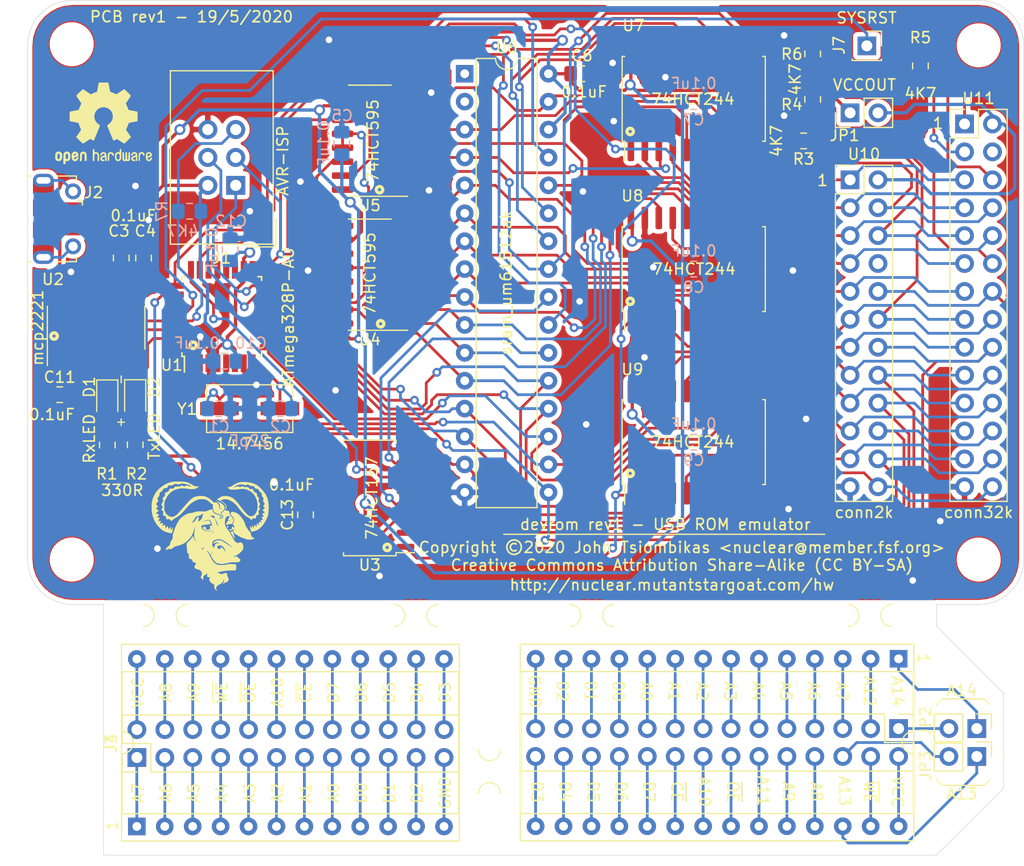
<source format=kicad_pcb>
(kicad_pcb (version 20171130) (host pcbnew 5.1.6+dfsg1-1)
  (layers (0 F.Cu signal) (31 B.Cu signal) (34 B.Paste user) (35 F.Paste user) (36 B.SilkS user) (37 F.SilkS user) (38 B.Mask user) (39 F.Mask user) (44 Edge.Cuts user))
  (net 0 "")
  (net 1 "Net-(C1-Pad1)")
  (net 2 GND)
  (net 3 "Net-(C2-Pad1)")
  (net 4 "Net-(C3-Pad2)")
  (net 5 VCC)
  (net 6 "Net-(D1-Pad2)")
  (net 7 "Net-(D1-Pad1)")
  (net 8 "Net-(D2-Pad1)")
  (net 9 "Net-(D2-Pad2)")
  (net 10 /MISO)
  (net 11 /SCK)
  (net 12 /MOSI)
  (net 13 /~RST)
  (net 14 "Net-(J2-Pad6)")
  (net 15 "Net-(J2-Pad2)")
  (net 16 "Net-(J2-Pad3)")
  (net 17 /dipconn/rom2k-24)
  (net 18 /dipconn/rom2k-23)
  (net 19 /dipconn/rom2k-22)
  (net 20 /dipconn/rom2k-21)
  (net 21 /dipconn/rom2k-20)
  (net 22 /dipconn/rom2k-19)
  (net 23 /dipconn/rom2k-18)
  (net 24 /dipconn/rom2k-17)
  (net 25 /dipconn/rom2k-16)
  (net 26 /dipconn/rom2k-15)
  (net 27 /dipconn/rom2k-14)
  (net 28 /dipconn/rom2k-13)
  (net 29 /dipconn/rom2k-12)
  (net 30 /dipconn/rom2k-11)
  (net 31 /dipconn/rom2k-10)
  (net 32 /dipconn/rom2k-9)
  (net 33 /dipconn/rom2k-8)
  (net 34 /dipconn/rom2k-7)
  (net 35 /dipconn/rom2k-6)
  (net 36 /dipconn/rom2k-5)
  (net 37 /dipconn/rom2k-4)
  (net 38 /dipconn/rom2k-3)
  (net 39 /dipconn/rom2k-2)
  (net 40 /dipconn/rom2k-1)
  (net 41 "Net-(J5-Pad1)")
  (net 42 /dipconn/rom32k-2)
  (net 43 /dipconn/rom32k-3)
  (net 44 /dipconn/rom32k-4)
  (net 45 /dipconn/rom32k-5)
  (net 46 /dipconn/rom32k-6)
  (net 47 /dipconn/rom32k-7)
  (net 48 /dipconn/rom32k-8)
  (net 49 /dipconn/rom32k-9)
  (net 50 /dipconn/rom32k-10)
  (net 51 /dipconn/rom32k-11)
  (net 52 /dipconn/rom32k-12)
  (net 53 /dipconn/rom32k-13)
  (net 54 /dipconn/rom32k-14)
  (net 55 /dipconn/rom32k-15)
  (net 56 /dipconn/rom32k-16)
  (net 57 /dipconn/rom32k-17)
  (net 58 /dipconn/rom32k-18)
  (net 59 /dipconn/rom32k-19)
  (net 60 /dipconn/rom32k-20)
  (net 61 /dipconn/rom32k-21)
  (net 62 /dipconn/rom32k-22)
  (net 63 /dipconn/rom32k-23)
  (net 64 /dipconn/rom32k-24)
  (net 65 /dipconn/rom32k-25)
  (net 66 "Net-(J5-Pad26)")
  (net 67 /dipconn/rom32k-27)
  (net 68 /dipconn/rom32k-28)
  (net 69 /dipconn/rom32k-1)
  (net 70 /dipconn/rom32k-26)
  (net 71 /VCCOUT)
  (net 72 /D3)
  (net 73 /D4)
  (net 74 /D5)
  (net 75 /D6)
  (net 76 /D7)
  (net 77 /D0)
  (net 78 /D1)
  (net 79 /~SS)
  (net 80 /PGM)
  (net 81 /~CS)
  (net 82 /~WR)
  (net 83 /~OE)
  (net 84 /RX)
  (net 85 /TX)
  (net 86 /D2)
  (net 87 /~SYSOE)
  (net 88 /~RAMOE)
  (net 89 /~SYSCS)
  (net 90 /~RAMCS)
  (net 91 /A1)
  (net 92 /A2)
  (net 93 /A3)
  (net 94 /A4)
  (net 95 /A5)
  (net 96 /A6)
  (net 97 /A7)
  (net 98 "Net-(U4-Pad9)")
  (net 99 /A0)
  (net 100 /A8)
  (net 101 /A15)
  (net 102 /A14)
  (net 103 /A13)
  (net 104 /A12)
  (net 105 /A11)
  (net 106 /A10)
  (net 107 /A9)
  (net 108 /SYSA8)
  (net 109 /SYSA9)
  (net 110 /SYSA10)
  (net 111 /SYSA11)
  (net 112 /SYSA14)
  (net 113 /SYSA13)
  (net 114 /SYSA12)
  (net 115 /SYSA4)
  (net 116 /SYSA5)
  (net 117 /SYSA6)
  (net 118 /SYSA7)
  (net 119 /SYSA3)
  (net 120 /SYSA2)
  (net 121 /SYSA1)
  (net 122 /SYSA0)
  (net 123 /SYSD4)
  (net 124 /SYSD5)
  (net 125 /SYSD6)
  (net 126 /SYSD7)
  (net 127 /SYSD3)
  (net 128 /SYSD2)
  (net 129 /SYSD1)
  (net 130 /SYSD0)
  (net 131 /~SYSRST)
  (module romdev:gnulogo (layer F.Cu) (at 170.4 70)
    (fp_text reference G*** hide)
    (fp_text value LOGO hide)
  )
  (module Symbol:OSHW-Logo2_9.8x8mm_SilkScreen (layer F.Cu) (at 160.7 32.2)
    (fp_text reference REF** hide)
    (fp_text value OSHW-Logo2_9.8x8mm_SilkScreen hide)
  )
  (module romdev:mouse-bite-2mm-slot (layer F.Cu) (at 195.8 91.2 90)
    (fp_text reference mouse-bite-2mm-slot hide)
    (fp_text value VAL** hide)
    (pad "" np_thru_hole circle (at 0.75 0.75 90) (size 0.5 0.5) (drill 0.5) (layers *.Cu *.Mask))
    (pad "" np_thru_hole circle (at -0.75 0.75 90) (size 0.5 0.5) (drill 0.5) (layers *.Cu *.Mask))
    (pad "" np_thru_hole circle (at -0.75 -0.75 90) (size 0.5 0.5) (drill 0.5) (layers *.Cu *.Mask))
    (pad "" np_thru_hole circle (at 0.75 -0.75 90) (size 0.5 0.5) (drill 0.5) (layers *.Cu *.Mask))
    (pad "" np_thru_hole circle (at 0 0.75 90) (size 0.5 0.5) (drill 0.5) (layers *.Cu *.Mask))
    (pad "" np_thru_hole circle (at 0 -0.75 90) (size 0.5 0.5) (drill 0.5) (layers *.Cu *.Mask))
  )
  (module romdev:mouse-bite-2mm-slot (layer F.Cu) (at 230.4 77)
    (fp_text reference mouse-bite-2mm-slot hide)
    (fp_text value VAL** hide)
    (pad "" np_thru_hole circle (at 0 -0.75) (size 0.5 0.5) (drill 0.5) (layers *.Cu *.Mask))
    (pad "" np_thru_hole circle (at 0 0.75) (size 0.5 0.5) (drill 0.5) (layers *.Cu *.Mask))
    (pad "" np_thru_hole circle (at 0.75 -0.75) (size 0.5 0.5) (drill 0.5) (layers *.Cu *.Mask))
    (pad "" np_thru_hole circle (at -0.75 -0.75) (size 0.5 0.5) (drill 0.5) (layers *.Cu *.Mask))
    (pad "" np_thru_hole circle (at -0.75 0.75) (size 0.5 0.5) (drill 0.5) (layers *.Cu *.Mask))
    (pad "" np_thru_hole circle (at 0.75 0.75) (size 0.5 0.5) (drill 0.5) (layers *.Cu *.Mask))
  )
  (module romdev:mouse-bite-2mm-slot (layer F.Cu) (at 205.1 77)
    (fp_text reference mouse-bite-2mm-slot hide)
    (fp_text value VAL** hide)
    (pad "" np_thru_hole circle (at 0.75 0.75) (size 0.5 0.5) (drill 0.5) (layers *.Cu *.Mask))
    (pad "" np_thru_hole circle (at -0.75 0.75) (size 0.5 0.5) (drill 0.5) (layers *.Cu *.Mask))
    (pad "" np_thru_hole circle (at -0.75 -0.75) (size 0.5 0.5) (drill 0.5) (layers *.Cu *.Mask))
    (pad "" np_thru_hole circle (at 0.75 -0.75) (size 0.5 0.5) (drill 0.5) (layers *.Cu *.Mask))
    (pad "" np_thru_hole circle (at 0 0.75) (size 0.5 0.5) (drill 0.5) (layers *.Cu *.Mask))
    (pad "" np_thru_hole circle (at 0 -0.75) (size 0.5 0.5) (drill 0.5) (layers *.Cu *.Mask))
  )
  (module romdev:mouse-bite-2mm-slot (layer F.Cu) (at 189.1 77)
    (fp_text reference mouse-bite-2mm-slot hide)
    (fp_text value VAL** hide)
    (pad "" np_thru_hole circle (at 0 -0.75) (size 0.5 0.5) (drill 0.5) (layers *.Cu *.Mask))
    (pad "" np_thru_hole circle (at 0 0.75) (size 0.5 0.5) (drill 0.5) (layers *.Cu *.Mask))
    (pad "" np_thru_hole circle (at 0.75 -0.75) (size 0.5 0.5) (drill 0.5) (layers *.Cu *.Mask))
    (pad "" np_thru_hole circle (at -0.75 -0.75) (size 0.5 0.5) (drill 0.5) (layers *.Cu *.Mask))
    (pad "" np_thru_hole circle (at -0.75 0.75) (size 0.5 0.5) (drill 0.5) (layers *.Cu *.Mask))
    (pad "" np_thru_hole circle (at 0.75 0.75) (size 0.5 0.5) (drill 0.5) (layers *.Cu *.Mask))
  )
  (module romdev:mouse-bite-2mm-slot (layer F.Cu) (at 166.3 77)
    (fp_text reference mouse-bite-2mm-slot hide)
    (fp_text value VAL** hide)
    (pad "" np_thru_hole circle (at 0.75 0.75) (size 0.5 0.5) (drill 0.5) (layers *.Cu *.Mask))
    (pad "" np_thru_hole circle (at -0.75 0.75) (size 0.5 0.5) (drill 0.5) (layers *.Cu *.Mask))
    (pad "" np_thru_hole circle (at -0.75 -0.75) (size 0.5 0.5) (drill 0.5) (layers *.Cu *.Mask))
    (pad "" np_thru_hole circle (at 0.75 -0.75) (size 0.5 0.5) (drill 0.5) (layers *.Cu *.Mask))
    (pad "" np_thru_hole circle (at 0 0.75) (size 0.5 0.5) (drill 0.5) (layers *.Cu *.Mask))
    (pad "" np_thru_hole circle (at 0 -0.75) (size 0.5 0.5) (drill 0.5) (layers *.Cu *.Mask))
  )
  (module MountingHole:MountingHole_3.2mm_M3 (layer F.Cu) (at 240.3 25.1)
    (fp_text reference REF** hide)
    (fp_text value MountingHole_3.2mm_M3 hide)
    (pad 1 np_thru_hole circle (at 0 0) (size 3.2 3.2) (drill 3.2) (layers *.Cu *.Mask))
  )
  (module MountingHole:MountingHole_3.2mm_M3 (layer F.Cu) (at 157.8 25)
    (fp_text reference REF** hide)
    (fp_text value MountingHole_3.2mm_M3 hide)
    (pad 1 np_thru_hole circle (at 0 0) (size 3.2 3.2) (drill 3.2) (layers *.Cu *.Mask))
  )
  (module MountingHole:MountingHole_3.2mm_M3 (layer F.Cu) (at 157.8 71.9)
    (fp_text reference REF** hide)
    (fp_text value MountingHole_3.2mm_M3 hide)
    (pad 1 np_thru_hole circle (at 0 0) (size 3.2 3.2) (drill 3.2) (layers *.Cu *.Mask))
  )
  (module MountingHole:MountingHole_3.2mm_M3 (layer F.Cu) (at 240.3 71.9)
    (fp_text reference REF** hide)
    (fp_text value MountingHole_3.2mm_M3 hide)
    (pad 1 np_thru_hole circle (at 0 0) (size 3.2 3.2) (drill 3.2) (layers *.Cu *.Mask))
  )
  (module Capacitor_SMD:C_0805_2012Metric_Pad1.15x1.40mm_HandSolder (layer B.Cu) (at 171.196 58.166)
    (fp_text reference C1 (at 0 1.65 180) (layer B.SilkS) (effects (justify mirror)))
    (fp_text value 22pF (at 2.804 2.934 180) (layer B.SilkS) (effects (justify mirror)))
    (pad 1 smd roundrect (at -1.025 0) (size 1.15 1.4) (layers B.Cu B.Paste B.Mask) (roundrect_rratio 0.217391) (net 1 "Net-(C1-Pad1)"))
    (pad 2 smd roundrect (at 1.025 0) (size 1.15 1.4) (layers B.Cu B.Paste B.Mask) (roundrect_rratio 0.217391) (net 2 GND))
  )
  (module Capacitor_SMD:C_0805_2012Metric_Pad1.15x1.40mm_HandSolder (layer B.Cu) (at 176.775 58.166 180)
    (fp_text reference C2 (at -0.025 -1.634 180) (layer B.SilkS) (effects (justify mirror)))
    (fp_text value 22pF)
    (pad 1 smd roundrect (at -1.025 0 180) (size 1.15 1.4) (layers B.Cu B.Paste B.Mask) (roundrect_rratio 0.217391) (net 3 "Net-(C2-Pad1)"))
    (pad 2 smd roundrect (at 1.025 0 180) (size 1.15 1.4) (layers B.Cu B.Paste B.Mask) (roundrect_rratio 0.217391) (net 2 GND))
  )
  (module Capacitor_SMD:C_0805_2012Metric_Pad1.15x1.40mm_HandSolder (layer F.Cu) (at 162.306 44.459 270)
    (fp_text reference C3 (at -2.459 0.206 180) (layer F.SilkS))
    (fp_text value 0.1uF)
    (pad 2 smd roundrect (at 1.025 0 270) (size 1.15 1.4) (layers F.Cu F.Paste F.Mask) (roundrect_rratio 0.217391) (net 4 "Net-(C3-Pad2)"))
    (pad 1 smd roundrect (at -1.025 0 270) (size 1.15 1.4) (layers F.Cu F.Paste F.Mask) (roundrect_rratio 0.217391) (net 2 GND))
  )
  (module Capacitor_SMD:C_0805_2012Metric_Pad1.15x1.40mm_HandSolder (layer F.Cu) (at 164.338 44.459 270)
    (fp_text reference C4 (at -2.459 -0.162 180) (layer F.SilkS))
    (fp_text value 0.1uF (at -3.859 0.938 180) (layer F.SilkS))
    (pad 2 smd roundrect (at 1.025 0 270) (size 1.15 1.4) (layers F.Cu F.Paste F.Mask) (roundrect_rratio 0.217391) (net 4 "Net-(C3-Pad2)"))
    (pad 1 smd roundrect (at -1.025 0 270) (size 1.15 1.4) (layers F.Cu F.Paste F.Mask) (roundrect_rratio 0.217391) (net 2 GND))
  )
  (module Capacitor_SMD:C_0805_2012Metric_Pad1.15x1.40mm_HandSolder (layer B.Cu) (at 182.372 34.027 90)
    (fp_text reference C5 (at 2.527 0.028 180) (layer B.SilkS) (effects (justify mirror)))
    (fp_text value 0.1uF (at 0 -1.65 90) (layer B.SilkS) (effects (justify mirror)))
    (pad 1 smd roundrect (at -1.025 0 90) (size 1.15 1.4) (layers B.Cu B.Paste B.Mask) (roundrect_rratio 0.217391) (net 5 VCC))
    (pad 2 smd roundrect (at 1.025 0 90) (size 1.15 1.4) (layers B.Cu B.Paste B.Mask) (roundrect_rratio 0.217391) (net 2 GND))
  )
  (module Capacitor_SMD:C_0805_2012Metric_Pad1.15x1.40mm_HandSolder (layer F.Cu) (at 204.207 27.686)
    (fp_text reference C6 (at 0 -1.65) (layer F.SilkS))
    (fp_text value 0.1uF (at 0.193 1.65) (layer F.SilkS))
    (pad 2 smd roundrect (at 1.025 0) (size 1.15 1.4) (layers F.Cu F.Paste F.Mask) (roundrect_rratio 0.217391) (net 2 GND))
    (pad 1 smd roundrect (at -1.025 0) (size 1.15 1.4) (layers F.Cu F.Paste F.Mask) (roundrect_rratio 0.217391) (net 5 VCC))
  )
  (module Capacitor_SMD:C_0805_2012Metric_Pad1.15x1.40mm_HandSolder (layer B.Cu) (at 214.385 30.226)
    (fp_text reference C7 (at 0 1.65) (layer B.SilkS) (effects (justify mirror)))
    (fp_text value 0.1uF (at 0 -1.65) (layer B.SilkS) (effects (justify mirror)))
    (pad 1 smd roundrect (at -1.025 0) (size 1.15 1.4) (layers B.Cu B.Paste B.Mask) (roundrect_rratio 0.217391) (net 5 VCC))
    (pad 2 smd roundrect (at 1.025 0) (size 1.15 1.4) (layers B.Cu B.Paste B.Mask) (roundrect_rratio 0.217391) (net 2 GND))
  )
  (module Capacitor_SMD:C_0805_2012Metric_Pad1.15x1.40mm_HandSolder (layer B.Cu) (at 214.385 45.466)
    (fp_text reference C8 (at 0 1.65) (layer B.SilkS) (effects (justify mirror)))
    (fp_text value 0.1uF (at 0 -1.65) (layer B.SilkS) (effects (justify mirror)))
    (pad 2 smd roundrect (at 1.025 0) (size 1.15 1.4) (layers B.Cu B.Paste B.Mask) (roundrect_rratio 0.217391) (net 2 GND))
    (pad 1 smd roundrect (at -1.025 0) (size 1.15 1.4) (layers B.Cu B.Paste B.Mask) (roundrect_rratio 0.217391) (net 5 VCC))
  )
  (module Capacitor_SMD:C_0805_2012Metric_Pad1.15x1.40mm_HandSolder (layer B.Cu) (at 214.385 61.214)
    (fp_text reference C9 (at 0 1.65) (layer B.SilkS) (effects (justify mirror)))
    (fp_text value 0.1uF (at 0 -1.65) (layer B.SilkS) (effects (justify mirror)))
    (pad 1 smd roundrect (at -1.025 0) (size 1.15 1.4) (layers B.Cu B.Paste B.Mask) (roundrect_rratio 0.217391) (net 5 VCC))
    (pad 2 smd roundrect (at 1.025 0) (size 1.15 1.4) (layers B.Cu B.Paste B.Mask) (roundrect_rratio 0.217391) (net 2 GND))
  )
  (module Capacitor_SMD:C_0805_2012Metric_Pad1.15x1.40mm_HandSolder (layer B.Cu) (at 171.695 53.848 180)
    (fp_text reference C10 (at -2.405 1.65) (layer B.SilkS) (effects (justify mirror)))
    (fp_text value 0.1uF (at 2.495 1.648) (layer B.SilkS) (effects (justify mirror)))
    (pad 2 smd roundrect (at 1.025 0 180) (size 1.15 1.4) (layers B.Cu B.Paste B.Mask) (roundrect_rratio 0.217391) (net 2 GND))
    (pad 1 smd roundrect (at -1.025 0 180) (size 1.15 1.4) (layers B.Cu B.Paste B.Mask) (roundrect_rratio 0.217391) (net 5 VCC))
  )
  (module Capacitor_SMD:C_0805_2012Metric_Pad1.15x1.40mm_HandSolder (layer F.Cu) (at 156.709 56.896 180)
    (fp_text reference C11 (at 0 1.596) (layer F.SilkS))
    (fp_text value 0.1uF (at 0.709 -1.804) (layer F.SilkS))
    (pad 1 smd roundrect (at -1.025 0 180) (size 1.15 1.4) (layers F.Cu F.Paste F.Mask) (roundrect_rratio 0.217391) (net 5 VCC))
    (pad 2 smd roundrect (at 1.025 0 180) (size 1.15 1.4) (layers F.Cu F.Paste F.Mask) (roundrect_rratio 0.217391) (net 2 GND))
  )
  (module Capacitor_SMD:C_0805_2012Metric_Pad1.15x1.40mm_HandSolder (layer B.Cu) (at 172.212 43.697 90)
    (fp_text reference C12 (at 2.597 0.088 180) (layer B.SilkS) (effects (justify mirror)))
    (fp_text value 0.1uF (at 0 -1.65 90) (layer B.SilkS) (effects (justify mirror)))
    (pad 2 smd roundrect (at 1.025 0 90) (size 1.15 1.4) (layers B.Cu B.Paste B.Mask) (roundrect_rratio 0.217391) (net 2 GND))
    (pad 1 smd roundrect (at -1.025 0 90) (size 1.15 1.4) (layers B.Cu B.Paste B.Mask) (roundrect_rratio 0.217391) (net 5 VCC))
  )
  (module Capacitor_SMD:C_0805_2012Metric_Pad1.15x1.40mm_HandSolder (layer F.Cu) (at 179.07 67.827 90)
    (fp_text reference C13 (at 0 -1.65 270) (layer F.SilkS))
    (fp_text value 0.1uF (at 2.727 -1.27 180) (layer F.SilkS))
    (pad 1 smd roundrect (at -1.025 0 90) (size 1.15 1.4) (layers F.Cu F.Paste F.Mask) (roundrect_rratio 0.217391) (net 5 VCC))
    (pad 2 smd roundrect (at 1.025 0 90) (size 1.15 1.4) (layers F.Cu F.Paste F.Mask) (roundrect_rratio 0.217391) (net 2 GND))
  )
  (module LED_SMD:LED_0805_2012Metric_Pad1.15x1.40mm_HandSolder (layer F.Cu) (at 161.036 57.413 270)
    (fp_text reference D1 (at -1.213 1.636 270) (layer F.SilkS))
    (fp_text value RxLED (at 3.487 1.636 270) (layer F.SilkS))
    (pad 2 smd roundrect (at 1.025 0 270) (size 1.15 1.4) (layers F.Cu F.Paste F.Mask) (roundrect_rratio 0.217391) (net 6 "Net-(D1-Pad2)"))
    (pad 1 smd roundrect (at -1.025 0 270) (size 1.15 1.4) (layers F.Cu F.Paste F.Mask) (roundrect_rratio 0.217391) (net 7 "Net-(D1-Pad1)"))
  )
  (module LED_SMD:LED_0805_2012Metric_Pad1.15x1.40mm_HandSolder (layer F.Cu) (at 163.576 57.395 270)
    (fp_text reference D2 (at -1.195 -1.724 270) (layer F.SilkS))
    (fp_text value TxLED (at 3.305 -1.724 270) (layer F.SilkS))
    (pad 1 smd roundrect (at -1.025 0 270) (size 1.15 1.4) (layers F.Cu F.Paste F.Mask) (roundrect_rratio 0.217391) (net 8 "Net-(D2-Pad1)"))
    (pad 2 smd roundrect (at 1.025 0 270) (size 1.15 1.4) (layers F.Cu F.Paste F.Mask) (roundrect_rratio 0.217391) (net 9 "Net-(D2-Pad2)"))
  )
  (module Connector_IDC:IDC-Header_2x03_P2.54mm_Vertical (layer F.Cu) (at 172.72 37.846 180)
    (fp_text reference J1 (at 1.27 -6.604) (layer F.SilkS))
    (fp_text value AVR-ISP (at -4.28 2.246 90) (layer F.SilkS))
    (pad 1 thru_hole rect (at 0 0 180) (size 1.7272 1.7272) (drill 1.016) (layers *.Cu *.Mask) (net 10 /MISO))
    (pad 2 thru_hole oval (at 2.54 0 180) (size 1.7272 1.7272) (drill 1.016) (layers *.Cu *.Mask) (net 5 VCC))
    (pad 3 thru_hole oval (at 0 2.54 180) (size 1.7272 1.7272) (drill 1.016) (layers *.Cu *.Mask) (net 11 /SCK))
    (pad 4 thru_hole oval (at 2.54 2.54 180) (size 1.7272 1.7272) (drill 1.016) (layers *.Cu *.Mask) (net 12 /MOSI))
    (pad 5 thru_hole oval (at 0 5.08 180) (size 1.7272 1.7272) (drill 1.016) (layers *.Cu *.Mask) (net 13 /~RST))
    (pad 6 thru_hole oval (at 2.54 5.08 180) (size 1.7272 1.7272) (drill 1.016) (layers *.Cu *.Mask) (net 2 GND))
  )
  (module Connector_USB:USB_Micro-B_Molex-105017-0001 (layer F.Cu) (at 156.464 40.894 270)
    (fp_text reference J2 (at -2.394 -3.336 180) (layer F.SilkS))
    (fp_text value USB_B_Micro)
    (pad 6 smd rect (at 1 1.2375 270) (size 1.5 1.9) (layers F.Cu F.Paste F.Mask) (net 14 "Net-(J2-Pad6)"))
    (pad 6 thru_hole circle (at -2.5 -1.4625 270) (size 1.45 1.45) (drill 0.85) (layers *.Cu *.Mask) (net 14 "Net-(J2-Pad6)"))
    (pad 2 smd rect (at -0.65 -1.4625 270) (size 0.4 1.35) (layers F.Cu F.Paste F.Mask) (net 15 "Net-(J2-Pad2)"))
    (pad 1 smd rect (at -1.3 -1.4625 270) (size 0.4 1.35) (layers F.Cu F.Paste F.Mask) (net 5 VCC))
    (pad 5 smd rect (at 1.3 -1.4625 270) (size 0.4 1.35) (layers F.Cu F.Paste F.Mask) (net 2 GND))
    (pad 4 smd rect (at 0.65 -1.4625 270) (size 0.4 1.35) (layers F.Cu F.Paste F.Mask))
    (pad 3 smd rect (at 0 -1.4625 270) (size 0.4 1.35) (layers F.Cu F.Paste F.Mask) (net 16 "Net-(J2-Pad3)"))
    (pad 6 thru_hole circle (at 2.5 -1.4625 270) (size 1.45 1.45) (drill 0.85) (layers *.Cu *.Mask) (net 14 "Net-(J2-Pad6)"))
    (pad 6 smd rect (at -1 1.2375 270) (size 1.5 1.9) (layers F.Cu F.Paste F.Mask) (net 14 "Net-(J2-Pad6)"))
    (pad 6 thru_hole oval (at -3.5 1.2375 90) (size 1.2 1.9) (drill oval 0.6 1.3) (layers *.Cu *.Mask) (net 14 "Net-(J2-Pad6)"))
    (pad 6 thru_hole oval (at 3.5 1.2375 270) (size 1.2 1.9) (drill oval 0.6 1.3) (layers *.Cu *.Mask) (net 14 "Net-(J2-Pad6)"))
    (pad 6 smd rect (at 2.9 1.2375 270) (size 1.2 1.9) (layers F.Cu F.Mask) (net 14 "Net-(J2-Pad6)"))
    (pad 6 smd rect (at -2.9 1.2375 270) (size 1.2 1.9) (layers F.Cu F.Mask) (net 14 "Net-(J2-Pad6)"))
  )
  (module Package_DIP:DIP-24_W15.24mm_Socket (layer F.Cu) (at 163.7236 96.1898 90)
    (fp_text reference J4 (at 7.62 -2.33 90) (layer F.SilkS))
    (fp_text value dip2k)
    (pad 1 thru_hole rect (at 0 0 90) (size 1.6 1.6) (drill 0.8) (layers *.Cu *.Mask) (net 40 /dipconn/rom2k-1))
    (pad 13 thru_hole oval (at 15.24 27.94 90) (size 1.6 1.6) (drill 0.8) (layers *.Cu *.Mask) (net 28 /dipconn/rom2k-13))
    (pad 2 thru_hole oval (at 0 2.54 90) (size 1.6 1.6) (drill 0.8) (layers *.Cu *.Mask) (net 39 /dipconn/rom2k-2))
    (pad 14 thru_hole oval (at 15.24 25.4 90) (size 1.6 1.6) (drill 0.8) (layers *.Cu *.Mask) (net 27 /dipconn/rom2k-14))
    (pad 3 thru_hole oval (at 0 5.08 90) (size 1.6 1.6) (drill 0.8) (layers *.Cu *.Mask) (net 38 /dipconn/rom2k-3))
    (pad 15 thru_hole oval (at 15.24 22.86 90) (size 1.6 1.6) (drill 0.8) (layers *.Cu *.Mask) (net 26 /dipconn/rom2k-15))
    (pad 4 thru_hole oval (at 0 7.62 90) (size 1.6 1.6) (drill 0.8) (layers *.Cu *.Mask) (net 37 /dipconn/rom2k-4))
    (pad 16 thru_hole oval (at 15.24 20.32 90) (size 1.6 1.6) (drill 0.8) (layers *.Cu *.Mask) (net 25 /dipconn/rom2k-16))
    (pad 5 thru_hole oval (at 0 10.16 90) (size 1.6 1.6) (drill 0.8) (layers *.Cu *.Mask) (net 36 /dipconn/rom2k-5))
    (pad 17 thru_hole oval (at 15.24 17.78 90) (size 1.6 1.6) (drill 0.8) (layers *.Cu *.Mask) (net 24 /dipconn/rom2k-17))
    (pad 6 thru_hole oval (at 0 12.7 90) (size 1.6 1.6) (drill 0.8) (layers *.Cu *.Mask) (net 35 /dipconn/rom2k-6))
    (pad 18 thru_hole oval (at 15.24 15.24 90) (size 1.6 1.6) (drill 0.8) (layers *.Cu *.Mask) (net 23 /dipconn/rom2k-18))
    (pad 7 thru_hole oval (at 0 15.24 90) (size 1.6 1.6) (drill 0.8) (layers *.Cu *.Mask) (net 34 /dipconn/rom2k-7))
    (pad 19 thru_hole oval (at 15.24 12.7 90) (size 1.6 1.6) (drill 0.8) (layers *.Cu *.Mask) (net 22 /dipconn/rom2k-19))
    (pad 8 thru_hole oval (at 0 17.78 90) (size 1.6 1.6) (drill 0.8) (layers *.Cu *.Mask) (net 33 /dipconn/rom2k-8))
    (pad 20 thru_hole oval (at 15.24 10.16 90) (size 1.6 1.6) (drill 0.8) (layers *.Cu *.Mask) (net 21 /dipconn/rom2k-20))
    (pad 9 thru_hole oval (at 0 20.32 90) (size 1.6 1.6) (drill 0.8) (layers *.Cu *.Mask) (net 32 /dipconn/rom2k-9))
    (pad 21 thru_hole oval (at 15.24 7.62 90) (size 1.6 1.6) (drill 0.8) (layers *.Cu *.Mask) (net 20 /dipconn/rom2k-21))
    (pad 10 thru_hole oval (at 0 22.86 90) (size 1.6 1.6) (drill 0.8) (layers *.Cu *.Mask) (net 31 /dipconn/rom2k-10))
    (pad 22 thru_hole oval (at 15.24 5.08 90) (size 1.6 1.6) (drill 0.8) (layers *.Cu *.Mask) (net 19 /dipconn/rom2k-22))
    (pad 11 thru_hole oval (at 0 25.4 90) (size 1.6 1.6) (drill 0.8) (layers *.Cu *.Mask) (net 30 /dipconn/rom2k-11))
    (pad 23 thru_hole oval (at 15.24 2.54 90) (size 1.6 1.6) (drill 0.8) (layers *.Cu *.Mask) (net 18 /dipconn/rom2k-23))
    (pad 12 thru_hole oval (at 0 27.94 90) (size 1.6 1.6) (drill 0.8) (layers *.Cu *.Mask) (net 29 /dipconn/rom2k-12))
    (pad 24 thru_hole oval (at 15.24 0 90) (size 1.6 1.6) (drill 0.8) (layers *.Cu *.Mask) (net 17 /dipconn/rom2k-24))
  )
  (module Package_DIP:DIP-28_W15.24mm_Socket (layer F.Cu) (at 233.014 80.934 270)
    (fp_text reference J6 hide)
    (fp_text value dip32k)
    (pad 1 thru_hole rect (at 0 0 270) (size 1.6 1.6) (drill 0.8) (layers *.Cu *.Mask) (net 69 /dipconn/rom32k-1))
    (pad 15 thru_hole oval (at 15.24 33.02 270) (size 1.6 1.6) (drill 0.8) (layers *.Cu *.Mask) (net 55 /dipconn/rom32k-15))
    (pad 2 thru_hole oval (at 0 2.54 270) (size 1.6 1.6) (drill 0.8) (layers *.Cu *.Mask) (net 42 /dipconn/rom32k-2))
    (pad 16 thru_hole oval (at 15.24 30.48 270) (size 1.6 1.6) (drill 0.8) (layers *.Cu *.Mask) (net 56 /dipconn/rom32k-16))
    (pad 3 thru_hole oval (at 0 5.08 270) (size 1.6 1.6) (drill 0.8) (layers *.Cu *.Mask) (net 43 /dipconn/rom32k-3))
    (pad 17 thru_hole oval (at 15.24 27.94 270) (size 1.6 1.6) (drill 0.8) (layers *.Cu *.Mask) (net 57 /dipconn/rom32k-17))
    (pad 4 thru_hole oval (at 0 7.62 270) (size 1.6 1.6) (drill 0.8) (layers *.Cu *.Mask) (net 44 /dipconn/rom32k-4))
    (pad 18 thru_hole oval (at 15.24 25.4 270) (size 1.6 1.6) (drill 0.8) (layers *.Cu *.Mask) (net 58 /dipconn/rom32k-18))
    (pad 5 thru_hole oval (at 0 10.16 270) (size 1.6 1.6) (drill 0.8) (layers *.Cu *.Mask) (net 45 /dipconn/rom32k-5))
    (pad 19 thru_hole oval (at 15.24 22.86 270) (size 1.6 1.6) (drill 0.8) (layers *.Cu *.Mask) (net 59 /dipconn/rom32k-19))
    (pad 6 thru_hole oval (at 0 12.7 270) (size 1.6 1.6) (drill 0.8) (layers *.Cu *.Mask) (net 46 /dipconn/rom32k-6))
    (pad 20 thru_hole oval (at 15.24 20.32 270) (size 1.6 1.6) (drill 0.8) (layers *.Cu *.Mask) (net 60 /dipconn/rom32k-20))
    (pad 7 thru_hole oval (at 0 15.24 270) (size 1.6 1.6) (drill 0.8) (layers *.Cu *.Mask) (net 47 /dipconn/rom32k-7))
    (pad 21 thru_hole oval (at 15.24 17.78 270) (size 1.6 1.6) (drill 0.8) (layers *.Cu *.Mask) (net 61 /dipconn/rom32k-21))
    (pad 8 thru_hole oval (at 0 17.78 270) (size 1.6 1.6) (drill 0.8) (layers *.Cu *.Mask) (net 48 /dipconn/rom32k-8))
    (pad 22 thru_hole oval (at 15.24 15.24 270) (size 1.6 1.6) (drill 0.8) (layers *.Cu *.Mask) (net 62 /dipconn/rom32k-22))
    (pad 9 thru_hole oval (at 0 20.32 270) (size 1.6 1.6) (drill 0.8) (layers *.Cu *.Mask) (net 49 /dipconn/rom32k-9))
    (pad 23 thru_hole oval (at 15.24 12.7 270) (size 1.6 1.6) (drill 0.8) (layers *.Cu *.Mask) (net 63 /dipconn/rom32k-23))
    (pad 10 thru_hole oval (at 0 22.86 270) (size 1.6 1.6) (drill 0.8) (layers *.Cu *.Mask) (net 50 /dipconn/rom32k-10))
    (pad 24 thru_hole oval (at 15.24 10.16 270) (size 1.6 1.6) (drill 0.8) (layers *.Cu *.Mask) (net 64 /dipconn/rom32k-24))
    (pad 11 thru_hole oval (at 0 25.4 270) (size 1.6 1.6) (drill 0.8) (layers *.Cu *.Mask) (net 51 /dipconn/rom32k-11))
    (pad 25 thru_hole oval (at 15.24 7.62 270) (size 1.6 1.6) (drill 0.8) (layers *.Cu *.Mask) (net 65 /dipconn/rom32k-25))
    (pad 12 thru_hole oval (at 0 27.94 270) (size 1.6 1.6) (drill 0.8) (layers *.Cu *.Mask) (net 52 /dipconn/rom32k-12))
    (pad 26 thru_hole oval (at 15.24 5.08 270) (size 1.6 1.6) (drill 0.8) (layers *.Cu *.Mask) (net 70 /dipconn/rom32k-26))
    (pad 13 thru_hole oval (at 0 30.48 270) (size 1.6 1.6) (drill 0.8) (layers *.Cu *.Mask) (net 53 /dipconn/rom32k-13))
    (pad 27 thru_hole oval (at 15.24 2.54 270) (size 1.6 1.6) (drill 0.8) (layers *.Cu *.Mask) (net 67 /dipconn/rom32k-27))
    (pad 14 thru_hole oval (at 0 33.02 270) (size 1.6 1.6) (drill 0.8) (layers *.Cu *.Mask) (net 54 /dipconn/rom32k-14))
    (pad 28 thru_hole oval (at 15.24 0 270) (size 1.6 1.6) (drill 0.8) (layers *.Cu *.Mask) (net 68 /dipconn/rom32k-28))
  )
  (module Connector_PinHeader_2.54mm:PinHeader_1x02_P2.54mm_Vertical (layer F.Cu) (at 228.6 31.242 90)
    (fp_text reference JP1 (at -2.058 -0.5 180) (layer F.SilkS))
    (fp_text value VCCOUT (at 2.542 1.3 180) (layer F.SilkS))
    (pad 1 thru_hole rect (at 0 0 90) (size 1.7 1.7) (drill 1) (layers *.Cu *.Mask) (net 5 VCC))
    (pad 2 thru_hole oval (at 0 2.54 90) (size 1.7 1.7) (drill 1) (layers *.Cu *.Mask) (net 71 /VCCOUT))
  )
  (module Connector_PinHeader_2.54mm:PinHeader_1x02_P2.54mm_Vertical (layer F.Cu) (at 240.126 87.284 270)
    (fp_text reference JP2 (at -0.67 4.668 90) (layer F.SilkS))
    (fp_text value "JP A14")
    (pad 2 thru_hole oval (at 0 2.54 270) (size 1.7 1.7) (drill 1) (layers *.Cu *.Mask) (net 41 "Net-(J5-Pad1)"))
    (pad 1 thru_hole rect (at 0 0 270) (size 1.7 1.7) (drill 1) (layers *.Cu *.Mask) (net 69 /dipconn/rom32k-1))
  )
  (module Connector_PinHeader_2.54mm:PinHeader_1x02_P2.54mm_Vertical (layer F.Cu) (at 240.126 89.824 270)
    (fp_text reference JP3 (at 0.854 4.668 90) (layer F.SilkS))
    (fp_text value "JP A13")
    (pad 1 thru_hole rect (at 0 0 270) (size 1.7 1.7) (drill 1) (layers *.Cu *.Mask) (net 70 /dipconn/rom32k-26))
    (pad 2 thru_hole oval (at 0 2.54 270) (size 1.7 1.7) (drill 1) (layers *.Cu *.Mask) (net 66 "Net-(J5-Pad26)"))
  )
  (module Resistor_SMD:R_0805_2012Metric_Pad1.15x1.40mm_HandSolder (layer F.Cu) (at 161.036 61.477 90)
    (fp_text reference R1 (at -2.623 -0.036 180) (layer F.SilkS))
    (fp_text value 330R (at -4.123 1.364 180) (layer F.SilkS))
    (pad 1 smd roundrect (at -1.025 0 90) (size 1.15 1.4) (layers F.Cu F.Paste F.Mask) (roundrect_rratio 0.217391) (net 5 VCC))
    (pad 2 smd roundrect (at 1.025 0 90) (size 1.15 1.4) (layers F.Cu F.Paste F.Mask) (roundrect_rratio 0.217391) (net 6 "Net-(D1-Pad2)"))
  )
  (module Resistor_SMD:R_0805_2012Metric_Pad1.15x1.40mm_HandSolder (layer F.Cu) (at 163.576 61.459 270)
    (fp_text reference R2 (at 2.641 -0.124 180) (layer F.SilkS))
    (fp_text value 330R)
    (pad 2 smd roundrect (at 1.025 0 270) (size 1.15 1.4) (layers F.Cu F.Paste F.Mask) (roundrect_rratio 0.217391) (net 5 VCC))
    (pad 1 smd roundrect (at -1.025 0 270) (size 1.15 1.4) (layers F.Cu F.Paste F.Mask) (roundrect_rratio 0.217391) (net 9 "Net-(D2-Pad2)"))
  )
  (module Package_QFP:TQFP-32_7x7mm_P0.8mm (layer F.Cu) (at 171.45 49.784 90)
    (fp_text reference U1 (at -4.416 -4.55 180) (layer F.SilkS))
    (fp_text value ATmega328P-AU (at -0.016 6.05 270) (layer F.SilkS))
    (pad 1 smd rect (at -4.25 -2.8 90) (size 1.6 0.55) (layers F.Cu F.Paste F.Mask) (net 72 /D3))
    (pad 2 smd rect (at -4.25 -2 90) (size 1.6 0.55) (layers F.Cu F.Paste F.Mask) (net 73 /D4))
    (pad 3 smd rect (at -4.25 -1.2 90) (size 1.6 0.55) (layers F.Cu F.Paste F.Mask) (net 2 GND))
    (pad 4 smd rect (at -4.25 -0.4 90) (size 1.6 0.55) (layers F.Cu F.Paste F.Mask) (net 5 VCC))
    (pad 5 smd rect (at -4.25 0.4 90) (size 1.6 0.55) (layers F.Cu F.Paste F.Mask) (net 2 GND))
    (pad 6 smd rect (at -4.25 1.2 90) (size 1.6 0.55) (layers F.Cu F.Paste F.Mask) (net 5 VCC))
    (pad 7 smd rect (at -4.25 2 90) (size 1.6 0.55) (layers F.Cu F.Paste F.Mask) (net 1 "Net-(C1-Pad1)"))
    (pad 8 smd rect (at -4.25 2.8 90) (size 1.6 0.55) (layers F.Cu F.Paste F.Mask) (net 3 "Net-(C2-Pad1)"))
    (pad 9 smd rect (at -2.8 4.25 180) (size 1.6 0.55) (layers F.Cu F.Paste F.Mask) (net 74 /D5))
    (pad 10 smd rect (at -2 4.25 180) (size 1.6 0.55) (layers F.Cu F.Paste F.Mask) (net 75 /D6))
    (pad 11 smd rect (at -1.2 4.25 180) (size 1.6 0.55) (layers F.Cu F.Paste F.Mask) (net 76 /D7))
    (pad 12 smd rect (at -0.4 4.25 180) (size 1.6 0.55) (layers F.Cu F.Paste F.Mask) (net 77 /D0))
    (pad 13 smd rect (at 0.4 4.25 180) (size 1.6 0.55) (layers F.Cu F.Paste F.Mask) (net 78 /D1))
    (pad 14 smd rect (at 1.2 4.25 180) (size 1.6 0.55) (layers F.Cu F.Paste F.Mask) (net 79 /~SS))
    (pad 15 smd rect (at 2 4.25 180) (size 1.6 0.55) (layers F.Cu F.Paste F.Mask) (net 12 /MOSI))
    (pad 16 smd rect (at 2.8 4.25 180) (size 1.6 0.55) (layers F.Cu F.Paste F.Mask) (net 10 /MISO))
    (pad 17 smd rect (at 4.25 2.8 90) (size 1.6 0.55) (layers F.Cu F.Paste F.Mask) (net 11 /SCK))
    (pad 18 smd rect (at 4.25 2 90) (size 1.6 0.55) (layers F.Cu F.Paste F.Mask) (net 5 VCC))
    (pad 19 smd rect (at 4.25 1.2 90) (size 1.6 0.55) (layers F.Cu F.Paste F.Mask))
    (pad 20 smd rect (at 4.25 0.4 90) (size 1.6 0.55) (layers F.Cu F.Paste F.Mask))
    (pad 21 smd rect (at 4.25 -0.4 90) (size 1.6 0.55) (layers F.Cu F.Paste F.Mask) (net 2 GND))
    (pad 22 smd rect (at 4.25 -1.2 90) (size 1.6 0.55) (layers F.Cu F.Paste F.Mask))
    (pad 23 smd rect (at 4.25 -2 90) (size 1.6 0.55) (layers F.Cu F.Paste F.Mask) (net 80 /PGM))
    (pad 24 smd rect (at 4.25 -2.8 90) (size 1.6 0.55) (layers F.Cu F.Paste F.Mask) (net 81 /~CS))
    (pad 25 smd rect (at 2.8 -4.25 180) (size 1.6 0.55) (layers F.Cu F.Paste F.Mask) (net 82 /~WR))
    (pad 26 smd rect (at 2 -4.25 180) (size 1.6 0.55) (layers F.Cu F.Paste F.Mask) (net 83 /~OE))
    (pad 27 smd rect (at 1.2 -4.25 180) (size 1.6 0.55) (layers F.Cu F.Paste F.Mask))
    (pad 28 smd rect (at 0.4 -4.25 180) (size 1.6 0.55) (layers F.Cu F.Paste F.Mask) (net 131 /~SYSRST))
    (pad 29 smd rect (at -0.4 -4.25 180) (size 1.6 0.55) (layers F.Cu F.Paste F.Mask) (net 13 /~RST))
    (pad 30 smd rect (at -1.2 -4.25 180) (size 1.6 0.55) (layers F.Cu F.Paste F.Mask) (net 84 /RX))
    (pad 31 smd rect (at -2 -4.25 180) (size 1.6 0.55) (layers F.Cu F.Paste F.Mask) (net 85 /TX))
    (pad 32 smd rect (at -2.8 -4.25 180) (size 1.6 0.55) (layers F.Cu F.Paste F.Mask) (net 86 /D2))
  )
  (module Package_SO:SOIC-14_3.9x8.7mm_P1.27mm (layer F.Cu) (at 160.02 50.8 90)
    (fp_text reference U2 (at 4.4 -3.92 180) (layer F.SilkS))
    (fp_text value mcp2221 (at 0 -5.32 270) (layer F.SilkS))
    (pad 1 smd roundrect (at -2.475 -3.81 90) (size 1.95 0.6) (layers F.Cu F.Paste F.Mask) (net 5 VCC))
    (pad 2 smd roundrect (at -2.475 -2.54 90) (size 1.95 0.6) (layers F.Cu F.Paste F.Mask) (net 7 "Net-(D1-Pad1)"))
    (pad 3 smd roundrect (at -2.475 -1.27 90) (size 1.95 0.6) (layers F.Cu F.Paste F.Mask) (net 8 "Net-(D2-Pad1)"))
    (pad 4 smd roundrect (at -2.475 0 90) (size 1.95 0.6) (layers F.Cu F.Paste F.Mask) (net 13 /~RST))
    (pad 5 smd roundrect (at -2.475 1.27 90) (size 1.95 0.6) (layers F.Cu F.Paste F.Mask) (net 85 /TX))
    (pad 6 smd roundrect (at -2.475 2.54 90) (size 1.95 0.6) (layers F.Cu F.Paste F.Mask) (net 84 /RX))
    (pad 7 smd roundrect (at -2.475 3.81 90) (size 1.95 0.6) (layers F.Cu F.Paste F.Mask))
    (pad 8 smd roundrect (at 2.475 3.81 90) (size 1.95 0.6) (layers F.Cu F.Paste F.Mask))
    (pad 9 smd roundrect (at 2.475 2.54 90) (size 1.95 0.6) (layers F.Cu F.Paste F.Mask))
    (pad 10 smd roundrect (at 2.475 1.27 90) (size 1.95 0.6) (layers F.Cu F.Paste F.Mask))
    (pad 11 smd roundrect (at 2.475 0 90) (size 1.95 0.6) (layers F.Cu F.Paste F.Mask) (net 4 "Net-(C3-Pad2)"))
    (pad 12 smd roundrect (at 2.475 -1.27 90) (size 1.95 0.6) (layers F.Cu F.Paste F.Mask) (net 15 "Net-(J2-Pad2)"))
    (pad 13 smd roundrect (at 2.475 -2.54 90) (size 1.95 0.6) (layers F.Cu F.Paste F.Mask) (net 16 "Net-(J2-Pad3)"))
    (pad 14 smd roundrect (at 2.475 -3.81 90) (size 1.95 0.6) (layers F.Cu F.Paste F.Mask) (net 2 GND))
  )
  (module Package_SO:SOIC-16_4.55x10.3mm_P1.27mm (layer F.Cu) (at 184.912 66.294 180)
    (fp_text reference U3 (at 0 -6.1) (layer F.SilkS))
    (fp_text value 74HCT157 (at -0.188 -0.006 90) (layer F.SilkS))
    (pad 1 smd roundrect (at -3.25 -4.445 180) (size 1.6 0.55) (layers F.Cu F.Paste F.Mask) (net 80 /PGM))
    (pad 2 smd roundrect (at -3.25 -3.175 180) (size 1.6 0.55) (layers F.Cu F.Paste F.Mask) (net 87 /~SYSOE))
    (pad 3 smd roundrect (at -3.25 -1.905 180) (size 1.6 0.55) (layers F.Cu F.Paste F.Mask) (net 83 /~OE))
    (pad 4 smd roundrect (at -3.25 -0.635 180) (size 1.6 0.55) (layers F.Cu F.Paste F.Mask) (net 88 /~RAMOE))
    (pad 5 smd roundrect (at -3.25 0.635 180) (size 1.6 0.55) (layers F.Cu F.Paste F.Mask) (net 89 /~SYSCS))
    (pad 6 smd roundrect (at -3.25 1.905 180) (size 1.6 0.55) (layers F.Cu F.Paste F.Mask) (net 81 /~CS))
    (pad 7 smd roundrect (at -3.25 3.175 180) (size 1.6 0.55) (layers F.Cu F.Paste F.Mask) (net 90 /~RAMCS))
    (pad 8 smd roundrect (at -3.25 4.445 180) (size 1.6 0.55) (layers F.Cu F.Paste F.Mask) (net 2 GND))
    (pad 9 smd roundrect (at 3.25 4.445 180) (size 1.6 0.55) (layers F.Cu F.Paste F.Mask))
    (pad 10 smd roundrect (at 3.25 3.175 180) (size 1.6 0.55) (layers F.Cu F.Paste F.Mask) (net 2 GND))
    (pad 11 smd roundrect (at 3.25 1.905 180) (size 1.6 0.55) (layers F.Cu F.Paste F.Mask) (net 2 GND))
    (pad 12 smd roundrect (at 3.25 0.635 180) (size 1.6 0.55) (layers F.Cu F.Paste F.Mask))
    (pad 13 smd roundrect (at 3.25 -0.635 180) (size 1.6 0.55) (layers F.Cu F.Paste F.Mask) (net 2 GND))
    (pad 14 smd roundrect (at 3.25 -1.905 180) (size 1.6 0.55) (layers F.Cu F.Paste F.Mask) (net 2 GND))
    (pad 15 smd roundrect (at 3.25 -3.175 180) (size 1.6 0.55) (layers F.Cu F.Paste F.Mask) (net 2 GND))
    (pad 16 smd roundrect (at 3.25 -4.445 180) (size 1.6 0.55) (layers F.Cu F.Paste F.Mask) (net 5 VCC))
  )
  (module Package_SO:SOIC-16_3.9x9.9mm_P1.27mm (layer F.Cu) (at 184.912 45.974 180)
    (fp_text reference U4 (at 0 -5.9) (layer F.SilkS))
    (fp_text value 74HCT595 (at 0 0.074 90) (layer F.SilkS))
    (pad 1 smd roundrect (at -2.475 -4.445 180) (size 1.95 0.6) (layers F.Cu F.Paste F.Mask) (net 91 /A1))
    (pad 2 smd roundrect (at -2.475 -3.175 180) (size 1.95 0.6) (layers F.Cu F.Paste F.Mask) (net 92 /A2))
    (pad 3 smd roundrect (at -2.475 -1.905 180) (size 1.95 0.6) (layers F.Cu F.Paste F.Mask) (net 93 /A3))
    (pad 4 smd roundrect (at -2.475 -0.635 180) (size 1.95 0.6) (layers F.Cu F.Paste F.Mask) (net 94 /A4))
    (pad 5 smd roundrect (at -2.475 0.635 180) (size 1.95 0.6) (layers F.Cu F.Paste F.Mask) (net 95 /A5))
    (pad 6 smd roundrect (at -2.475 1.905 180) (size 1.95 0.6) (layers F.Cu F.Paste F.Mask) (net 96 /A6))
    (pad 7 smd roundrect (at -2.475 3.175 180) (size 1.95 0.6) (layers F.Cu F.Paste F.Mask) (net 97 /A7))
    (pad 8 smd roundrect (at -2.475 4.445 180) (size 1.95 0.6) (layers F.Cu F.Paste F.Mask) (net 2 GND))
    (pad 9 smd roundrect (at 2.475 4.445 180) (size 1.95 0.6) (layers F.Cu F.Paste F.Mask) (net 98 "Net-(U4-Pad9)"))
    (pad 10 smd roundrect (at 2.475 3.175 180) (size 1.95 0.6) (layers F.Cu F.Paste F.Mask) (net 5 VCC))
    (pad 11 smd roundrect (at 2.475 1.905 180) (size 1.95 0.6) (layers F.Cu F.Paste F.Mask) (net 11 /SCK))
    (pad 12 smd roundrect (at 2.475 0.635 180) (size 1.95 0.6) (layers F.Cu F.Paste F.Mask) (net 79 /~SS))
    (pad 13 smd roundrect (at 2.475 -0.635 180) (size 1.95 0.6) (layers F.Cu F.Paste F.Mask) (net 79 /~SS))
    (pad 14 smd roundrect (at 2.475 -1.905 180) (size 1.95 0.6) (layers F.Cu F.Paste F.Mask) (net 12 /MOSI))
    (pad 15 smd roundrect (at 2.475 -3.175 180) (size 1.95 0.6) (layers F.Cu F.Paste F.Mask) (net 99 /A0))
    (pad 16 smd roundrect (at 2.475 -4.445 180) (size 1.95 0.6) (layers F.Cu F.Paste F.Mask) (net 5 VCC))
  )
  (module Package_SO:SOIC-16_3.9x9.9mm_P1.27mm (layer F.Cu) (at 184.912 33.782 180)
    (fp_text reference U5 (at 0 -5.9) (layer F.SilkS))
    (fp_text value 74HCT595 (at -0.288 -0.018 90) (layer F.SilkS))
    (pad 16 smd roundrect (at 2.475 -4.445 180) (size 1.95 0.6) (layers F.Cu F.Paste F.Mask) (net 5 VCC))
    (pad 15 smd roundrect (at 2.475 -3.175 180) (size 1.95 0.6) (layers F.Cu F.Paste F.Mask) (net 100 /A8))
    (pad 14 smd roundrect (at 2.475 -1.905 180) (size 1.95 0.6) (layers F.Cu F.Paste F.Mask) (net 98 "Net-(U4-Pad9)"))
    (pad 13 smd roundrect (at 2.475 -0.635 180) (size 1.95 0.6) (layers F.Cu F.Paste F.Mask) (net 79 /~SS))
    (pad 12 smd roundrect (at 2.475 0.635 180) (size 1.95 0.6) (layers F.Cu F.Paste F.Mask) (net 79 /~SS))
    (pad 11 smd roundrect (at 2.475 1.905 180) (size 1.95 0.6) (layers F.Cu F.Paste F.Mask) (net 11 /SCK))
    (pad 10 smd roundrect (at 2.475 3.175 180) (size 1.95 0.6) (layers F.Cu F.Paste F.Mask) (net 5 VCC))
    (pad 9 smd roundrect (at 2.475 4.445 180) (size 1.95 0.6) (layers F.Cu F.Paste F.Mask))
    (pad 8 smd roundrect (at -2.475 4.445 180) (size 1.95 0.6) (layers F.Cu F.Paste F.Mask) (net 2 GND))
    (pad 7 smd roundrect (at -2.475 3.175 180) (size 1.95 0.6) (layers F.Cu F.Paste F.Mask) (net 101 /A15))
    (pad 6 smd roundrect (at -2.475 1.905 180) (size 1.95 0.6) (layers F.Cu F.Paste F.Mask) (net 102 /A14))
    (pad 5 smd roundrect (at -2.475 0.635 180) (size 1.95 0.6) (layers F.Cu F.Paste F.Mask) (net 103 /A13))
    (pad 4 smd roundrect (at -2.475 -0.635 180) (size 1.95 0.6) (layers F.Cu F.Paste F.Mask) (net 104 /A12))
    (pad 3 smd roundrect (at -2.475 -1.905 180) (size 1.95 0.6) (layers F.Cu F.Paste F.Mask) (net 105 /A11))
    (pad 2 smd roundrect (at -2.475 -3.175 180) (size 1.95 0.6) (layers F.Cu F.Paste F.Mask) (net 106 /A10))
    (pad 1 smd roundrect (at -2.475 -4.445 180) (size 1.95 0.6) (layers F.Cu F.Paste F.Mask) (net 107 /A9))
  )
  (module Package_DIP:DIP-32_W7.62mm (layer F.Cu) (at 193.548 27.686)
    (fp_text reference U6 (at 3.81 -2.39) (layer F.SilkS))
    (fp_text value sram_um61512ak (at 3.752 19.014 90) (layer F.SilkS))
    (pad 1 thru_hole rect (at 0 0) (size 1.6 1.6) (drill 0.8) (layers *.Cu *.Mask))
    (pad 17 thru_hole oval (at 7.62 38.1) (size 1.6 1.6) (drill 0.8) (layers *.Cu *.Mask) (net 72 /D3))
    (pad 2 thru_hole oval (at 0 2.54) (size 1.6 1.6) (drill 0.8) (layers *.Cu *.Mask))
    (pad 18 thru_hole oval (at 7.62 35.56) (size 1.6 1.6) (drill 0.8) (layers *.Cu *.Mask) (net 73 /D4))
    (pad 3 thru_hole oval (at 0 5.08) (size 1.6 1.6) (drill 0.8) (layers *.Cu *.Mask) (net 102 /A14))
    (pad 19 thru_hole oval (at 7.62 33.02) (size 1.6 1.6) (drill 0.8) (layers *.Cu *.Mask) (net 74 /D5))
    (pad 4 thru_hole oval (at 0 7.62) (size 1.6 1.6) (drill 0.8) (layers *.Cu *.Mask) (net 104 /A12))
    (pad 20 thru_hole oval (at 7.62 30.48) (size 1.6 1.6) (drill 0.8) (layers *.Cu *.Mask) (net 75 /D6))
    (pad 5 thru_hole oval (at 0 10.16) (size 1.6 1.6) (drill 0.8) (layers *.Cu *.Mask) (net 97 /A7))
    (pad 21 thru_hole oval (at 7.62 27.94) (size 1.6 1.6) (drill 0.8) (layers *.Cu *.Mask) (net 76 /D7))
    (pad 6 thru_hole oval (at 0 12.7) (size 1.6 1.6) (drill 0.8) (layers *.Cu *.Mask) (net 96 /A6))
    (pad 22 thru_hole oval (at 7.62 25.4) (size 1.6 1.6) (drill 0.8) (layers *.Cu *.Mask) (net 90 /~RAMCS))
    (pad 7 thru_hole oval (at 0 15.24) (size 1.6 1.6) (drill 0.8) (layers *.Cu *.Mask) (net 95 /A5))
    (pad 23 thru_hole oval (at 7.62 22.86) (size 1.6 1.6) (drill 0.8) (layers *.Cu *.Mask) (net 106 /A10))
    (pad 8 thru_hole oval (at 0 17.78) (size 1.6 1.6) (drill 0.8) (layers *.Cu *.Mask) (net 94 /A4))
    (pad 24 thru_hole oval (at 7.62 20.32) (size 1.6 1.6) (drill 0.8) (layers *.Cu *.Mask) (net 88 /~RAMOE))
    (pad 9 thru_hole oval (at 0 20.32) (size 1.6 1.6) (drill 0.8) (layers *.Cu *.Mask) (net 93 /A3))
    (pad 25 thru_hole oval (at 7.62 17.78) (size 1.6 1.6) (drill 0.8) (layers *.Cu *.Mask) (net 105 /A11))
    (pad 10 thru_hole oval (at 0 22.86) (size 1.6 1.6) (drill 0.8) (layers *.Cu *.Mask) (net 92 /A2))
    (pad 26 thru_hole oval (at 7.62 15.24) (size 1.6 1.6) (drill 0.8) (layers *.Cu *.Mask) (net 107 /A9))
    (pad 11 thru_hole oval (at 0 25.4) (size 1.6 1.6) (drill 0.8) (layers *.Cu *.Mask) (net 91 /A1))
    (pad 27 thru_hole oval (at 7.62 12.7) (size 1.6 1.6) (drill 0.8) (layers *.Cu *.Mask) (net 100 /A8))
    (pad 12 thru_hole oval (at 0 27.94) (size 1.6 1.6) (drill 0.8) (layers *.Cu *.Mask) (net 99 /A0))
    (pad 28 thru_hole oval (at 7.62 10.16) (size 1.6 1.6) (drill 0.8) (layers *.Cu *.Mask) (net 103 /A13))
    (pad 13 thru_hole oval (at 0 30.48) (size 1.6 1.6) (drill 0.8) (layers *.Cu *.Mask) (net 77 /D0))
    (pad 29 thru_hole oval (at 7.62 7.62) (size 1.6 1.6) (drill 0.8) (layers *.Cu *.Mask) (net 82 /~WR))
    (pad 14 thru_hole oval (at 0 33.02) (size 1.6 1.6) (drill 0.8) (layers *.Cu *.Mask) (net 78 /D1))
    (pad 30 thru_hole oval (at 7.62 5.08) (size 1.6 1.6) (drill 0.8) (layers *.Cu *.Mask) (net 5 VCC))
    (pad 15 thru_hole oval (at 0 35.56) (size 1.6 1.6) (drill 0.8) (layers *.Cu *.Mask) (net 86 /D2))
    (pad 31 thru_hole oval (at 7.62 2.54) (size 1.6 1.6) (drill 0.8) (layers *.Cu *.Mask) (net 101 /A15))
    (pad 16 thru_hole oval (at 0 38.1) (size 1.6 1.6) (drill 0.8) (layers *.Cu *.Mask) (net 2 GND))
    (pad 32 thru_hole oval (at 7.62 0) (size 1.6 1.6) (drill 0.8) (layers *.Cu *.Mask) (net 5 VCC))
  )
  (module Package_SO:SOIC-20W_7.5x12.8mm_P1.27mm (layer F.Cu) (at 214.376 29.972 90)
    (fp_text reference U7 (at 6.672 -5.476 180) (layer F.SilkS))
    (fp_text value 74HCT244 (at -0.028 -0.076 180) (layer F.SilkS))
    (pad 1 smd roundrect (at -4.65 -5.715 90) (size 2.05 0.6) (layers F.Cu F.Paste F.Mask) (net 80 /PGM))
    (pad 2 smd roundrect (at -4.65 -4.445 90) (size 2.05 0.6) (layers F.Cu F.Paste F.Mask) (net 108 /SYSA8))
    (pad 3 smd roundrect (at -4.65 -3.175 90) (size 2.05 0.6) (layers F.Cu F.Paste F.Mask) (net 104 /A12))
    (pad 4 smd roundrect (at -4.65 -1.905 90) (size 2.05 0.6) (layers F.Cu F.Paste F.Mask) (net 109 /SYSA9))
    (pad 5 smd roundrect (at -4.65 -0.635 90) (size 2.05 0.6) (layers F.Cu F.Paste F.Mask) (net 103 /A13))
    (pad 6 smd roundrect (at -4.65 0.635 90) (size 2.05 0.6) (layers F.Cu F.Paste F.Mask) (net 110 /SYSA10))
    (pad 7 smd roundrect (at -4.65 1.905 90) (size 2.05 0.6) (layers F.Cu F.Paste F.Mask) (net 102 /A14))
    (pad 8 smd roundrect (at -4.65 3.175 90) (size 2.05 0.6) (layers F.Cu F.Paste F.Mask) (net 111 /SYSA11))
    (pad 9 smd roundrect (at -4.65 4.445 90) (size 2.05 0.6) (layers F.Cu F.Paste F.Mask) (net 101 /A15))
    (pad 10 smd roundrect (at -4.65 5.715 90) (size 2.05 0.6) (layers F.Cu F.Paste F.Mask) (net 2 GND))
    (pad 11 smd roundrect (at 4.65 5.715 90) (size 2.05 0.6) (layers F.Cu F.Paste F.Mask) (net 2 GND))
    (pad 12 smd roundrect (at 4.65 4.445 90) (size 2.05 0.6) (layers F.Cu F.Paste F.Mask) (net 105 /A11))
    (pad 13 smd roundrect (at 4.65 3.175 90) (size 2.05 0.6) (layers F.Cu F.Paste F.Mask) (net 112 /SYSA14))
    (pad 14 smd roundrect (at 4.65 1.905 90) (size 2.05 0.6) (layers F.Cu F.Paste F.Mask) (net 106 /A10))
    (pad 15 smd roundrect (at 4.65 0.635 90) (size 2.05 0.6) (layers F.Cu F.Paste F.Mask) (net 113 /SYSA13))
    (pad 16 smd roundrect (at 4.65 -0.635 90) (size 2.05 0.6) (layers F.Cu F.Paste F.Mask) (net 107 /A9))
    (pad 17 smd roundrect (at 4.65 -1.905 90) (size 2.05 0.6) (layers F.Cu F.Paste F.Mask) (net 114 /SYSA12))
    (pad 18 smd roundrect (at 4.65 -3.175 90) (size 2.05 0.6) (layers F.Cu F.Paste F.Mask) (net 100 /A8))
    (pad 19 smd roundrect (at 4.65 -4.445 90) (size 2.05 0.6) (layers F.Cu F.Paste F.Mask) (net 2 GND))
    (pad 20 smd roundrect (at 4.65 -5.715 90) (size 2.05 0.6) (layers F.Cu F.Paste F.Mask) (net 5 VCC))
  )
  (module Package_SO:SOIC-20W_7.5x12.8mm_P1.27mm (layer F.Cu) (at 214.376 45.466 90)
    (fp_text reference U8 (at 6.666 -5.576 180) (layer F.SilkS))
    (fp_text value 74HCT244 (at 0 0.024 180) (layer F.SilkS))
    (pad 20 smd roundrect (at 4.65 -5.715 90) (size 2.05 0.6) (layers F.Cu F.Paste F.Mask) (net 5 VCC))
    (pad 19 smd roundrect (at 4.65 -4.445 90) (size 2.05 0.6) (layers F.Cu F.Paste F.Mask) (net 2 GND))
    (pad 18 smd roundrect (at 4.65 -3.175 90) (size 2.05 0.6) (layers F.Cu F.Paste F.Mask) (net 99 /A0))
    (pad 17 smd roundrect (at 4.65 -1.905 90) (size 2.05 0.6) (layers F.Cu F.Paste F.Mask) (net 115 /SYSA4))
    (pad 16 smd roundrect (at 4.65 -0.635 90) (size 2.05 0.6) (layers F.Cu F.Paste F.Mask) (net 91 /A1))
    (pad 15 smd roundrect (at 4.65 0.635 90) (size 2.05 0.6) (layers F.Cu F.Paste F.Mask) (net 116 /SYSA5))
    (pad 14 smd roundrect (at 4.65 1.905 90) (size 2.05 0.6) (layers F.Cu F.Paste F.Mask) (net 92 /A2))
    (pad 13 smd roundrect (at 4.65 3.175 90) (size 2.05 0.6) (layers F.Cu F.Paste F.Mask) (net 117 /SYSA6))
    (pad 12 smd roundrect (at 4.65 4.445 90) (size 2.05 0.6) (layers F.Cu F.Paste F.Mask) (net 93 /A3))
    (pad 11 smd roundrect (at 4.65 5.715 90) (size 2.05 0.6) (layers F.Cu F.Paste F.Mask) (net 118 /SYSA7))
    (pad 10 smd roundrect (at -4.65 5.715 90) (size 2.05 0.6) (layers F.Cu F.Paste F.Mask) (net 2 GND))
    (pad 9 smd roundrect (at -4.65 4.445 90) (size 2.05 0.6) (layers F.Cu F.Paste F.Mask) (net 97 /A7))
    (pad 8 smd roundrect (at -4.65 3.175 90) (size 2.05 0.6) (layers F.Cu F.Paste F.Mask) (net 119 /SYSA3))
    (pad 7 smd roundrect (at -4.65 1.905 90) (size 2.05 0.6) (layers F.Cu F.Paste F.Mask) (net 96 /A6))
    (pad 6 smd roundrect (at -4.65 0.635 90) (size 2.05 0.6) (layers F.Cu F.Paste F.Mask) (net 120 /SYSA2))
    (pad 5 smd roundrect (at -4.65 -0.635 90) (size 2.05 0.6) (layers F.Cu F.Paste F.Mask) (net 95 /A5))
    (pad 4 smd roundrect (at -4.65 -1.905 90) (size 2.05 0.6) (layers F.Cu F.Paste F.Mask) (net 121 /SYSA1))
    (pad 3 smd roundrect (at -4.65 -3.175 90) (size 2.05 0.6) (layers F.Cu F.Paste F.Mask) (net 94 /A4))
    (pad 2 smd roundrect (at -4.65 -4.445 90) (size 2.05 0.6) (layers F.Cu F.Paste F.Mask) (net 122 /SYSA0))
    (pad 1 smd roundrect (at -4.65 -5.715 90) (size 2.05 0.6) (layers F.Cu F.Paste F.Mask) (net 80 /PGM))
  )
  (module Package_SO:SOIC-20W_7.5x12.8mm_P1.27mm (layer F.Cu) (at 214.376 61.214 90)
    (fp_text reference U9 (at 6.614 -5.576 180) (layer F.SilkS))
    (fp_text value 74HCT244 (at 0.014 -0.076 180) (layer F.SilkS))
    (pad 1 smd roundrect (at -4.65 -5.715 90) (size 2.05 0.6) (layers F.Cu F.Paste F.Mask) (net 80 /PGM))
    (pad 2 smd roundrect (at -4.65 -4.445 90) (size 2.05 0.6) (layers F.Cu F.Paste F.Mask) (net 77 /D0))
    (pad 3 smd roundrect (at -4.65 -3.175 90) (size 2.05 0.6) (layers F.Cu F.Paste F.Mask) (net 123 /SYSD4))
    (pad 4 smd roundrect (at -4.65 -1.905 90) (size 2.05 0.6) (layers F.Cu F.Paste F.Mask) (net 78 /D1))
    (pad 5 smd roundrect (at -4.65 -0.635 90) (size 2.05 0.6) (layers F.Cu F.Paste F.Mask) (net 124 /SYSD5))
    (pad 6 smd roundrect (at -4.65 0.635 90) (size 2.05 0.6) (layers F.Cu F.Paste F.Mask) (net 86 /D2))
    (pad 7 smd roundrect (at -4.65 1.905 90) (size 2.05 0.6) (layers F.Cu F.Paste F.Mask) (net 125 /SYSD6))
    (pad 8 smd roundrect (at -4.65 3.175 90) (size 2.05 0.6) (layers F.Cu F.Paste F.Mask) (net 72 /D3))
    (pad 9 smd roundrect (at -4.65 4.445 90) (size 2.05 0.6) (layers F.Cu F.Paste F.Mask) (net 126 /SYSD7))
    (pad 10 smd roundrect (at -4.65 5.715 90) (size 2.05 0.6) (layers F.Cu F.Paste F.Mask) (net 2 GND))
    (pad 11 smd roundrect (at 4.65 5.715 90) (size 2.05 0.6) (layers F.Cu F.Paste F.Mask) (net 76 /D7))
    (pad 12 smd roundrect (at 4.65 4.445 90) (size 2.05 0.6) (layers F.Cu F.Paste F.Mask) (net 127 /SYSD3))
    (pad 13 smd roundrect (at 4.65 3.175 90) (size 2.05 0.6) (layers F.Cu F.Paste F.Mask) (net 75 /D6))
    (pad 14 smd roundrect (at 4.65 1.905 90) (size 2.05 0.6) (layers F.Cu F.Paste F.Mask) (net 128 /SYSD2))
    (pad 15 smd roundrect (at 4.65 0.635 90) (size 2.05 0.6) (layers F.Cu F.Paste F.Mask) (net 74 /D5))
    (pad 16 smd roundrect (at 4.65 -0.635 90) (size 2.05 0.6) (layers F.Cu F.Paste F.Mask) (net 129 /SYSD1))
    (pad 17 smd roundrect (at 4.65 -1.905 90) (size 2.05 0.6) (layers F.Cu F.Paste F.Mask) (net 73 /D4))
    (pad 18 smd roundrect (at 4.65 -3.175 90) (size 2.05 0.6) (layers F.Cu F.Paste F.Mask) (net 130 /SYSD0))
    (pad 19 smd roundrect (at 4.65 -4.445 90) (size 2.05 0.6) (layers F.Cu F.Paste F.Mask) (net 2 GND))
    (pad 20 smd roundrect (at 4.65 -5.715 90) (size 2.05 0.6) (layers F.Cu F.Paste F.Mask) (net 5 VCC))
  )
  (module Crystal:Crystal_SMD_ECS_CSM3X-2Pin_7.6x4.1mm (layer F.Cu) (at 173.99 58.166)
    (fp_text reference Y1 (at -5.69 0.034) (layer F.SilkS))
    (fp_text value 14.7456 (at 0 3.2) (layer F.SilkS))
    (pad 1 smd rect (at -2.75 0) (size 3.5 1.2) (layers F.Cu F.Paste F.Mask) (net 1 "Net-(C1-Pad1)"))
    (pad 2 smd rect (at 2.75 0) (size 3.5 1.2) (layers F.Cu F.Paste F.Mask) (net 3 "Net-(C2-Pad1)"))
  )
  (module romdev:conn2k (layer F.Cu) (at 163.73 89.916 90)
    (fp_text reference J3 (at 1.27 -2.33 90) (layer F.SilkS))
    (fp_text value idc2k)
    (pad 1 thru_hole rect (at 0 0 90) (size 1.7 1.7) (drill 1) (layers *.Cu *.Mask) (net 40 /dipconn/rom2k-1))
    (pad 24 thru_hole oval (at 2.54 0 90) (size 1.7 1.7) (drill 1) (layers *.Cu *.Mask) (net 17 /dipconn/rom2k-24))
    (pad 2 thru_hole oval (at 0 2.54 90) (size 1.7 1.7) (drill 1) (layers *.Cu *.Mask) (net 39 /dipconn/rom2k-2))
    (pad 23 thru_hole oval (at 2.54 2.54 90) (size 1.7 1.7) (drill 1) (layers *.Cu *.Mask) (net 18 /dipconn/rom2k-23))
    (pad 3 thru_hole oval (at 0 5.08 90) (size 1.7 1.7) (drill 1) (layers *.Cu *.Mask) (net 38 /dipconn/rom2k-3))
    (pad 22 thru_hole oval (at 2.54 5.08 90) (size 1.7 1.7) (drill 1) (layers *.Cu *.Mask) (net 19 /dipconn/rom2k-22))
    (pad 4 thru_hole oval (at 0 7.62 90) (size 1.7 1.7) (drill 1) (layers *.Cu *.Mask) (net 37 /dipconn/rom2k-4))
    (pad 21 thru_hole oval (at 2.54 7.62 90) (size 1.7 1.7) (drill 1) (layers *.Cu *.Mask) (net 20 /dipconn/rom2k-21))
    (pad 5 thru_hole oval (at 0 10.16 90) (size 1.7 1.7) (drill 1) (layers *.Cu *.Mask) (net 36 /dipconn/rom2k-5))
    (pad 20 thru_hole oval (at 2.54 10.16 90) (size 1.7 1.7) (drill 1) (layers *.Cu *.Mask) (net 21 /dipconn/rom2k-20))
    (pad 6 thru_hole oval (at 0 12.7 90) (size 1.7 1.7) (drill 1) (layers *.Cu *.Mask) (net 35 /dipconn/rom2k-6))
    (pad 19 thru_hole oval (at 2.54 12.7 90) (size 1.7 1.7) (drill 1) (layers *.Cu *.Mask) (net 22 /dipconn/rom2k-19))
    (pad 7 thru_hole oval (at 0 15.24 90) (size 1.7 1.7) (drill 1) (layers *.Cu *.Mask) (net 34 /dipconn/rom2k-7))
    (pad 18 thru_hole oval (at 2.54 15.24 90) (size 1.7 1.7) (drill 1) (layers *.Cu *.Mask) (net 23 /dipconn/rom2k-18))
    (pad 8 thru_hole oval (at 0 17.78 90) (size 1.7 1.7) (drill 1) (layers *.Cu *.Mask) (net 33 /dipconn/rom2k-8))
    (pad 17 thru_hole oval (at 2.54 17.78 90) (size 1.7 1.7) (drill 1) (layers *.Cu *.Mask) (net 24 /dipconn/rom2k-17))
    (pad 9 thru_hole oval (at 0 20.32 90) (size 1.7 1.7) (drill 1) (layers *.Cu *.Mask) (net 32 /dipconn/rom2k-9))
    (pad 16 thru_hole oval (at 2.54 20.32 90) (size 1.7 1.7) (drill 1) (layers *.Cu *.Mask) (net 25 /dipconn/rom2k-16))
    (pad 10 thru_hole oval (at 0 22.86 90) (size 1.7 1.7) (drill 1) (layers *.Cu *.Mask) (net 31 /dipconn/rom2k-10))
    (pad 15 thru_hole oval (at 2.54 22.86 90) (size 1.7 1.7) (drill 1) (layers *.Cu *.Mask) (net 26 /dipconn/rom2k-15))
    (pad 11 thru_hole oval (at 0 25.4 90) (size 1.7 1.7) (drill 1) (layers *.Cu *.Mask) (net 30 /dipconn/rom2k-11))
    (pad 14 thru_hole oval (at 2.54 25.4 90) (size 1.7 1.7) (drill 1) (layers *.Cu *.Mask) (net 27 /dipconn/rom2k-14))
    (pad 12 thru_hole oval (at 0 27.94 90) (size 1.7 1.7) (drill 1) (layers *.Cu *.Mask) (net 29 /dipconn/rom2k-12))
    (pad 13 thru_hole oval (at 2.54 27.94 90) (size 1.7 1.7) (drill 1) (layers *.Cu *.Mask) (net 28 /dipconn/rom2k-13))
  )
  (module romdev:conn32k (layer F.Cu) (at 233.014 87.284 270)
    (fp_text reference J5 hide)
    (fp_text value idc32k)
    (pad 15 thru_hole oval (at 2.54 33.02 270) (size 1.7 1.7) (drill 1) (layers *.Cu *.Mask) (net 55 /dipconn/rom32k-15))
    (pad 14 thru_hole oval (at 0 33.02 270) (size 1.7 1.7) (drill 1) (layers *.Cu *.Mask) (net 54 /dipconn/rom32k-14))
    (pad 16 thru_hole oval (at 2.54 30.48 270) (size 1.7 1.7) (drill 1) (layers *.Cu *.Mask) (net 56 /dipconn/rom32k-16))
    (pad 13 thru_hole oval (at 0 30.48 270) (size 1.7 1.7) (drill 1) (layers *.Cu *.Mask) (net 53 /dipconn/rom32k-13))
    (pad 17 thru_hole oval (at 2.54 27.94 270) (size 1.7 1.7) (drill 1) (layers *.Cu *.Mask) (net 57 /dipconn/rom32k-17))
    (pad 12 thru_hole oval (at 0 27.94 270) (size 1.7 1.7) (drill 1) (layers *.Cu *.Mask) (net 52 /dipconn/rom32k-12))
    (pad 18 thru_hole oval (at 2.54 25.4 270) (size 1.7 1.7) (drill 1) (layers *.Cu *.Mask) (net 58 /dipconn/rom32k-18))
    (pad 11 thru_hole oval (at 0 25.4 270) (size 1.7 1.7) (drill 1) (layers *.Cu *.Mask) (net 51 /dipconn/rom32k-11))
    (pad 19 thru_hole oval (at 2.54 22.86 270) (size 1.7 1.7) (drill 1) (layers *.Cu *.Mask) (net 59 /dipconn/rom32k-19))
    (pad 10 thru_hole oval (at 0 22.86 270) (size 1.7 1.7) (drill 1) (layers *.Cu *.Mask) (net 50 /dipconn/rom32k-10))
    (pad 20 thru_hole oval (at 2.54 20.32 270) (size 1.7 1.7) (drill 1) (layers *.Cu *.Mask) (net 60 /dipconn/rom32k-20))
    (pad 9 thru_hole oval (at 0 20.32 270) (size 1.7 1.7) (drill 1) (layers *.Cu *.Mask) (net 49 /dipconn/rom32k-9))
    (pad 21 thru_hole oval (at 2.54 17.78 270) (size 1.7 1.7) (drill 1) (layers *.Cu *.Mask) (net 61 /dipconn/rom32k-21))
    (pad 8 thru_hole oval (at 0 17.78 270) (size 1.7 1.7) (drill 1) (layers *.Cu *.Mask) (net 48 /dipconn/rom32k-8))
    (pad 22 thru_hole oval (at 2.54 15.24 270) (size 1.7 1.7) (drill 1) (layers *.Cu *.Mask) (net 62 /dipconn/rom32k-22))
    (pad 7 thru_hole oval (at 0 15.24 270) (size 1.7 1.7) (drill 1) (layers *.Cu *.Mask) (net 47 /dipconn/rom32k-7))
    (pad 23 thru_hole oval (at 2.54 12.7 270) (size 1.7 1.7) (drill 1) (layers *.Cu *.Mask) (net 63 /dipconn/rom32k-23))
    (pad 6 thru_hole oval (at 0 12.7 270) (size 1.7 1.7) (drill 1) (layers *.Cu *.Mask) (net 46 /dipconn/rom32k-6))
    (pad 24 thru_hole oval (at 2.54 10.16 270) (size 1.7 1.7) (drill 1) (layers *.Cu *.Mask) (net 64 /dipconn/rom32k-24))
    (pad 5 thru_hole oval (at 0 10.16 270) (size 1.7 1.7) (drill 1) (layers *.Cu *.Mask) (net 45 /dipconn/rom32k-5))
    (pad 25 thru_hole oval (at 2.54 7.62 270) (size 1.7 1.7) (drill 1) (layers *.Cu *.Mask) (net 65 /dipconn/rom32k-25))
    (pad 4 thru_hole oval (at 0 7.62 270) (size 1.7 1.7) (drill 1) (layers *.Cu *.Mask) (net 44 /dipconn/rom32k-4))
    (pad 26 thru_hole oval (at 2.54 5.08 270) (size 1.7 1.7) (drill 1) (layers *.Cu *.Mask) (net 66 "Net-(J5-Pad26)"))
    (pad 3 thru_hole oval (at 0 5.08 270) (size 1.7 1.7) (drill 1) (layers *.Cu *.Mask) (net 43 /dipconn/rom32k-3))
    (pad 27 thru_hole oval (at 2.54 2.54 270) (size 1.7 1.7) (drill 1) (layers *.Cu *.Mask) (net 67 /dipconn/rom32k-27))
    (pad 2 thru_hole oval (at 0 2.54 270) (size 1.7 1.7) (drill 1) (layers *.Cu *.Mask) (net 42 /dipconn/rom32k-2))
    (pad 28 thru_hole oval (at 2.54 0 270) (size 1.7 1.7) (drill 1) (layers *.Cu *.Mask) (net 68 /dipconn/rom32k-28))
    (pad 1 thru_hole rect (at 0 0 270) (size 1.7 1.7) (drill 1) (layers *.Cu *.Mask) (net 41 "Net-(J5-Pad1)"))
  )
  (module romdev:conn2k (layer F.Cu) (at 228.6 37.338)
    (fp_text reference U10 (at 1.27 -2.33) (layer F.SilkS))
    (fp_text value conn2k (at 1.27 30.27) (layer F.SilkS))
    (pad 13 thru_hole oval (at 2.54 27.94) (size 1.7 1.7) (drill 1) (layers *.Cu *.Mask) (net 127 /SYSD3))
    (pad 12 thru_hole oval (at 0 27.94) (size 1.7 1.7) (drill 1) (layers *.Cu *.Mask) (net 2 GND))
    (pad 14 thru_hole oval (at 2.54 25.4) (size 1.7 1.7) (drill 1) (layers *.Cu *.Mask) (net 123 /SYSD4))
    (pad 11 thru_hole oval (at 0 25.4) (size 1.7 1.7) (drill 1) (layers *.Cu *.Mask) (net 128 /SYSD2))
    (pad 15 thru_hole oval (at 2.54 22.86) (size 1.7 1.7) (drill 1) (layers *.Cu *.Mask) (net 124 /SYSD5))
    (pad 10 thru_hole oval (at 0 22.86) (size 1.7 1.7) (drill 1) (layers *.Cu *.Mask) (net 129 /SYSD1))
    (pad 16 thru_hole oval (at 2.54 20.32) (size 1.7 1.7) (drill 1) (layers *.Cu *.Mask) (net 125 /SYSD6))
    (pad 9 thru_hole oval (at 0 20.32) (size 1.7 1.7) (drill 1) (layers *.Cu *.Mask) (net 130 /SYSD0))
    (pad 17 thru_hole oval (at 2.54 17.78) (size 1.7 1.7) (drill 1) (layers *.Cu *.Mask) (net 126 /SYSD7))
    (pad 8 thru_hole oval (at 0 17.78) (size 1.7 1.7) (drill 1) (layers *.Cu *.Mask) (net 122 /SYSA0))
    (pad 18 thru_hole oval (at 2.54 15.24) (size 1.7 1.7) (drill 1) (layers *.Cu *.Mask) (net 89 /~SYSCS))
    (pad 7 thru_hole oval (at 0 15.24) (size 1.7 1.7) (drill 1) (layers *.Cu *.Mask) (net 121 /SYSA1))
    (pad 19 thru_hole oval (at 2.54 12.7) (size 1.7 1.7) (drill 1) (layers *.Cu *.Mask) (net 110 /SYSA10))
    (pad 6 thru_hole oval (at 0 12.7) (size 1.7 1.7) (drill 1) (layers *.Cu *.Mask) (net 120 /SYSA2))
    (pad 20 thru_hole oval (at 2.54 10.16) (size 1.7 1.7) (drill 1) (layers *.Cu *.Mask) (net 87 /~SYSOE))
    (pad 5 thru_hole oval (at 0 10.16) (size 1.7 1.7) (drill 1) (layers *.Cu *.Mask) (net 119 /SYSA3))
    (pad 21 thru_hole oval (at 2.54 7.62) (size 1.7 1.7) (drill 1) (layers *.Cu *.Mask))
    (pad 4 thru_hole oval (at 0 7.62) (size 1.7 1.7) (drill 1) (layers *.Cu *.Mask) (net 115 /SYSA4))
    (pad 22 thru_hole oval (at 2.54 5.08) (size 1.7 1.7) (drill 1) (layers *.Cu *.Mask) (net 109 /SYSA9))
    (pad 3 thru_hole oval (at 0 5.08) (size 1.7 1.7) (drill 1) (layers *.Cu *.Mask) (net 116 /SYSA5))
    (pad 23 thru_hole oval (at 2.54 2.54) (size 1.7 1.7) (drill 1) (layers *.Cu *.Mask) (net 108 /SYSA8))
    (pad 2 thru_hole oval (at 0 2.54) (size 1.7 1.7) (drill 1) (layers *.Cu *.Mask) (net 117 /SYSA6))
    (pad 24 thru_hole oval (at 2.54 0) (size 1.7 1.7) (drill 1) (layers *.Cu *.Mask) (net 71 /VCCOUT))
    (pad 1 thru_hole rect (at 0 0) (size 1.7 1.7) (drill 1) (layers *.Cu *.Mask) (net 118 /SYSA7))
  )
  (module romdev:conn32k (layer F.Cu) (at 239.014 32.258)
    (fp_text reference U11 (at 1.27 -2.33) (layer F.SilkS))
    (fp_text value conn32k (at 1.27 35.35) (layer F.SilkS))
    (pad 1 thru_hole rect (at 0 0) (size 1.7 1.7) (drill 1) (layers *.Cu *.Mask) (net 112 /SYSA14))
    (pad 28 thru_hole oval (at 2.54 0) (size 1.7 1.7) (drill 1) (layers *.Cu *.Mask) (net 71 /VCCOUT))
    (pad 2 thru_hole oval (at 0 2.54) (size 1.7 1.7) (drill 1) (layers *.Cu *.Mask) (net 114 /SYSA12))
    (pad 27 thru_hole oval (at 2.54 2.54) (size 1.7 1.7) (drill 1) (layers *.Cu *.Mask))
    (pad 3 thru_hole oval (at 0 5.08) (size 1.7 1.7) (drill 1) (layers *.Cu *.Mask) (net 118 /SYSA7))
    (pad 26 thru_hole oval (at 2.54 5.08) (size 1.7 1.7) (drill 1) (layers *.Cu *.Mask) (net 113 /SYSA13))
    (pad 4 thru_hole oval (at 0 7.62) (size 1.7 1.7) (drill 1) (layers *.Cu *.Mask) (net 117 /SYSA6))
    (pad 25 thru_hole oval (at 2.54 7.62) (size 1.7 1.7) (drill 1) (layers *.Cu *.Mask) (net 108 /SYSA8))
    (pad 5 thru_hole oval (at 0 10.16) (size 1.7 1.7) (drill 1) (layers *.Cu *.Mask) (net 116 /SYSA5))
    (pad 24 thru_hole oval (at 2.54 10.16) (size 1.7 1.7) (drill 1) (layers *.Cu *.Mask) (net 109 /SYSA9))
    (pad 6 thru_hole oval (at 0 12.7) (size 1.7 1.7) (drill 1) (layers *.Cu *.Mask) (net 115 /SYSA4))
    (pad 23 thru_hole oval (at 2.54 12.7) (size 1.7 1.7) (drill 1) (layers *.Cu *.Mask) (net 111 /SYSA11))
    (pad 7 thru_hole oval (at 0 15.24) (size 1.7 1.7) (drill 1) (layers *.Cu *.Mask) (net 119 /SYSA3))
    (pad 22 thru_hole oval (at 2.54 15.24) (size 1.7 1.7) (drill 1) (layers *.Cu *.Mask) (net 87 /~SYSOE))
    (pad 8 thru_hole oval (at 0 17.78) (size 1.7 1.7) (drill 1) (layers *.Cu *.Mask) (net 120 /SYSA2))
    (pad 21 thru_hole oval (at 2.54 17.78) (size 1.7 1.7) (drill 1) (layers *.Cu *.Mask) (net 110 /SYSA10))
    (pad 9 thru_hole oval (at 0 20.32) (size 1.7 1.7) (drill 1) (layers *.Cu *.Mask) (net 121 /SYSA1))
    (pad 20 thru_hole oval (at 2.54 20.32) (size 1.7 1.7) (drill 1) (layers *.Cu *.Mask) (net 89 /~SYSCS))
    (pad 10 thru_hole oval (at 0 22.86) (size 1.7 1.7) (drill 1) (layers *.Cu *.Mask) (net 122 /SYSA0))
    (pad 19 thru_hole oval (at 2.54 22.86) (size 1.7 1.7) (drill 1) (layers *.Cu *.Mask) (net 126 /SYSD7))
    (pad 11 thru_hole oval (at 0 25.4) (size 1.7 1.7) (drill 1) (layers *.Cu *.Mask) (net 130 /SYSD0))
    (pad 18 thru_hole oval (at 2.54 25.4) (size 1.7 1.7) (drill 1) (layers *.Cu *.Mask) (net 125 /SYSD6))
    (pad 12 thru_hole oval (at 0 27.94) (size 1.7 1.7) (drill 1) (layers *.Cu *.Mask) (net 129 /SYSD1))
    (pad 17 thru_hole oval (at 2.54 27.94) (size 1.7 1.7) (drill 1) (layers *.Cu *.Mask) (net 124 /SYSD5))
    (pad 13 thru_hole oval (at 0 30.48) (size 1.7 1.7) (drill 1) (layers *.Cu *.Mask) (net 128 /SYSD2))
    (pad 16 thru_hole oval (at 2.54 30.48) (size 1.7 1.7) (drill 1) (layers *.Cu *.Mask) (net 123 /SYSD4))
    (pad 14 thru_hole oval (at 0 33.02) (size 1.7 1.7) (drill 1) (layers *.Cu *.Mask) (net 2 GND))
    (pad 15 thru_hole oval (at 2.54 33.02) (size 1.7 1.7) (drill 1) (layers *.Cu *.Mask) (net 127 /SYSD3))
  )
  (module Connector_PinSocket_2.54mm:PinSocket_1x01_P2.54mm_Vertical (layer F.Cu) (at 230.124 25.146)
    (fp_text reference J7 (at -2.524 -0.046 90) (layer F.SilkS))
    (fp_text value SYSRST (at -0.024 -2.546) (layer F.SilkS))
    (pad 1 thru_hole rect (at 0 0) (size 1.7 1.7) (drill 1) (layers *.Cu *.Mask) (net 131 /~SYSRST))
  )
  (module Resistor_SMD:R_0805_2012Metric_Pad1.15x1.40mm_HandSolder (layer F.Cu) (at 224.375 33.8 180)
    (fp_text reference R3 (at 0 -1.65) (layer F.SilkS))
    (fp_text value 4K7 (at 2.475 0 90) (layer F.SilkS))
    (pad 2 smd roundrect (at 1.025 0 180) (size 1.15 1.4) (layers F.Cu F.Paste F.Mask) (roundrect_rratio 0.217391) (net 2 GND))
    (pad 1 smd roundrect (at -1.025 0 180) (size 1.15 1.4) (layers F.Cu F.Paste F.Mask) (roundrect_rratio 0.217391) (net 111 /SYSA11))
  )
  (module Resistor_SMD:R_0805_2012Metric_Pad1.15x1.40mm_HandSolder (layer F.Cu) (at 225.2 30.025 270)
    (fp_text reference R4 (at 0.475 1.9) (layer F.SilkS))
    (fp_text value 4K7 (at -1.825 1.6 270) (layer F.SilkS))
    (pad 1 smd roundrect (at -1.025 0 270) (size 1.15 1.4) (layers F.Cu F.Paste F.Mask) (roundrect_rratio 0.217391) (net 114 /SYSA12))
    (pad 2 smd roundrect (at 1.025 0 270) (size 1.15 1.4) (layers F.Cu F.Paste F.Mask) (roundrect_rratio 0.217391) (net 2 GND))
  )
  (module Resistor_SMD:R_0805_2012Metric_Pad1.15x1.40mm_HandSolder (layer F.Cu) (at 235 26.975 90)
    (fp_text reference R5 (at 2.575 0) (layer F.SilkS))
    (fp_text value 4K7 (at -2.525 0 180) (layer F.SilkS))
    (pad 2 smd roundrect (at 1.025 0 90) (size 1.15 1.4) (layers F.Cu F.Paste F.Mask) (roundrect_rratio 0.217391) (net 2 GND))
    (pad 1 smd roundrect (at -1.025 0 90) (size 1.15 1.4) (layers F.Cu F.Paste F.Mask) (roundrect_rratio 0.217391) (net 113 /SYSA13))
  )
  (module Resistor_SMD:R_0805_2012Metric_Pad1.15x1.40mm_HandSolder (layer F.Cu) (at 225.2 25.875 90)
    (fp_text reference R6 (at -0.025 -1.9) (layer F.SilkS))
    (fp_text value 4K7)
    (pad 1 smd roundrect (at -1.025 0 90) (size 1.15 1.4) (layers F.Cu F.Paste F.Mask) (roundrect_rratio 0.217391) (net 112 /SYSA14))
    (pad 2 smd roundrect (at 1.025 0 90) (size 1.15 1.4) (layers F.Cu F.Paste F.Mask) (roundrect_rratio 0.217391) (net 2 GND))
  )
  (module Resistor_SMD:R_0805_2012Metric_Pad1.15x1.40mm_HandSolder (layer B.Cu) (at 168.525 40.2)
    (fp_text reference R7 (at -2.525 0 270) (layer B.SilkS) (effects (justify mirror)))
    (fp_text value 4K7 (at -0.625 1.8 180) (layer B.SilkS) (effects (justify mirror)))
    (pad 1 smd roundrect (at -1.025 0) (size 1.15 1.4) (layers B.Cu B.Paste B.Mask) (roundrect_rratio 0.217391) (net 13 /~RST))
    (pad 2 smd roundrect (at 1.025 0) (size 1.15 1.4) (layers B.Cu B.Paste B.Mask) (roundrect_rratio 0.217391) (net 5 VCC))
  )
  (gr_text http://nuclear.mutantstargoat.com/hw (at 212.4 74.2) (layer F.SilkS) (effects (font (size 1 1))))
  (gr_text "PCB rev1 - 19/5/2020" (at 168.7 22.5) (layer F.SilkS) (effects (font (size 1 1))))
  (gr_line (start 197.1 69.6) (end 226.3 69.6) (layer F.SilkS) (width 0.12))
  (gr_text "devrom rev1 - USB ROM emulator" (at 211.8 68.7) (layer F.SilkS) (effects (font (size 1 1))))
  (gr_text "Copyright ©2020 John Tsiombikas <nuclear@member.fsf.org>\nCreative Commons Attribution Share-Alike (CC BY-SA)" (at 213.3 71.6) (layer F.SilkS) (effects (font (size 1 1))))
  (gr_line (start 242.57 92.7) (end 242.574 84.086) (layer Edge.Cuts) (width 0.05))
  (gr_line (start 236.474 77.978) (end 242.574 84.086) (layer Edge.Cuts) (width 0.05))
  (gr_text A14 (at 238.76 83.82) (layer F.SilkS) (effects (font (size 1 1))))
  (gr_text A13 (at 238.76 93.218) (layer F.SilkS) (effects (font (size 1 1))))
  (gr_line (start 236.982 92.456) (end 236.474 91.948) (layer F.SilkS) (width 0.12))
  (gr_line (start 240.792 92.456) (end 236.982 92.456) (layer F.SilkS) (width 0.12))
  (gr_line (start 241.3 91.948) (end 240.792 92.456) (layer F.SilkS) (width 0.12))
  (gr_line (start 240.792 84.582) (end 241.3 85.09) (layer F.SilkS) (width 0.12))
  (gr_line (start 236.982 84.582) (end 240.792 84.582) (layer F.SilkS) (width 0.12))
  (gr_line (start 236.474 85.09) (end 236.982 84.582) (layer F.SilkS) (width 0.12))
  (gr_text A14 (at 232.918 83.894 270) (layer F.SilkS) (effects (font (size 1 1))))
  (gr_text A12 (at 230.378 83.894 270) (layer F.SilkS) (effects (font (size 1 1))))
  (gr_text A11 (at 220.726 92.964 270) (layer F.SilkS) (effects (font (size 1 1))))
  (gr_text A13 (at 228.092 92.964 270) (layer F.SilkS) (effects (font (size 1 1))))
  (gr_text D7 (at 210.312 93.038 270) (layer F.SilkS) (effects (font (size 1 1))))
  (gr_text VCC (at 232.918 93.038 270) (layer F.SilkS) (effects (font (size 1 1))))
  (gr_text D3 (at 200.152 93.038 270) (layer F.SilkS) (effects (font (size 1 1))))
  (gr_text ~CE (at 212.852 93.038 270) (layer F.SilkS) (effects (font (size 1 1))))
  (gr_text D5 (at 205.232 93.038 270) (layer F.SilkS) (effects (font (size 1 1))))
  (gr_text D6 (at 207.772 93.038 270) (layer F.SilkS) (effects (font (size 1 1))))
  (gr_text D4 (at 202.692 93.038 270) (layer F.SilkS) (effects (font (size 1 1))))
  (gr_text A8 (at 225.552 93.038 270) (layer F.SilkS) (effects (font (size 1 1))))
  (gr_text A10 (at 215.392 93.038 270) (layer F.SilkS) (effects (font (size 1 1))))
  (gr_text ~WE (at 230.378 93.038 270) (layer F.SilkS) (effects (font (size 1 1))))
  (gr_text A9 (at 223.012 93.038 270) (layer F.SilkS) (effects (font (size 1 1))))
  (gr_text ~OE (at 217.932 93.038 270) (layer F.SilkS) (effects (font (size 1 1))))
  (gr_text A6 (at 225.298 83.894 270) (layer F.SilkS) (effects (font (size 1 1))))
  (gr_text A1 (at 212.598 83.894 270) (layer F.SilkS) (effects (font (size 1 1))))
  (gr_text A2 (at 215.138 83.894 270) (layer F.SilkS) (effects (font (size 1 1))))
  (gr_text D1 (at 204.978 83.894 270) (layer F.SilkS) (effects (font (size 1 1))))
  (gr_text D2 (at 202.438 83.894 270) (layer F.SilkS) (effects (font (size 1 1))))
  (gr_text A7 (at 227.838 83.894 270) (layer F.SilkS) (effects (font (size 1 1))))
  (gr_text A3 (at 217.678 83.894 270) (layer F.SilkS) (effects (font (size 1 1))))
  (gr_text GND (at 199.898 83.894 270) (layer F.SilkS) (effects (font (size 1 1))))
  (gr_text A0 (at 210.058 83.894 270) (layer F.SilkS) (effects (font (size 1 1))))
  (gr_text D0 (at 207.518 83.894 270) (layer F.SilkS) (effects (font (size 1 1))))
  (gr_text A4 (at 220.218 83.894 270) (layer F.SilkS) (effects (font (size 1 1))))
  (gr_text A5 (at 222.758 83.894 270) (layer F.SilkS) (effects (font (size 1 1))))
  (gr_text A0 (at 181.61 93.144 90) (layer F.SilkS) (effects (font (size 1 1))))
  (gr_text A7 (at 163.83 93.144 90) (layer F.SilkS) (effects (font (size 1 1))))
  (gr_text GND (at 191.77 93.144 90) (layer F.SilkS) (effects (font (size 1 1))))
  (gr_text A1 (at 179.07 93.144 90) (layer F.SilkS) (effects (font (size 1 1))))
  (gr_text D1 (at 186.69 93.144 90) (layer F.SilkS) (effects (font (size 1 1))))
  (gr_text D0 (at 184.15 93.144 90) (layer F.SilkS) (effects (font (size 1 1))))
  (gr_text D2 (at 189.23 93.144 90) (layer F.SilkS) (effects (font (size 1 1))))
  (gr_text A6 (at 166.37 93.144 90) (layer F.SilkS) (effects (font (size 1 1))))
  (gr_text A2 (at 176.53 93.144 90) (layer F.SilkS) (effects (font (size 1 1))))
  (gr_text A4 (at 171.45 93.144 90) (layer F.SilkS) (effects (font (size 1 1))))
  (gr_text A5 (at 168.91 93.144 90) (layer F.SilkS) (effects (font (size 1 1))))
  (gr_text A3 (at 173.99 93.144 90) (layer F.SilkS) (effects (font (size 1 1))))
  (gr_text D3 (at 191.77 84 90) (layer F.SilkS) (effects (font (size 1 1))))
  (gr_text D4 (at 189.23 84 90) (layer F.SilkS) (effects (font (size 1 1))))
  (gr_text D5 (at 186.69 84 90) (layer F.SilkS) (effects (font (size 1 1))))
  (gr_text D6 (at 184.15 84 90) (layer F.SilkS) (effects (font (size 1 1))))
  (gr_text D7 (at 181.61 84 90) (layer F.SilkS) (effects (font (size 1 1))))
  (gr_text ~CE (at 179.07 84 90) (layer F.SilkS) (effects (font (size 1 1))))
  (gr_text A10 (at 176.53 84 90) (layer F.SilkS) (effects (font (size 1 1))))
  (gr_text ~OE (at 173.99 84 90) (layer F.SilkS) (effects (font (size 1 1))))
  (gr_text ~WE (at 171.45 84 90) (layer F.SilkS) (effects (font (size 1 1))))
  (gr_text A9 (at 168.91 84 90) (layer F.SilkS) (effects (font (size 1 1))))
  (gr_text A8 (at 166.37 84 90) (layer F.SilkS) (effects (font (size 1 1))))
  (gr_text VCC (at 163.83 84 90) (layer F.SilkS) (effects (font (size 1 1))))
  (gr_text 1 (at 161.5 96.1 90) (layer F.SilkS) (effects (font (size 1 1))))
  (gr_text 1 (at 235.3 80.9 270) (layer F.SilkS) (effects (font (size 1 1))))
  (gr_text 1 (at 236.6 32.2) (layer F.SilkS) (effects (font (size 1 1))))
  (gr_text 1 (at 226.1 37.4) (layer F.SilkS) (effects (font (size 1 1))))
  (gr_circle (center 168.858579 52.4) (end 168.958579 52.5) (layer F.SilkS) (width 0.3))
  (gr_circle (center 156.2 51.558579) (end 156.3 51.658579) (layer F.SilkS) (width 0.3))
  (gr_circle (center 208.6 32.941421) (end 208.7 33.041421) (layer F.SilkS) (width 0.3))
  (gr_circle (center 208.6 64.058579) (end 208.7 64.158579) (layer F.SilkS) (width 0.3))
  (gr_circle (center 208.6 48.4) (end 208.7 48.5) (layer F.SilkS) (width 0.3))
  (gr_circle (center 185.8 38.241421) (end 185.9 38.341421) (layer F.SilkS) (width 0.3))
  (gr_circle (center 185.9 50.441421) (end 186 50.541421) (layer F.SilkS) (width 0.3))
  (gr_circle (center 186.5 70.8) (end 186.6 70.9) (layer F.SilkS) (width 0.3))
  (gr_line (start 162.3 55.2) (end 162.3 55.8) (layer F.SilkS) (width 0.12))
  (gr_line (start 162.3 59.1) (end 162.3 59.7) (layer F.SilkS) (width 0.12))
  (gr_line (start 162 59.4) (end 162.6 59.4) (layer F.SilkS) (width 0.12))
  (gr_line (start 160.7 76) (end 157.9 76) (layer Edge.Cuts) (width 0.05))
  (gr_line (start 160.7 98.8) (end 160.7 76) (layer Edge.Cuts) (width 0.05))
  (gr_line (start 236.462 98.8) (end 160.7 98.8) (layer Edge.Cuts) (width 0.05))
  (gr_line (start 242.57 92.7) (end 236.462 98.8) (layer Edge.Cuts) (width 0.05))
  (gr_line (start 236.474 76) (end 236.474 77.978) (layer Edge.Cuts) (width 0.05))
  (gr_line (start 240.3 76) (end 236.474 76) (layer Edge.Cuts) (width 0.05))
  (gr_arc (start 240.3 71.9) (end 240.3 76) (angle -90) (layer Edge.Cuts) (width 0.05))
  (gr_line (start 244.4 25.1) (end 244.4 71.9) (layer Edge.Cuts) (width 0.05))
  (gr_arc (start 240.3 25.1) (end 244.4 25.1) (angle -90) (layer Edge.Cuts) (width 0.05))
  (gr_line (start 157.9 21) (end 240.3 21) (layer Edge.Cuts) (width 0.05))
  (gr_arc (start 157.9 25.1) (end 157.9 21) (angle -90) (layer Edge.Cuts) (width 0.05))
  (gr_arc (start 157.9 71.9) (end 153.8 71.9) (angle -90) (layer Edge.Cuts) (width 0.05))
  (gr_line (start 153.8 71.9) (end 153.8 25.1) (layer Edge.Cuts) (width 0.05))
  (segment (start 173.45 55.084) (end 173.45 54.034) (width 0.25) (layer F.Cu) (net 1))
  (segment (start 173.45 55.106) (end 173.45 55.084) (width 0.25) (layer F.Cu) (net 1))
  (segment (start 171.24 57.316) (end 173.45 55.106) (width 0.25) (layer F.Cu) (net 1))
  (segment (start 171.24 58.166) (end 171.24 57.316) (width 0.25) (layer F.Cu) (net 1))
  (segment (start 170.171 57.229) (end 170.7 56.7) (width 0.25) (layer B.Cu) (net 1))
  (segment (start 170.171 58.166) (end 170.171 57.229) (width 0.25) (layer B.Cu) (net 1))
  (via (at 170.7 56.7) (size 0.8) (drill 0.4) (layers F.Cu B.Cu) (net 1))
  (segment (start 171.24 57.24) (end 171.099999 57.099999) (width 0.25) (layer F.Cu) (net 1))
  (segment (start 171.099999 57.099999) (end 170.7 56.7) (width 0.25) (layer F.Cu) (net 1))
  (segment (start 171.24 57.316) (end 171.24 57.24) (width 0.25) (layer F.Cu) (net 1))
  (via (at 157.734 45.72) (size 1) (drill 0.6) (layers F.Cu B.Cu) (net 2))
  (segment (start 181.662 69.469) (end 181.662 68.199) (width 0.3) (layer F.Cu) (net 2))
  (segment (start 181.662 68.199) (end 181.662 66.929) (width 0.3) (layer F.Cu) (net 2))
  (segment (start 181.535 66.802) (end 181.662 66.929) (width 0.3) (layer F.Cu) (net 2))
  (segment (start 179.07 66.802) (end 181.535 66.802) (width 0.3) (layer F.Cu) (net 2))
  (segment (start 180.000566 64.389) (end 181.662 64.389) (width 0.3) (layer F.Cu) (net 2))
  (segment (start 179.07 66.802) (end 179.07 65.319566) (width 0.3) (layer F.Cu) (net 2))
  (segment (start 179.07 65.319566) (end 180.000566 64.389) (width 0.3) (layer F.Cu) (net 2))
  (segment (start 181.662 64.389) (end 181.662 63.119) (width 0.3) (layer F.Cu) (net 2))
  (via (at 164.8 41) (size 1) (drill 0.6) (layers F.Cu B.Cu) (net 2))
  (segment (start 157.9265 42.194) (end 159.294 42.194) (width 0.3) (layer F.Cu) (net 2))
  (segment (start 159.294 42.194) (end 159.6 42.5) (width 0.3) (layer F.Cu) (net 2))
  (segment (start 159.6 43.854) (end 157.734 45.72) (width 0.3) (layer F.Cu) (net 2))
  (segment (start 159.6 42.5) (end 159.6 43.854) (width 0.3) (layer F.Cu) (net 2))
  (via (at 163.6 37.9) (size 1) (drill 0.6) (layers F.Cu B.Cu) (net 2))
  (via (at 179.3 45.6) (size 1) (drill 0.6) (layers F.Cu B.Cu) (net 2))
  (via (at 190.3 38.3) (size 1) (drill 0.6) (layers F.Cu B.Cu) (net 2))
  (via (at 204.6 59.6) (size 1) (drill 0.6) (layers F.Cu B.Cu) (net 2))
  (via (at 223.4 45.6) (size 1) (drill 0.6) (layers F.Cu B.Cu) (net 2))
  (via (at 210.7 45.3) (size 1) (drill 0.6) (layers F.Cu B.Cu) (net 2))
  (via (at 209.9 53.5) (size 1) (drill 0.6) (layers F.Cu B.Cu) (net 2))
  (via (at 223 67.3) (size 1) (drill 0.6) (layers F.Cu B.Cu) (net 2))
  (via (at 236.8 68.4) (size 1) (drill 0.6) (layers F.Cu B.Cu) (net 2))
  (via (at 234.3 73.8) (size 1) (drill 0.6) (layers F.Cu B.Cu) (net 2))
  (via (at 185.8 73.4) (size 1) (drill 0.6) (layers F.Cu B.Cu) (net 2))
  (via (at 165.6 70.9) (size 1) (drill 0.6) (layers F.Cu B.Cu) (net 2))
  (via (at 176.2 64.9) (size 1) (drill 0.6) (layers F.Cu B.Cu) (net 2))
  (segment (start 182.770998 63.119) (end 184.040998 61.849) (width 0.3) (layer F.Cu) (net 2))
  (segment (start 184.040998 61.849) (end 187.362 61.849) (width 0.3) (layer F.Cu) (net 2))
  (segment (start 181.662 63.119) (end 182.770998 63.119) (width 0.3) (layer F.Cu) (net 2))
  (segment (start 187.362 61.849) (end 188.162 61.849) (width 0.3) (layer F.Cu) (net 2))
  (via (at 174 40.2) (size 1) (drill 0.6) (layers F.Cu B.Cu) (net 2))
  (via (at 169.5 51.6) (size 1) (drill 0.6) (layers F.Cu B.Cu) (net 2))
  (segment (start 171.05 45.534) (end 171.05 47.15) (width 0.3) (layer F.Cu) (net 2))
  (segment (start 171.05 47.15) (end 171.9 48) (width 0.3) (layer F.Cu) (net 2))
  (segment (start 171.9 48) (end 171.9 50.4) (width 0.3) (layer F.Cu) (net 2))
  (segment (start 170.7 51.6) (end 169.5 51.6) (width 0.3) (layer F.Cu) (net 2))
  (segment (start 171.9 50.4) (end 170.7 51.6) (width 0.3) (layer F.Cu) (net 2))
  (segment (start 171.85 55.134) (end 171.85 54.034) (width 0.3) (layer F.Cu) (net 2))
  (segment (start 171.484 55.5) (end 171.85 55.134) (width 0.3) (layer F.Cu) (net 2))
  (segment (start 170.6 55.5) (end 171.484 55.5) (width 0.3) (layer F.Cu) (net 2))
  (segment (start 170.25 55.15) (end 170.6 55.5) (width 0.3) (layer F.Cu) (net 2))
  (segment (start 170.25 54.034) (end 170.25 55.15) (width 0.3) (layer F.Cu) (net 2))
  (via (at 174.6 56) (size 1) (drill 0.6) (layers F.Cu B.Cu) (net 2))
  (via (at 211.8 28) (size 1) (drill 0.6) (layers F.Cu B.Cu) (net 2))
  (via (at 207 26.7) (size 1) (drill 0.6) (layers F.Cu B.Cu) (net 2))
  (via (at 222.6 31.5) (size 1) (drill 0.6) (layers F.Cu B.Cu) (net 2))
  (via (at 222.6 24.2) (size 1) (drill 0.6) (layers F.Cu B.Cu) (net 2))
  (via (at 224.6 59.1) (size 1) (drill 0.6) (layers F.Cu B.Cu) (net 2))
  (via (at 181.2 24.6) (size 1) (drill 0.6) (layers F.Cu B.Cu) (net 2))
  (via (at 178.6 37.5) (size 1) (drill 0.6) (layers F.Cu B.Cu) (net 2))
  (via (at 190.5 29.4) (size 1) (drill 0.6) (layers F.Cu B.Cu) (net 2))
  (via (at 181.8 56.5) (size 1) (drill 0.6) (layers F.Cu B.Cu) (net 2))
  (via (at 207.1 32) (size 1) (drill 0.6) (layers F.Cu B.Cu) (net 2))
  (via (at 204.3 38.4) (size 1) (drill 0.6) (layers F.Cu B.Cu) (net 2))
  (via (at 204 48.4) (size 1) (drill 0.6) (layers F.Cu B.Cu) (net 2))
  (segment (start 174.775 54.034) (end 174.25 54.034) (width 0.25) (layer F.Cu) (net 3))
  (segment (start 176.74 55.999) (end 174.775 54.034) (width 0.25) (layer F.Cu) (net 3))
  (segment (start 176.74 58.166) (end 176.74 55.999) (width 0.25) (layer F.Cu) (net 3))
  (via (at 176.784 56.134) (size 0.8) (drill 0.4) (layers F.Cu B.Cu) (net 3))
  (segment (start 176.74 55.999) (end 176.74 56.09) (width 0.25) (layer F.Cu) (net 3))
  (segment (start 176.74 56.09) (end 176.784 56.134) (width 0.25) (layer F.Cu) (net 3))
  (segment (start 177.8 57.15) (end 177.8 58.166) (width 0.25) (layer B.Cu) (net 3))
  (segment (start 176.784 56.134) (end 177.8 57.15) (width 0.25) (layer B.Cu) (net 3))
  (segment (start 162.052 45.738) (end 162.306 45.484) (width 0.25) (layer F.Cu) (net 4))
  (segment (start 162.306 45.484) (end 164.338 45.484) (width 0.25) (layer F.Cu) (net 4))
  (segment (start 161.306 45.484) (end 162.306 45.484) (width 0.25) (layer F.Cu) (net 4))
  (segment (start 160.02 48.325) (end 160.02 46.77) (width 0.25) (layer F.Cu) (net 4))
  (segment (start 160.02 46.77) (end 161.306 45.484) (width 0.25) (layer F.Cu) (net 4))
  (via (at 208.788 58.674) (size 1) (drill 0.6) (layers F.Cu B.Cu) (net 5))
  (segment (start 213.36 61.214) (end 211.328 61.214) (width 0.3) (layer B.Cu) (net 5))
  (segment (start 211.328 61.214) (end 208.788 58.674) (width 0.3) (layer B.Cu) (net 5))
  (segment (start 208.788 56.691) (end 208.661 56.564) (width 0.3) (layer F.Cu) (net 5))
  (segment (start 208.788 58.674) (end 208.788 56.691) (width 0.3) (layer F.Cu) (net 5))
  (via (at 208.788 42.926) (size 1) (drill 0.6) (layers F.Cu B.Cu) (net 5))
  (segment (start 208.788 40.943) (end 208.661 40.816) (width 0.3) (layer F.Cu) (net 5))
  (segment (start 208.788 42.926) (end 208.788 40.943) (width 0.3) (layer F.Cu) (net 5))
  (via (at 183.134 39.37) (size 1) (drill 0.6) (layers F.Cu B.Cu) (net 5))
  (segment (start 182.372 35.052) (end 182.372 38.608) (width 0.3) (layer B.Cu) (net 5))
  (segment (start 182.372 38.608) (end 183.134 39.37) (width 0.3) (layer B.Cu) (net 5))
  (segment (start 201.168 27.686) (end 203.182 27.686) (width 0.3) (layer F.Cu) (net 5))
  (via (at 171.958 52.324) (size 1) (drill 0.6) (layers F.Cu B.Cu) (net 5))
  (segment (start 172.72 53.086) (end 171.958 52.324) (width 0.3) (layer B.Cu) (net 5))
  (segment (start 172.72 53.848) (end 172.72 53.086) (width 0.3) (layer B.Cu) (net 5))
  (segment (start 171.45 52.324) (end 171.958 52.324) (width 0.3) (layer F.Cu) (net 5))
  (segment (start 171.05 54.034) (end 171.05 52.724) (width 0.3) (layer F.Cu) (net 5))
  (segment (start 171.05 52.724) (end 171.45 52.324) (width 0.3) (layer F.Cu) (net 5))
  (segment (start 172.212 52.324) (end 171.958 52.324) (width 0.3) (layer F.Cu) (net 5))
  (segment (start 172.65 54.034) (end 172.65 52.762) (width 0.3) (layer F.Cu) (net 5))
  (segment (start 172.65 52.762) (end 172.212 52.324) (width 0.3) (layer F.Cu) (net 5))
  (segment (start 173.45 44.482) (end 173.99 43.942) (width 0.3) (layer F.Cu) (net 5))
  (segment (start 173.45 45.534) (end 173.45 44.482) (width 0.3) (layer F.Cu) (net 5))
  (via (at 173.99 43.942) (size 1) (drill 0.6) (layers F.Cu B.Cu) (net 5))
  (segment (start 172.992 43.942) (end 172.212 44.722) (width 0.3) (layer B.Cu) (net 5))
  (segment (start 173.99 43.942) (end 172.992 43.942) (width 0.3) (layer B.Cu) (net 5))
  (segment (start 163.558 62.502) (end 163.576 62.484) (width 0.3) (layer F.Cu) (net 5))
  (segment (start 161.036 62.502) (end 163.558 62.502) (width 0.3) (layer F.Cu) (net 5))
  (segment (start 156.21 54.25) (end 156.21 53.275) (width 0.3) (layer F.Cu) (net 5))
  (segment (start 160.336 62.502) (end 159.512 61.678) (width 0.3) (layer F.Cu) (net 5))
  (segment (start 161.036 62.502) (end 160.336 62.502) (width 0.3) (layer F.Cu) (net 5))
  (segment (start 159.512 61.678) (end 159.512 58.674) (width 0.3) (layer F.Cu) (net 5))
  (segment (start 159.512 58.674) (end 156.21 55.372) (width 0.3) (layer F.Cu) (net 5))
  (segment (start 156.21 55.372) (end 156.21 54.25) (width 0.3) (layer F.Cu) (net 5))
  (segment (start 181.662 70.739) (end 179.959 70.739) (width 0.3) (layer F.Cu) (net 5))
  (segment (start 179.959 70.739) (end 179.07 69.85) (width 0.3) (layer F.Cu) (net 5))
  (segment (start 179.07 69.85) (end 179.07 68.852) (width 0.3) (layer F.Cu) (net 5))
  (segment (start 183.134 39.37) (end 180.34 36.576) (width 0.3) (layer B.Cu) (net 5))
  (via (at 180.34 30.988) (size 1) (drill 0.6) (layers F.Cu B.Cu) (net 5))
  (segment (start 180.34 36.576) (end 180.34 30.988) (width 0.3) (layer B.Cu) (net 5))
  (segment (start 180.721 30.607) (end 182.437 30.607) (width 0.3) (layer F.Cu) (net 5))
  (segment (start 180.34 30.988) (end 180.721 30.607) (width 0.3) (layer F.Cu) (net 5))
  (via (at 202.438 24.638) (size 1) (drill 0.6) (layers F.Cu B.Cu) (net 5))
  (segment (start 201.168 25.908) (end 201.168 27.686) (width 0.3) (layer B.Cu) (net 5))
  (segment (start 202.438 24.638) (end 201.168 25.908) (width 0.3) (layer B.Cu) (net 5))
  (segment (start 213.36 45.466) (end 213.36 30.226) (width 0.3) (layer B.Cu) (net 5))
  (segment (start 213.36 46.166) (end 213.36 61.214) (width 0.3) (layer B.Cu) (net 5))
  (segment (start 213.36 45.466) (end 213.36 46.166) (width 0.3) (layer B.Cu) (net 5))
  (segment (start 183.412 42.799) (end 184.15 42.061) (width 0.3) (layer F.Cu) (net 5))
  (segment (start 182.437 42.799) (end 183.412 42.799) (width 0.3) (layer F.Cu) (net 5))
  (segment (start 184.15 40.386) (end 183.134 39.37) (width 0.3) (layer F.Cu) (net 5))
  (segment (start 184.15 42.061) (end 184.15 40.386) (width 0.3) (layer F.Cu) (net 5))
  (segment (start 182.437 38.673) (end 182.437 38.227) (width 0.3) (layer F.Cu) (net 5))
  (segment (start 183.134 39.37) (end 182.437 38.673) (width 0.3) (layer F.Cu) (net 5))
  (segment (start 183.134 39.37) (end 183.896 40.132) (width 0.3) (layer B.Cu) (net 5))
  (segment (start 183.896 51.250315) (end 183.896 51.816) (width 0.3) (layer B.Cu) (net 5))
  (via (at 183.896 51.816) (size 0.8) (drill 0.4) (layers F.Cu B.Cu) (net 5))
  (segment (start 183.896 40.132) (end 183.896 51.250315) (width 0.3) (layer B.Cu) (net 5))
  (segment (start 182.437 50.419) (end 182.437 51.119) (width 0.3) (layer F.Cu) (net 5))
  (segment (start 183.134 51.816) (end 183.896 51.816) (width 0.3) (layer F.Cu) (net 5))
  (segment (start 182.437 51.119) (end 183.134 51.816) (width 0.3) (layer F.Cu) (net 5))
  (segment (start 156.21 51.308) (end 155.194 50.292) (width 0.3) (layer F.Cu) (net 5))
  (segment (start 156.21 53.275) (end 156.21 51.308) (width 0.3) (layer F.Cu) (net 5))
  (segment (start 155.194 46.736) (end 156.718 45.212) (width 0.3) (layer F.Cu) (net 5))
  (segment (start 155.194 50.292) (end 155.194 46.736) (width 0.3) (layer F.Cu) (net 5))
  (segment (start 157.002 39.594) (end 157.9265 39.594) (width 0.3) (layer F.Cu) (net 5))
  (segment (start 156.718 39.878) (end 157.002 39.594) (width 0.3) (layer F.Cu) (net 5))
  (segment (start 156.718 45.212) (end 156.718 39.878) (width 0.3) (layer F.Cu) (net 5))
  (segment (start 168.139999 32.266001) (end 167.64 32.766) (width 0.3) (layer B.Cu) (net 5))
  (segment (start 180.34 30.988) (end 169.418 30.988) (width 0.3) (layer B.Cu) (net 5))
  (via (at 167.64 32.766) (size 1) (drill 0.6) (layers F.Cu B.Cu) (net 5))
  (segment (start 169.418 30.988) (end 168.139999 32.266001) (width 0.3) (layer B.Cu) (net 5))
  (segment (start 167.140001 33.265999) (end 167.64 32.766) (width 0.3) (layer F.Cu) (net 5))
  (segment (start 166.116 37.846) (end 166.116 34.29) (width 0.3) (layer F.Cu) (net 5))
  (segment (start 166.116 34.29) (end 167.140001 33.265999) (width 0.3) (layer F.Cu) (net 5))
  (segment (start 166.116 37.846) (end 170.18 37.846) (width 0.3) (layer F.Cu) (net 5))
  (segment (start 157.9265 39.594) (end 164.368 39.594) (width 0.3) (layer F.Cu) (net 5))
  (segment (start 164.368 39.594) (end 166.116 37.846) (width 0.3) (layer F.Cu) (net 5))
  (segment (start 208.814 42.9) (end 208.788 42.926) (width 0.3) (layer B.Cu) (net 5))
  (segment (start 210.5 42.9) (end 208.814 42.9) (width 0.3) (layer B.Cu) (net 5))
  (segment (start 213.36 45.466) (end 213.066 45.466) (width 0.3) (layer B.Cu) (net 5))
  (segment (start 213.066 45.466) (end 210.5 42.9) (width 0.3) (layer B.Cu) (net 5))
  (segment (start 184.5 52.42) (end 184.5 66.092894) (width 0.3) (layer B.Cu) (net 5))
  (segment (start 183.896 51.816) (end 184.5 52.42) (width 0.3) (layer B.Cu) (net 5))
  (via (at 184.5 66.8) (size 1) (drill 0.6) (layers F.Cu B.Cu) (net 5))
  (segment (start 184.5 67.507106) (end 184.5 66.8) (width 0.3) (layer F.Cu) (net 5))
  (segment (start 181.662 70.739) (end 182.462 70.739) (width 0.3) (layer F.Cu) (net 5))
  (segment (start 184.5 66.092894) (end 184.5 66.8) (width 0.3) (layer B.Cu) (net 5))
  (segment (start 184.5 68.701) (end 184.5 67.507106) (width 0.3) (layer F.Cu) (net 5))
  (segment (start 182.462 70.739) (end 184.5 68.701) (width 0.3) (layer F.Cu) (net 5))
  (segment (start 171.958 51.616894) (end 171.958 52.324) (width 0.3) (layer F.Cu) (net 5))
  (segment (start 172.7 50.874894) (end 171.958 51.616894) (width 0.3) (layer F.Cu) (net 5))
  (segment (start 173.45 45.534) (end 173.45 46.634) (width 0.3) (layer F.Cu) (net 5))
  (segment (start 172.7 47.384) (end 172.7 50.874894) (width 0.3) (layer F.Cu) (net 5))
  (segment (start 173.45 46.634) (end 172.7 47.384) (width 0.3) (layer F.Cu) (net 5))
  (segment (start 169.112234 62.484) (end 164.276 62.484) (width 0.3) (layer F.Cu) (net 5))
  (segment (start 164.276 62.484) (end 163.576 62.484) (width 0.3) (layer F.Cu) (net 5))
  (segment (start 179.07 68.852) (end 175.480234 68.852) (width 0.3) (layer F.Cu) (net 5))
  (segment (start 175.480234 68.852) (end 169.112234 62.484) (width 0.3) (layer F.Cu) (net 5))
  (segment (start 213.36 30.226) (end 210.126 30.226) (width 0.3) (layer B.Cu) (net 5))
  (segment (start 208.661 25.322) (end 208.661 28.639) (width 0.3) (layer F.Cu) (net 5))
  (segment (start 208.100001 29.199999) (end 208.6 28.7) (width 0.3) (layer F.Cu) (net 5))
  (segment (start 203.995999 29.199999) (end 208.100001 29.199999) (width 0.3) (layer F.Cu) (net 5))
  (via (at 208.6 28.7) (size 1) (drill 0.6) (layers F.Cu B.Cu) (net 5))
  (segment (start 208.661 28.639) (end 208.6 28.7) (width 0.3) (layer F.Cu) (net 5))
  (segment (start 210.126 30.226) (end 209.099999 29.199999) (width 0.3) (layer B.Cu) (net 5))
  (segment (start 203.182 27.686) (end 203.182 28.386) (width 0.3) (layer F.Cu) (net 5))
  (segment (start 209.099999 29.199999) (end 208.6 28.7) (width 0.3) (layer B.Cu) (net 5))
  (segment (start 203.182 28.386) (end 203.995999 29.199999) (width 0.3) (layer F.Cu) (net 5))
  (segment (start 198.12 23.876) (end 198.882 24.638) (width 0.3) (layer F.Cu) (net 5))
  (segment (start 192.324 23.876) (end 198.12 23.876) (width 0.3) (layer F.Cu) (net 5))
  (segment (start 189.4 26.8) (end 192.324 23.876) (width 0.3) (layer F.Cu) (net 5))
  (segment (start 182.437 30.607) (end 183.412 30.607) (width 0.3) (layer F.Cu) (net 5))
  (segment (start 184.404 29.615) (end 184.404 27.94) (width 0.3) (layer F.Cu) (net 5))
  (segment (start 184.404 27.94) (end 185.544 26.8) (width 0.3) (layer F.Cu) (net 5))
  (segment (start 198.882 24.638) (end 202.438 24.638) (width 0.3) (layer F.Cu) (net 5))
  (segment (start 183.412 30.607) (end 184.404 29.615) (width 0.3) (layer F.Cu) (net 5))
  (segment (start 185.544 26.8) (end 189.4 26.8) (width 0.3) (layer F.Cu) (net 5))
  (segment (start 201.168 32.766) (end 202.674978 31.259022) (width 0.3) (layer B.Cu) (net 5))
  (segment (start 202.674978 29.192978) (end 201.967999 28.485999) (width 0.3) (layer B.Cu) (net 5))
  (segment (start 202.674978 31.259022) (end 202.674978 29.192978) (width 0.3) (layer B.Cu) (net 5))
  (segment (start 201.967999 28.485999) (end 201.168 27.686) (width 0.3) (layer B.Cu) (net 5))
  (segment (start 184.999999 67.299999) (end 184.5 66.8) (width 0.3) (layer B.Cu) (net 5))
  (segment (start 190.8 73.1) (end 184.999999 67.299999) (width 0.3) (layer B.Cu) (net 5))
  (segment (start 208.332 73.1) (end 190.8 73.1) (width 0.3) (layer B.Cu) (net 5))
  (segment (start 213.36 61.214) (end 213.36 68.072) (width 0.3) (layer B.Cu) (net 5))
  (segment (start 213.36 68.072) (end 208.332 73.1) (width 0.3) (layer B.Cu) (net 5))
  (segment (start 209.099999 29.199999) (end 208.6 28.7) (width 0.3) (layer F.Cu) (net 5))
  (segment (start 222.499999 29.199999) (end 209.099999 29.199999) (width 0.3) (layer F.Cu) (net 5))
  (segment (start 228.6 31.242) (end 227.358 30) (width 0.3) (layer F.Cu) (net 5))
  (segment (start 223.3 30) (end 222.499999 29.199999) (width 0.3) (layer F.Cu) (net 5))
  (segment (start 227.358 30) (end 223.3 30) (width 0.3) (layer F.Cu) (net 5))
  (segment (start 169.949999 50.315999) (end 171.458001 51.824001) (width 0.3) (layer B.Cu) (net 5))
  (segment (start 169.949999 49.639999) (end 169.949999 50.315999) (width 0.3) (layer B.Cu) (net 5))
  (segment (start 169.5 38.526) (end 169.5 46.3) (width 0.3) (layer B.Cu) (net 5))
  (segment (start 170.18 37.846) (end 169.5 38.526) (width 0.3) (layer B.Cu) (net 5))
  (segment (start 171.458001 51.824001) (end 171.958 52.324) (width 0.3) (layer B.Cu) (net 5))
  (segment (start 169.5 46.3) (end 170.149999 46.949999) (width 0.3) (layer B.Cu) (net 5))
  (segment (start 170.149999 49.439999) (end 169.949999 49.639999) (width 0.3) (layer B.Cu) (net 5))
  (segment (start 170.149999 46.949999) (end 170.149999 49.439999) (width 0.3) (layer B.Cu) (net 5))
  (segment (start 161.036 58.438) (end 161.036 60.452) (width 0.25) (layer F.Cu) (net 6))
  (segment (start 161.036 56.388) (end 159.004 56.388) (width 0.25) (layer F.Cu) (net 7))
  (segment (start 157.48 54.864) (end 157.48 53.275) (width 0.25) (layer F.Cu) (net 7))
  (segment (start 159.004 56.388) (end 157.48 54.864) (width 0.25) (layer F.Cu) (net 7))
  (segment (start 163.576 56.37) (end 162.556011 55.350011) (width 0.25) (layer F.Cu) (net 8))
  (segment (start 162.556011 55.350011) (end 159.850011 55.350011) (width 0.25) (layer F.Cu) (net 8))
  (segment (start 159.850011 55.350011) (end 158.75 54.25) (width 0.25) (layer F.Cu) (net 8))
  (segment (start 158.75 54.25) (end 158.75 53.275) (width 0.25) (layer F.Cu) (net 8))
  (segment (start 163.576 58.42) (end 163.576 60.434) (width 0.25) (layer F.Cu) (net 9))
  (via (at 173.682246 47.498) (size 0.8) (drill 0.4) (layers F.Cu B.Cu) (net 10))
  (segment (start 175.7 46.984) (end 174.196246 46.984) (width 0.25) (layer F.Cu) (net 10))
  (segment (start 174.196246 46.984) (end 173.682246 47.498) (width 0.25) (layer F.Cu) (net 10))
  (segment (start 172.72 39.878) (end 170.688 41.91) (width 0.25) (layer B.Cu) (net 10))
  (segment (start 172.974 47.498) (end 173.682246 47.498) (width 0.25) (layer B.Cu) (net 10))
  (segment (start 172.72 37.846) (end 172.72 39.878) (width 0.25) (layer B.Cu) (net 10))
  (segment (start 170.688 41.91) (end 170.688 45.212) (width 0.25) (layer B.Cu) (net 10))
  (segment (start 170.688 45.212) (end 172.974 47.498) (width 0.25) (layer B.Cu) (net 10))
  (segment (start 179.323 31.877) (end 182.437 31.877) (width 0.25) (layer F.Cu) (net 11))
  (segment (start 176.8 34.4) (end 179.323 31.877) (width 0.25) (layer F.Cu) (net 11))
  (segment (start 176.8 43.5) (end 176.8 34.4) (width 0.25) (layer F.Cu) (net 11))
  (segment (start 181.431 44.1) (end 176.8 44.1) (width 0.25) (layer F.Cu) (net 11))
  (segment (start 182.437 44.069) (end 181.462 44.069) (width 0.25) (layer F.Cu) (net 11))
  (segment (start 181.462 44.069) (end 181.431 44.1) (width 0.25) (layer F.Cu) (net 11))
  (segment (start 176.8 43.5) (end 176.8 44.1) (width 0.25) (layer F.Cu) (net 11))
  (via (at 176.800009 44.099991) (size 0.8) (drill 0.4) (layers F.Cu B.Cu) (net 11))
  (segment (start 176.8 44.1) (end 176.800009 44.099991) (width 0.25) (layer F.Cu) (net 11))
  (segment (start 175.366 45.534) (end 176.800009 44.099991) (width 0.25) (layer F.Cu) (net 11))
  (segment (start 176.800009 39.386009) (end 176.800009 43.534306) (width 0.25) (layer B.Cu) (net 11))
  (segment (start 174.25 45.534) (end 175.366 45.534) (width 0.25) (layer F.Cu) (net 11))
  (segment (start 172.72 35.306) (end 176.800009 39.386009) (width 0.25) (layer B.Cu) (net 11))
  (segment (start 176.800009 43.534306) (end 176.800009 44.099991) (width 0.25) (layer B.Cu) (net 11))
  (segment (start 182.342 47.784) (end 182.437 47.879) (width 0.25) (layer F.Cu) (net 12))
  (segment (start 175.7 47.784) (end 182.342 47.784) (width 0.25) (layer F.Cu) (net 12))
  (segment (start 171.368601 40.213399) (end 170.18 41.402) (width 0.25) (layer B.Cu) (net 12))
  (segment (start 170.18 35.306) (end 171.368601 36.494601) (width 0.25) (layer B.Cu) (net 12))
  (segment (start 170.18 45.58) (end 173.100001 48.500001) (width 0.25) (layer B.Cu) (net 12))
  (segment (start 173.100001 48.500001) (end 173.5 48.9) (width 0.25) (layer B.Cu) (net 12))
  (segment (start 175.7 47.784) (end 174.616 47.784) (width 0.25) (layer F.Cu) (net 12))
  (segment (start 174.616 47.784) (end 173.5 48.9) (width 0.25) (layer F.Cu) (net 12))
  (segment (start 170.18 41.402) (end 170.18 45.58) (width 0.25) (layer B.Cu) (net 12))
  (segment (start 171.368601 36.494601) (end 171.368601 40.213399) (width 0.25) (layer B.Cu) (net 12))
  (via (at 173.5 48.9) (size 0.8) (drill 0.4) (layers F.Cu B.Cu) (net 12))
  (segment (start 160.02 52.451) (end 160.02 53.275) (width 0.25) (layer F.Cu) (net 13))
  (segment (start 167.2 50.184) (end 162.287 50.184) (width 0.25) (layer F.Cu) (net 13))
  (segment (start 162.287 50.184) (end 160.02 52.451) (width 0.25) (layer F.Cu) (net 13))
  (segment (start 167.2 50.184) (end 168.764001 50.183999) (width 0.25) (layer F.Cu) (net 13))
  (segment (start 168.764001 50.183999) (end 169.164 49.784) (width 0.25) (layer F.Cu) (net 13))
  (via (at 169.164 49.784) (size 0.8) (drill 0.4) (layers F.Cu B.Cu) (net 13))
  (segment (start 167.5 45.268996) (end 167.5 40.2) (width 0.25) (layer B.Cu) (net 13))
  (segment (start 169.635002 48.747313) (end 169.635002 47.403998) (width 0.25) (layer B.Cu) (net 13))
  (segment (start 169.635002 47.403998) (end 167.5 45.268996) (width 0.25) (layer B.Cu) (net 13))
  (segment (start 169.164 49.784) (end 169.164 49.218315) (width 0.25) (layer B.Cu) (net 13))
  (segment (start 169.164 49.218315) (end 169.635002 48.747313) (width 0.25) (layer B.Cu) (net 13))
  (segment (start 167.5 35.6) (end 167.5 40.2) (width 0.25) (layer B.Cu) (net 13))
  (segment (start 169.064 34.036) (end 167.5 35.6) (width 0.25) (layer B.Cu) (net 13))
  (segment (start 172.72 32.766) (end 171.45 34.036) (width 0.25) (layer B.Cu) (net 13))
  (segment (start 171.45 34.036) (end 169.064 34.036) (width 0.25) (layer B.Cu) (net 13))
  (segment (start 155.2265 37.994) (end 155.2265 39.894) (width 0.25) (layer F.Cu) (net 14))
  (segment (start 155.2265 39.894) (end 155.2265 41.894) (width 0.25) (layer F.Cu) (net 14))
  (segment (start 155.2265 41.894) (end 155.2265 43.794) (width 0.25) (layer F.Cu) (net 14))
  (segment (start 156.9265 37.394) (end 157.9265 38.394) (width 0.25) (layer B.Cu) (net 14))
  (segment (start 155.2265 37.394) (end 156.9265 37.394) (width 0.25) (layer B.Cu) (net 14))
  (segment (start 156.9265 44.394) (end 157.9265 43.394) (width 0.25) (layer B.Cu) (net 14))
  (segment (start 155.2265 44.394) (end 156.9265 44.394) (width 0.25) (layer B.Cu) (net 14))
  (segment (start 158.8515 40.244) (end 157.9265 40.244) (width 0.25) (layer F.Cu) (net 15))
  (segment (start 158.75 46.86441) (end 160.782 44.83241) (width 0.25) (layer F.Cu) (net 15))
  (segment (start 160.782 44.83241) (end 160.782 41.91) (width 0.25) (layer F.Cu) (net 15))
  (segment (start 160.782 41.91) (end 159.116 40.244) (width 0.25) (layer F.Cu) (net 15))
  (segment (start 158.75 48.325) (end 158.75 46.86441) (width 0.25) (layer F.Cu) (net 15))
  (segment (start 159.116 40.244) (end 158.8515 40.244) (width 0.25) (layer F.Cu) (net 15))
  (segment (start 157.48 47.498) (end 157.48 48.325) (width 0.25) (layer F.Cu) (net 16))
  (segment (start 160.274 44.704) (end 157.48 47.498) (width 0.25) (layer F.Cu) (net 16))
  (segment (start 160.274 42.164) (end 160.274 44.704) (width 0.25) (layer F.Cu) (net 16))
  (segment (start 157.9265 40.894) (end 159.004 40.894) (width 0.25) (layer F.Cu) (net 16))
  (segment (start 159.004 40.894) (end 160.274 42.164) (width 0.25) (layer F.Cu) (net 16))
  (segment (start 163.73 80.9562) (end 163.7236 80.9498) (width 0.25) (layer B.Cu) (net 17))
  (segment (start 163.73 87.376) (end 163.73 80.9562) (width 0.25) (layer B.Cu) (net 17))
  (segment (start 166.27 80.9562) (end 166.2636 80.9498) (width 0.25) (layer B.Cu) (net 18))
  (segment (start 166.27 87.376) (end 166.27 80.9562) (width 0.25) (layer B.Cu) (net 18))
  (segment (start 168.81 80.9562) (end 168.8036 80.9498) (width 0.25) (layer B.Cu) (net 19))
  (segment (start 168.81 87.376) (end 168.81 80.9562) (width 0.25) (layer B.Cu) (net 19))
  (segment (start 171.35 80.9562) (end 171.3436 80.9498) (width 0.25) (layer B.Cu) (net 20))
  (segment (start 171.35 87.376) (end 171.35 80.9562) (width 0.25) (layer B.Cu) (net 20))
  (segment (start 173.89 80.9562) (end 173.8836 80.9498) (width 0.25) (layer B.Cu) (net 21))
  (segment (start 173.89 87.376) (end 173.89 80.9562) (width 0.25) (layer B.Cu) (net 21))
  (segment (start 176.43 80.9562) (end 176.4236 80.9498) (width 0.25) (layer B.Cu) (net 22))
  (segment (start 176.43 87.376) (end 176.43 80.9562) (width 0.25) (layer B.Cu) (net 22))
  (segment (start 178.97 80.9562) (end 178.9636 80.9498) (width 0.25) (layer B.Cu) (net 23))
  (segment (start 178.97 87.376) (end 178.97 80.9562) (width 0.25) (layer B.Cu) (net 23))
  (segment (start 181.51 80.9562) (end 181.5036 80.9498) (width 0.25) (layer B.Cu) (net 24))
  (segment (start 181.51 87.376) (end 181.51 80.9562) (width 0.25) (layer B.Cu) (net 24))
  (segment (start 184.05 80.9562) (end 184.0436 80.9498) (width 0.25) (layer B.Cu) (net 25))
  (segment (start 184.05 87.376) (end 184.05 80.9562) (width 0.25) (layer B.Cu) (net 25))
  (segment (start 186.59 80.9562) (end 186.5836 80.9498) (width 0.25) (layer B.Cu) (net 26))
  (segment (start 186.59 87.376) (end 186.59 80.9562) (width 0.25) (layer B.Cu) (net 26))
  (segment (start 189.13 80.9562) (end 189.1236 80.9498) (width 0.25) (layer B.Cu) (net 27))
  (segment (start 189.13 87.376) (end 189.13 80.9562) (width 0.25) (layer B.Cu) (net 27))
  (segment (start 191.67 80.9562) (end 191.6636 80.9498) (width 0.25) (layer B.Cu) (net 28))
  (segment (start 191.67 87.376) (end 191.67 80.9562) (width 0.25) (layer B.Cu) (net 28))
  (segment (start 191.6636 89.9224) (end 191.67 89.916) (width 0.25) (layer B.Cu) (net 29))
  (segment (start 191.6636 96.1898) (end 191.6636 89.9224) (width 0.25) (layer B.Cu) (net 29))
  (segment (start 189.1236 89.9224) (end 189.13 89.916) (width 0.25) (layer B.Cu) (net 30))
  (segment (start 189.1236 96.1898) (end 189.1236 89.9224) (width 0.25) (layer B.Cu) (net 30))
  (segment (start 186.5836 89.9224) (end 186.59 89.916) (width 0.25) (layer B.Cu) (net 31))
  (segment (start 186.5836 96.1898) (end 186.5836 89.9224) (width 0.25) (layer B.Cu) (net 31))
  (segment (start 184.0436 89.9224) (end 184.05 89.916) (width 0.25) (layer B.Cu) (net 32))
  (segment (start 184.0436 96.1898) (end 184.0436 89.9224) (width 0.25) (layer B.Cu) (net 32))
  (segment (start 181.5036 89.9224) (end 181.51 89.916) (width 0.25) (layer B.Cu) (net 33))
  (segment (start 181.5036 96.1898) (end 181.5036 89.9224) (width 0.25) (layer B.Cu) (net 33))
  (segment (start 178.9636 89.9224) (end 178.97 89.916) (width 0.25) (layer B.Cu) (net 34))
  (segment (start 178.9636 96.1898) (end 178.9636 89.9224) (width 0.25) (layer B.Cu) (net 34))
  (segment (start 176.4236 89.9224) (end 176.43 89.916) (width 0.25) (layer B.Cu) (net 35))
  (segment (start 176.4236 96.1898) (end 176.4236 89.9224) (width 0.25) (layer B.Cu) (net 35))
  (segment (start 173.8836 89.9224) (end 173.89 89.916) (width 0.25) (layer B.Cu) (net 36))
  (segment (start 173.8836 96.1898) (end 173.8836 89.9224) (width 0.25) (layer B.Cu) (net 36))
  (segment (start 171.35 96.1834) (end 171.3436 96.1898) (width 0.25) (layer B.Cu) (net 37))
  (segment (start 171.35 89.916) (end 171.35 96.1834) (width 0.25) (layer B.Cu) (net 37))
  (segment (start 168.8036 89.9224) (end 168.81 89.916) (width 0.25) (layer B.Cu) (net 38))
  (segment (start 168.8036 96.1898) (end 168.8036 89.9224) (width 0.25) (layer B.Cu) (net 38))
  (segment (start 166.27 96.1834) (end 166.2636 96.1898) (width 0.25) (layer B.Cu) (net 39))
  (segment (start 166.27 89.916) (end 166.27 96.1834) (width 0.25) (layer B.Cu) (net 39))
  (segment (start 163.7236 89.9224) (end 163.73 89.916) (width 0.25) (layer B.Cu) (net 40))
  (segment (start 163.7236 96.1898) (end 163.7236 89.9224) (width 0.25) (layer B.Cu) (net 40))
  (segment (start 233.014 87.284) (end 237.586 87.284) (width 0.25) (layer B.Cu) (net 41))
  (segment (start 230.474 80.934) (end 230.474 87.284) (width 0.25) (layer B.Cu) (net 42))
  (segment (start 227.934 80.934) (end 227.934 87.284) (width 0.25) (layer B.Cu) (net 43))
  (segment (start 225.394 80.934) (end 225.394 87.284) (width 0.25) (layer B.Cu) (net 44))
  (segment (start 222.854 80.934) (end 222.854 87.284) (width 0.25) (layer B.Cu) (net 45))
  (segment (start 220.314 80.934) (end 220.314 87.284) (width 0.25) (layer B.Cu) (net 46))
  (segment (start 217.774 80.934) (end 217.774 87.284) (width 0.25) (layer B.Cu) (net 47))
  (segment (start 215.234 80.934) (end 215.234 87.284) (width 0.25) (layer B.Cu) (net 48))
  (segment (start 212.694 80.934) (end 212.694 87.284) (width 0.25) (layer B.Cu) (net 49))
  (segment (start 210.154 87.284) (end 210.154 80.934) (width 0.25) (layer B.Cu) (net 50))
  (segment (start 207.614 82.06537) (end 207.614 87.284) (width 0.25) (layer B.Cu) (net 51))
  (segment (start 207.614 80.934) (end 207.614 82.06537) (width 0.25) (layer B.Cu) (net 51))
  (segment (start 205.074 86.081919) (end 205.074 80.934) (width 0.25) (layer B.Cu) (net 52))
  (segment (start 205.074 87.284) (end 205.074 86.081919) (width 0.25) (layer B.Cu) (net 52))
  (segment (start 202.534 80.934) (end 202.534 87.284) (width 0.25) (layer B.Cu) (net 53))
  (segment (start 199.994 87.284) (end 199.994 80.934) (width 0.25) (layer B.Cu) (net 54))
  (segment (start 199.994 89.824) (end 199.994 96.174) (width 0.25) (layer B.Cu) (net 55))
  (segment (start 202.534 89.824) (end 202.534 96.174) (width 0.25) (layer B.Cu) (net 56))
  (segment (start 205.074 89.824) (end 205.074 96.174) (width 0.25) (layer B.Cu) (net 57))
  (segment (start 207.614 89.824) (end 207.614 96.174) (width 0.25) (layer B.Cu) (net 58))
  (segment (start 210.154 89.824) (end 210.154 96.174) (width 0.25) (layer B.Cu) (net 59))
  (segment (start 212.694 95.04263) (end 212.694 89.824) (width 0.25) (layer B.Cu) (net 60))
  (segment (start 212.694 96.174) (end 212.694 95.04263) (width 0.25) (layer B.Cu) (net 60))
  (segment (start 215.234 89.824) (end 215.234 96.174) (width 0.25) (layer B.Cu) (net 61))
  (segment (start 217.774 89.824) (end 217.774 96.174) (width 0.25) (layer B.Cu) (net 62))
  (segment (start 220.314 89.824) (end 220.314 96.174) (width 0.25) (layer B.Cu) (net 63))
  (segment (start 222.854 91.026081) (end 222.854 96.174) (width 0.25) (layer B.Cu) (net 64))
  (segment (start 222.854 89.824) (end 222.854 91.026081) (width 0.25) (layer B.Cu) (net 64))
  (segment (start 225.394 89.824) (end 225.394 96.174) (width 0.25) (layer B.Cu) (net 65))
  (segment (start 235.046 88.554) (end 229.204 88.554) (width 0.25) (layer B.Cu) (net 66))
  (segment (start 237.586 89.824) (end 236.316 89.824) (width 0.25) (layer B.Cu) (net 66))
  (segment (start 228.783999 88.974001) (end 227.934 89.824) (width 0.25) (layer B.Cu) (net 66))
  (segment (start 229.204 88.554) (end 228.783999 88.974001) (width 0.25) (layer B.Cu) (net 66))
  (segment (start 236.316 89.824) (end 235.046 88.554) (width 0.25) (layer B.Cu) (net 66))
  (segment (start 230.474 91.026081) (end 230.474 96.174) (width 0.25) (layer B.Cu) (net 67))
  (segment (start 230.474 89.824) (end 230.474 91.026081) (width 0.25) (layer B.Cu) (net 67))
  (segment (start 233.014 91.026081) (end 233.014 96.174) (width 0.25) (layer B.Cu) (net 68))
  (segment (start 233.014 89.824) (end 233.014 91.026081) (width 0.25) (layer B.Cu) (net 68))
  (segment (start 233.014 81.984) (end 234.758 83.728) (width 0.25) (layer B.Cu) (net 69))
  (segment (start 233.014 80.934) (end 233.014 81.984) (width 0.25) (layer B.Cu) (net 69))
  (segment (start 234.758 83.728) (end 238.094 83.728) (width 0.25) (layer B.Cu) (net 69))
  (segment (start 240.126 85.76) (end 240.126 87.284) (width 0.25) (layer B.Cu) (net 69))
  (segment (start 238.094 83.728) (end 240.126 85.76) (width 0.25) (layer B.Cu) (net 69))
  (segment (start 228.442 97.698) (end 227.934 97.19) (width 0.25) (layer B.Cu) (net 70))
  (segment (start 233.776 97.698) (end 228.442 97.698) (width 0.25) (layer B.Cu) (net 70))
  (segment (start 240.126 89.824) (end 240.126 91.348) (width 0.25) (layer B.Cu) (net 70))
  (segment (start 227.934 97.19) (end 227.934 96.174) (width 0.25) (layer B.Cu) (net 70))
  (segment (start 240.126 91.348) (end 233.776 97.698) (width 0.25) (layer B.Cu) (net 70))
  (segment (start 242.57 32.258) (end 241.554 32.258) (width 0.3) (layer B.Cu) (net 71))
  (segment (start 243.586 33.274) (end 242.57 32.258) (width 0.3) (layer B.Cu) (net 71))
  (segment (start 234.696 37.338) (end 235.966 38.608) (width 0.3) (layer B.Cu) (net 71))
  (segment (start 231.14 37.338) (end 234.696 37.338) (width 0.3) (layer B.Cu) (net 71))
  (segment (start 235.966 38.608) (end 243.078 38.608) (width 0.3) (layer B.Cu) (net 71))
  (segment (start 243.586 38.1) (end 243.586 33.274) (width 0.3) (layer B.Cu) (net 71))
  (segment (start 243.078 38.608) (end 243.586 38.1) (width 0.3) (layer B.Cu) (net 71))
  (segment (start 240.538 30.48) (end 241.554 31.496) (width 0.3) (layer B.Cu) (net 71))
  (segment (start 233.68 31.242) (end 234.442 30.48) (width 0.3) (layer B.Cu) (net 71))
  (segment (start 241.554 31.496) (end 241.554 32.258) (width 0.3) (layer B.Cu) (net 71))
  (segment (start 234.442 30.48) (end 240.538 30.48) (width 0.3) (layer B.Cu) (net 71))
  (segment (start 233.68 31.242) (end 231.14 31.242) (width 0.3) (layer B.Cu) (net 71))
  (segment (start 201.168 65.786) (end 201.168 69.825102) (width 0.25) (layer B.Cu) (net 72))
  (via (at 200.844135 70.148967) (size 0.8) (drill 0.4) (layers F.Cu B.Cu) (net 72))
  (segment (start 201.168 69.825102) (end 200.844135 70.148967) (width 0.25) (layer B.Cu) (net 72))
  (segment (start 217.551 67.749) (end 216.212 69.088) (width 0.25) (layer F.Cu) (net 72))
  (segment (start 201.40982 70.148967) (end 200.844135 70.148967) (width 0.25) (layer F.Cu) (net 72))
  (segment (start 217.551 65.864) (end 217.551 67.749) (width 0.25) (layer F.Cu) (net 72))
  (segment (start 216.212 69.088) (end 205.74 69.088) (width 0.25) (layer F.Cu) (net 72))
  (segment (start 205.74 69.088) (end 204.679033 70.148967) (width 0.25) (layer F.Cu) (net 72))
  (segment (start 204.679033 70.148967) (end 201.40982 70.148967) (width 0.25) (layer F.Cu) (net 72))
  (segment (start 201.168 65.786) (end 197.358 61.976) (width 0.25) (layer B.Cu) (net 72))
  (segment (start 197.358 61.976) (end 192.476 61.976) (width 0.25) (layer B.Cu) (net 72))
  (via (at 191.9 61.4) (size 0.8) (drill 0.4) (layers F.Cu B.Cu) (net 72))
  (segment (start 192.476 61.976) (end 192.299999 61.799999) (width 0.25) (layer B.Cu) (net 72))
  (segment (start 192.299999 61.799999) (end 191.9 61.4) (width 0.25) (layer B.Cu) (net 72))
  (segment (start 190.499978 59.999978) (end 191.500001 61.000001) (width 0.25) (layer F.Cu) (net 72))
  (segment (start 178.562 62.23) (end 180.792022 59.999978) (width 0.25) (layer F.Cu) (net 72))
  (segment (start 168.125 54.034) (end 167.7 54.459) (width 0.25) (layer F.Cu) (net 72))
  (segment (start 168.65 54.034) (end 168.125 54.034) (width 0.25) (layer F.Cu) (net 72))
  (segment (start 180.792022 59.999978) (end 190.499978 59.999978) (width 0.25) (layer F.Cu) (net 72))
  (segment (start 167.7 54.459) (end 167.7 59.7) (width 0.25) (layer F.Cu) (net 72))
  (segment (start 167.7 59.7) (end 170.23 62.23) (width 0.25) (layer F.Cu) (net 72))
  (segment (start 191.500001 61.000001) (end 191.9 61.4) (width 0.25) (layer F.Cu) (net 72))
  (segment (start 170.23 62.23) (end 178.562 62.23) (width 0.25) (layer F.Cu) (net 72))
  (segment (start 201.168 63.246) (end 206.37359 63.246) (width 0.25) (layer F.Cu) (net 73))
  (segment (start 206.37359 63.246) (end 212.171 57.44859) (width 0.25) (layer F.Cu) (net 73))
  (segment (start 212.171 56.864) (end 212.471 56.564) (width 0.25) (layer F.Cu) (net 73))
  (segment (start 212.171 57.44859) (end 212.171 56.864) (width 0.25) (layer F.Cu) (net 73))
  (segment (start 200.03663 63.246) (end 196.179924 59.389294) (width 0.25) (layer B.Cu) (net 73))
  (segment (start 192.151745 59.389294) (end 191.58606 59.389294) (width 0.25) (layer B.Cu) (net 73))
  (segment (start 201.168 63.246) (end 200.03663 63.246) (width 0.25) (layer B.Cu) (net 73))
  (segment (start 196.179924 59.389294) (end 192.151745 59.389294) (width 0.25) (layer B.Cu) (net 73))
  (via (at 191.58606 59.389294) (size 0.8) (drill 0.4) (layers F.Cu B.Cu) (net 73))
  (segment (start 190.859702 59.549967) (end 191.020375 59.389294) (width 0.25) (layer F.Cu) (net 73))
  (segment (start 191.020375 59.389294) (end 191.58606 59.389294) (width 0.25) (layer F.Cu) (net 73))
  (segment (start 180.480033 59.549967) (end 190.859702 59.549967) (width 0.25) (layer F.Cu) (net 73))
  (segment (start 169.45 54.034) (end 169.45 55.086) (width 0.25) (layer F.Cu) (net 73))
  (segment (start 178.308 61.722) (end 180.480033 59.549967) (width 0.25) (layer F.Cu) (net 73))
  (segment (start 169.45 55.086) (end 168.2 56.336) (width 0.25) (layer F.Cu) (net 73))
  (segment (start 168.2 56.336) (end 168.2 59.5) (width 0.25) (layer F.Cu) (net 73))
  (segment (start 168.2 59.5) (end 170.422 61.722) (width 0.25) (layer F.Cu) (net 73))
  (segment (start 170.422 61.722) (end 178.308 61.722) (width 0.25) (layer F.Cu) (net 73))
  (segment (start 201.168 60.706) (end 199.644 62.23) (width 0.25) (layer F.Cu) (net 74))
  (segment (start 199.644 62.23) (end 199.644 63.754) (width 0.25) (layer F.Cu) (net 74))
  (segment (start 200.550999 64.660999) (end 205.595001 64.660999) (width 0.25) (layer F.Cu) (net 74))
  (segment (start 199.644 63.754) (end 200.550999 64.660999) (width 0.25) (layer F.Cu) (net 74))
  (segment (start 205.595001 64.660999) (end 210.312 59.944) (width 0.25) (layer F.Cu) (net 74))
  (segment (start 210.312 59.944) (end 213.868 59.944) (width 0.25) (layer F.Cu) (net 74))
  (segment (start 215.011 58.801) (end 215.011 56.564) (width 0.25) (layer F.Cu) (net 74))
  (segment (start 213.868 59.944) (end 215.011 58.801) (width 0.25) (layer F.Cu) (net 74))
  (segment (start 199.136 60.706) (end 195.434001 57.004001) (width 0.25) (layer B.Cu) (net 74))
  (segment (start 195.434001 57.004001) (end 192.169991 57.004001) (width 0.25) (layer B.Cu) (net 74))
  (segment (start 192.169991 57.004001) (end 191.915991 57.258001) (width 0.25) (layer B.Cu) (net 74))
  (segment (start 201.168 60.706) (end 199.136 60.706) (width 0.25) (layer B.Cu) (net 74))
  (via (at 191.515992 57.658) (size 0.8) (drill 0.4) (layers F.Cu B.Cu) (net 74))
  (segment (start 191.915991 57.258001) (end 191.515992 57.658) (width 0.25) (layer B.Cu) (net 74))
  (segment (start 175.7 52.584) (end 175.7 53.109) (width 0.25) (layer F.Cu) (net 74))
  (segment (start 190.074036 59.099956) (end 191.115993 58.057999) (width 0.25) (layer F.Cu) (net 74))
  (segment (start 191.115993 58.057999) (end 191.515992 57.658) (width 0.25) (layer F.Cu) (net 74))
  (segment (start 181.690956 59.099956) (end 190.074036 59.099956) (width 0.25) (layer F.Cu) (net 74))
  (segment (start 175.7 53.109) (end 181.690956 59.099956) (width 0.25) (layer F.Cu) (net 74))
  (segment (start 201.168 58.166) (end 199.136 60.198) (width 0.25) (layer F.Cu) (net 75))
  (segment (start 199.136 60.198) (end 199.136 66.04) (width 0.25) (layer F.Cu) (net 75))
  (segment (start 199.136 66.04) (end 200.152 67.056) (width 0.25) (layer F.Cu) (net 75))
  (segment (start 200.152 67.056) (end 203.962 67.056) (width 0.25) (layer F.Cu) (net 75))
  (segment (start 203.962 67.056) (end 210.058 60.96) (width 0.25) (layer F.Cu) (net 75))
  (segment (start 210.058 60.96) (end 215.646 60.96) (width 0.25) (layer F.Cu) (net 75))
  (segment (start 217.551 59.055) (end 217.551 56.564) (width 0.25) (layer F.Cu) (net 75))
  (segment (start 215.646 60.96) (end 217.551 59.055) (width 0.25) (layer F.Cu) (net 75))
  (via (at 197.104 56.896) (size 0.8) (drill 0.4) (layers F.Cu B.Cu) (net 75))
  (segment (start 201.168 58.166) (end 198.374 58.166) (width 0.25) (layer B.Cu) (net 75))
  (segment (start 198.374 58.166) (end 197.104 56.896) (width 0.25) (layer B.Cu) (net 75))
  (segment (start 196.538315 56.896) (end 197.104 56.896) (width 0.25) (layer F.Cu) (net 75))
  (segment (start 191.044998 56.896) (end 196.538315 56.896) (width 0.25) (layer F.Cu) (net 75))
  (segment (start 190.536998 57.404) (end 191.044998 56.896) (width 0.25) (layer F.Cu) (net 75))
  (segment (start 179.384 51.784) (end 186.249945 58.649945) (width 0.25) (layer F.Cu) (net 75))
  (segment (start 175.7 51.784) (end 179.384 51.784) (width 0.25) (layer F.Cu) (net 75))
  (segment (start 186.249945 58.649945) (end 189.69347 58.649945) (width 0.25) (layer F.Cu) (net 75))
  (segment (start 189.69347 58.649945) (end 190.536998 57.806417) (width 0.25) (layer F.Cu) (net 75))
  (segment (start 190.536998 57.806417) (end 190.536998 57.404) (width 0.25) (layer F.Cu) (net 75))
  (segment (start 201.168 55.626) (end 198.628 58.166) (width 0.25) (layer F.Cu) (net 76))
  (segment (start 198.628 58.166) (end 198.628 66.294) (width 0.25) (layer F.Cu) (net 76))
  (segment (start 198.628 66.294) (end 200.152 67.818) (width 0.25) (layer F.Cu) (net 76))
  (segment (start 200.152 67.818) (end 203.962 67.818) (width 0.25) (layer F.Cu) (net 76))
  (segment (start 203.962 67.818) (end 210.312 61.468) (width 0.25) (layer F.Cu) (net 76))
  (segment (start 210.312 61.468) (end 217.424 61.468) (width 0.25) (layer F.Cu) (net 76))
  (segment (start 220.091 58.801) (end 220.091 56.564) (width 0.25) (layer F.Cu) (net 76))
  (segment (start 217.424 61.468) (end 220.091 58.801) (width 0.25) (layer F.Cu) (net 76))
  (via (at 191.008 54.864) (size 0.8) (drill 0.4) (layers F.Cu B.Cu) (net 76))
  (segment (start 198.374 55.626) (end 201.168 55.626) (width 0.25) (layer B.Cu) (net 76))
  (segment (start 191.008 54.864) (end 191.516 54.356) (width 0.25) (layer B.Cu) (net 76))
  (segment (start 197.104 54.356) (end 198.374 55.626) (width 0.25) (layer B.Cu) (net 76))
  (segment (start 191.516 54.356) (end 197.104 54.356) (width 0.25) (layer B.Cu) (net 76))
  (segment (start 190.608001 55.263999) (end 191.008 54.864) (width 0.25) (layer F.Cu) (net 76))
  (segment (start 190.049989 55.822011) (end 190.608001 55.263999) (width 0.25) (layer F.Cu) (net 76))
  (segment (start 175.7 50.984) (end 179.284 50.984) (width 0.25) (layer F.Cu) (net 76))
  (segment (start 179.284 50.984) (end 186.499934 58.199934) (width 0.25) (layer F.Cu) (net 76))
  (segment (start 186.499934 58.199934) (end 189.50707 58.199934) (width 0.25) (layer F.Cu) (net 76))
  (segment (start 189.50707 58.199934) (end 190.049989 57.657015) (width 0.25) (layer F.Cu) (net 76))
  (segment (start 190.049989 57.657015) (end 190.049989 55.822011) (width 0.25) (layer F.Cu) (net 76))
  (segment (start 197.242022 61.860022) (end 194.347999 58.965999) (width 0.25) (layer F.Cu) (net 77))
  (segment (start 197.242022 65.795611) (end 197.242022 61.860022) (width 0.25) (layer F.Cu) (net 77))
  (segment (start 199.970354 68.523943) (end 197.242022 65.795611) (width 0.25) (layer F.Cu) (net 77))
  (segment (start 194.347999 58.965999) (end 193.548 58.166) (width 0.25) (layer F.Cu) (net 77))
  (segment (start 209.931 65.864) (end 209.931 66.889) (width 0.25) (layer F.Cu) (net 77))
  (segment (start 204.862022 67.679978) (end 204.018057 68.523943) (width 0.25) (layer F.Cu) (net 77))
  (segment (start 209.140022 67.679978) (end 204.862022 67.679978) (width 0.25) (layer F.Cu) (net 77))
  (segment (start 209.931 66.889) (end 209.140022 67.679978) (width 0.25) (layer F.Cu) (net 77))
  (segment (start 204.018057 68.523943) (end 199.970354 68.523943) (width 0.25) (layer F.Cu) (net 77))
  (via (at 188.976 57.404) (size 0.8) (drill 0.4) (layers F.Cu B.Cu) (net 77))
  (segment (start 192.125704 58.456926) (end 190.028926 58.456926) (width 0.25) (layer B.Cu) (net 77))
  (segment (start 193.548 58.166) (end 192.41663 58.166) (width 0.25) (layer B.Cu) (net 77))
  (segment (start 190.028926 58.456926) (end 189.375999 57.803999) (width 0.25) (layer B.Cu) (net 77))
  (segment (start 189.375999 57.803999) (end 188.976 57.404) (width 0.25) (layer B.Cu) (net 77))
  (segment (start 192.41663 58.166) (end 192.125704 58.456926) (width 0.25) (layer B.Cu) (net 77))
  (segment (start 186.404 57.404) (end 188.410315 57.404) (width 0.25) (layer F.Cu) (net 77))
  (segment (start 179.184 50.184) (end 186.404 57.404) (width 0.25) (layer F.Cu) (net 77))
  (segment (start 188.410315 57.404) (end 188.976 57.404) (width 0.25) (layer F.Cu) (net 77))
  (segment (start 175.7 50.184) (end 179.184 50.184) (width 0.25) (layer F.Cu) (net 77))
  (segment (start 194.347999 61.505999) (end 193.548 60.706) (width 0.25) (layer F.Cu) (net 78))
  (segment (start 196.792011 63.950011) (end 194.347999 61.505999) (width 0.25) (layer F.Cu) (net 78))
  (segment (start 196.792011 66.361601) (end 196.792011 63.950011) (width 0.25) (layer F.Cu) (net 78))
  (segment (start 199.404364 68.973954) (end 196.792011 66.361601) (width 0.25) (layer F.Cu) (net 78))
  (segment (start 212.471 66.889) (end 211.230011 68.129989) (width 0.25) (layer F.Cu) (net 78))
  (segment (start 204.327224 68.973954) (end 199.404364 68.973954) (width 0.25) (layer F.Cu) (net 78))
  (segment (start 212.471 65.864) (end 212.471 66.889) (width 0.25) (layer F.Cu) (net 78))
  (segment (start 211.230011 68.129989) (end 205.171189 68.129989) (width 0.25) (layer F.Cu) (net 78))
  (segment (start 205.171189 68.129989) (end 204.327224 68.973954) (width 0.25) (layer F.Cu) (net 78))
  (via (at 187.706 56.388) (size 0.8) (drill 0.4) (layers F.Cu B.Cu) (net 78))
  (segment (start 187.706 56.953685) (end 187.706 56.388) (width 0.25) (layer B.Cu) (net 78))
  (segment (start 193.306 60.706) (end 192.8 60.2) (width 0.25) (layer B.Cu) (net 78))
  (segment (start 187.706 57.207002) (end 187.706 56.953685) (width 0.25) (layer B.Cu) (net 78))
  (segment (start 192.8 60.2) (end 190.698998 60.2) (width 0.25) (layer B.Cu) (net 78))
  (segment (start 193.548 60.706) (end 193.306 60.706) (width 0.25) (layer B.Cu) (net 78))
  (segment (start 190.698998 60.2) (end 187.706 57.207002) (width 0.25) (layer B.Cu) (net 78))
  (segment (start 179.02041 49.384) (end 186.02441 56.388) (width 0.25) (layer F.Cu) (net 78))
  (segment (start 186.02441 56.388) (end 187.140315 56.388) (width 0.25) (layer F.Cu) (net 78))
  (segment (start 187.140315 56.388) (end 187.706 56.388) (width 0.25) (layer F.Cu) (net 78))
  (segment (start 175.7 49.384) (end 179.02041 49.384) (width 0.25) (layer F.Cu) (net 78))
  (via (at 184.404 37.592) (size 0.8) (drill 0.4) (layers F.Cu B.Cu) (net 79))
  (segment (start 182.437 33.147) (end 184.023 33.147) (width 0.25) (layer F.Cu) (net 79))
  (segment (start 184.023 33.147) (end 184.15 33.274) (width 0.25) (layer F.Cu) (net 79))
  (via (at 184.15 33.274) (size 0.8) (drill 0.4) (layers F.Cu B.Cu) (net 79))
  (segment (start 184.404 33.528) (end 184.15 33.274) (width 0.25) (layer B.Cu) (net 79))
  (segment (start 184.404 37.592) (end 184.404 33.528) (width 0.25) (layer B.Cu) (net 79))
  (segment (start 182.437 45.339) (end 184.277 45.339) (width 0.25) (layer F.Cu) (net 79))
  (segment (start 184.277 45.339) (end 184.404 45.212) (width 0.25) (layer F.Cu) (net 79))
  (segment (start 184.404 47.752) (end 184.404 45.212) (width 0.25) (layer F.Cu) (net 79))
  (segment (start 183.642 48.514) (end 184.404 47.752) (width 0.25) (layer F.Cu) (net 79))
  (segment (start 175.7 48.584) (end 175.77 48.514) (width 0.25) (layer F.Cu) (net 79))
  (segment (start 175.77 48.514) (end 183.642 48.514) (width 0.25) (layer F.Cu) (net 79))
  (segment (start 184.404 45.212) (end 184.803999 44.812001) (width 0.25) (layer F.Cu) (net 79))
  (segment (start 184.803999 37.991999) (end 184.404 37.592) (width 0.25) (layer F.Cu) (net 79))
  (segment (start 184.803999 44.812001) (end 184.803999 37.991999) (width 0.25) (layer F.Cu) (net 79))
  (segment (start 182.437 33.147) (end 182.437 34.417) (width 0.25) (layer F.Cu) (net 79))
  (segment (start 182.437 45.339) (end 182.437 46.609) (width 0.25) (layer F.Cu) (net 79))
  (via (at 207.264 34.544) (size 0.8) (drill 0.4) (layers F.Cu B.Cu) (net 80))
  (segment (start 208.583 34.544) (end 208.661 34.622) (width 0.25) (layer F.Cu) (net 80))
  (segment (start 207.264 34.544) (end 208.583 34.544) (width 0.25) (layer F.Cu) (net 80))
  (segment (start 207.264 34.544) (end 211.836 34.544) (width 0.25) (layer B.Cu) (net 80))
  (segment (start 211.836 34.544) (end 212.598 35.306) (width 0.25) (layer B.Cu) (net 80))
  (segment (start 212.598 35.306) (end 212.598 37.338) (width 0.25) (layer B.Cu) (net 80))
  (segment (start 212.598 37.338) (end 207.772 42.164) (width 0.25) (layer B.Cu) (net 80))
  (via (at 207.772 51.816) (size 0.8) (drill 0.4) (layers F.Cu B.Cu) (net 80))
  (segment (start 207.772 42.164) (end 207.772 51.816) (width 0.25) (layer B.Cu) (net 80))
  (segment (start 207.772 51.005) (end 208.661 50.116) (width 0.25) (layer F.Cu) (net 80))
  (segment (start 207.772 51.816) (end 207.772 51.005) (width 0.25) (layer F.Cu) (net 80))
  (segment (start 207.772 51.816) (end 207.772 65.532) (width 0.25) (layer B.Cu) (net 80))
  (via (at 207.264 66.04) (size 0.8) (drill 0.4) (layers F.Cu B.Cu) (net 80))
  (segment (start 207.772 65.532) (end 207.264 66.04) (width 0.25) (layer B.Cu) (net 80))
  (segment (start 208.485 66.04) (end 208.661 65.864) (width 0.25) (layer F.Cu) (net 80))
  (segment (start 207.264 66.04) (end 208.485 66.04) (width 0.25) (layer F.Cu) (net 80))
  (via (at 207.01 70.866) (size 0.8) (drill 0.4) (layers F.Cu B.Cu) (net 80))
  (segment (start 189.196999 71.773999) (end 206.102001 71.773999) (width 0.25) (layer F.Cu) (net 80))
  (segment (start 188.162 70.739) (end 189.196999 71.773999) (width 0.25) (layer F.Cu) (net 80))
  (segment (start 206.610001 71.265999) (end 207.01 70.866) (width 0.25) (layer F.Cu) (net 80))
  (segment (start 207.264 66.04) (end 207.264 70.612) (width 0.25) (layer B.Cu) (net 80))
  (segment (start 206.102001 71.773999) (end 206.610001 71.265999) (width 0.25) (layer F.Cu) (net 80))
  (segment (start 207.264 70.612) (end 207.01 70.866) (width 0.25) (layer B.Cu) (net 80))
  (via (at 203.2 23.6) (size 0.8) (drill 0.4) (layers F.Cu B.Cu) (net 80))
  (segment (start 170.817002 43.116998) (end 173.183002 43.116998) (width 0.25) (layer F.Cu) (net 80))
  (segment (start 202.634315 23.6) (end 203.2 23.6) (width 0.25) (layer F.Cu) (net 80))
  (segment (start 199.078755 24.162989) (end 201.692007 24.162989) (width 0.25) (layer F.Cu) (net 80))
  (segment (start 169.45 45.534) (end 169.45 44.484) (width 0.25) (layer F.Cu) (net 80))
  (segment (start 192.153011 23.146989) (end 198.062755 23.146989) (width 0.25) (layer F.Cu) (net 80))
  (segment (start 202.254996 23.6) (end 202.634315 23.6) (width 0.25) (layer F.Cu) (net 80))
  (segment (start 173.183002 43.116998) (end 176.2 40.1) (width 0.25) (layer F.Cu) (net 80))
  (segment (start 176.2 33.096) (end 182.996 26.3) (width 0.25) (layer F.Cu) (net 80))
  (segment (start 201.692007 24.162989) (end 202.254996 23.6) (width 0.25) (layer F.Cu) (net 80))
  (segment (start 189 26.3) (end 192.153011 23.146989) (width 0.25) (layer F.Cu) (net 80))
  (segment (start 182.996 26.3) (end 189 26.3) (width 0.25) (layer F.Cu) (net 80))
  (segment (start 169.45 44.484) (end 170.817002 43.116998) (width 0.25) (layer F.Cu) (net 80))
  (segment (start 176.2 40.1) (end 176.2 33.096) (width 0.25) (layer F.Cu) (net 80))
  (segment (start 198.062755 23.146989) (end 199.078755 24.162989) (width 0.25) (layer F.Cu) (net 80))
  (segment (start 204.2 23.6) (end 203.765685 23.6) (width 0.25) (layer B.Cu) (net 80))
  (segment (start 204.9 24.3) (end 204.2 23.6) (width 0.25) (layer B.Cu) (net 80))
  (segment (start 203.765685 23.6) (end 203.2 23.6) (width 0.25) (layer B.Cu) (net 80))
  (segment (start 207.244 34.544) (end 203.6 30.9) (width 0.25) (layer B.Cu) (net 80))
  (segment (start 203.6 26.3) (end 204.9 25) (width 0.25) (layer B.Cu) (net 80))
  (segment (start 204.9 25) (end 204.9 24.3) (width 0.25) (layer B.Cu) (net 80))
  (segment (start 207.264 34.544) (end 207.244 34.544) (width 0.25) (layer B.Cu) (net 80))
  (segment (start 203.6 30.9) (end 203.6 26.3) (width 0.25) (layer B.Cu) (net 80))
  (via (at 183.7 63.7) (size 0.8) (drill 0.4) (layers F.Cu B.Cu) (net 81))
  (segment (start 188.151 64.4) (end 188.162 64.389) (width 0.25) (layer F.Cu) (net 81))
  (segment (start 184.265685 63.7) (end 184.284695 63.71901) (width 0.25) (layer F.Cu) (net 81))
  (segment (start 183.7 63.7) (end 184.265685 63.7) (width 0.25) (layer F.Cu) (net 81))
  (segment (start 185.21901 63.71901) (end 185.9 64.4) (width 0.25) (layer F.Cu) (net 81))
  (segment (start 184.284695 63.71901) (end 185.21901 63.71901) (width 0.25) (layer F.Cu) (net 81))
  (segment (start 185.9 64.4) (end 188.151 64.4) (width 0.25) (layer F.Cu) (net 81))
  (via (at 170.7 50) (size 0.8) (drill 0.4) (layers F.Cu B.Cu) (net 81))
  (segment (start 170.7 48.7) (end 170.7 50) (width 0.25) (layer F.Cu) (net 81))
  (segment (start 168.65 45.534) (end 168.65 46.65) (width 0.25) (layer F.Cu) (net 81))
  (segment (start 168.65 46.65) (end 170.7 48.7) (width 0.25) (layer F.Cu) (net 81))
  (segment (start 171.9 50) (end 171.265685 50) (width 0.25) (layer B.Cu) (net 81))
  (segment (start 171.265685 50) (end 170.7 50) (width 0.25) (layer B.Cu) (net 81))
  (segment (start 183.7 63.7) (end 183.7 61.8) (width 0.25) (layer B.Cu) (net 81))
  (segment (start 183.7 61.8) (end 171.9 50) (width 0.25) (layer B.Cu) (net 81))
  (segment (start 201.168 35.306) (end 199.730543 33.868543) (width 0.25) (layer B.Cu) (net 82))
  (segment (start 199.730543 33.868543) (end 199.730543 23.437979) (width 0.25) (layer B.Cu) (net 82))
  (via (at 199.730543 23.437979) (size 0.8) (drill 0.4) (layers F.Cu B.Cu) (net 82))
  (segment (start 199.330544 23.03798) (end 199.730543 23.437979) (width 0.25) (layer F.Cu) (net 82))
  (segment (start 198.989542 22.696978) (end 199.330544 23.03798) (width 0.25) (layer F.Cu) (net 82))
  (segment (start 191.703022 22.696978) (end 198.989542 22.696978) (width 0.25) (layer F.Cu) (net 82))
  (segment (start 182.734 25.8) (end 188.6 25.8) (width 0.25) (layer F.Cu) (net 82))
  (segment (start 175.6 32.934) (end 182.734 25.8) (width 0.25) (layer F.Cu) (net 82))
  (segment (start 167.2 44.89) (end 170.18 41.91) (width 0.25) (layer F.Cu) (net 82))
  (segment (start 188.6 25.8) (end 191.703022 22.696978) (width 0.25) (layer F.Cu) (net 82))
  (segment (start 175.6 40) (end 175.6 32.934) (width 0.25) (layer F.Cu) (net 82))
  (segment (start 167.2 46.984) (end 167.2 44.89) (width 0.25) (layer F.Cu) (net 82))
  (segment (start 170.18 41.91) (end 173.69 41.91) (width 0.25) (layer F.Cu) (net 82))
  (segment (start 173.69 41.91) (end 175.6 40) (width 0.25) (layer F.Cu) (net 82))
  (segment (start 187.362 68.199) (end 183.933 71.628) (width 0.25) (layer F.Cu) (net 83))
  (segment (start 188.162 68.199) (end 187.362 68.199) (width 0.25) (layer F.Cu) (net 83))
  (segment (start 183.933 71.628) (end 176.784 71.628) (width 0.25) (layer F.Cu) (net 83))
  (via (at 168.656 63.5) (size 0.8) (drill 0.4) (layers F.Cu B.Cu) (net 83))
  (segment (start 176.784 71.628) (end 168.656 63.5) (width 0.25) (layer F.Cu) (net 83))
  (via (at 165.354 48.514) (size 0.8) (drill 0.4) (layers F.Cu B.Cu) (net 83))
  (segment (start 166.084 47.784) (end 167.2 47.784) (width 0.25) (layer F.Cu) (net 83))
  (segment (start 165.354 48.514) (end 166.084 47.784) (width 0.25) (layer F.Cu) (net 83))
  (segment (start 165.354 60.198) (end 165.354 48.514) (width 0.25) (layer B.Cu) (net 83))
  (segment (start 168.656 63.5) (end 165.354 60.198) (width 0.25) (layer B.Cu) (net 83))
  (segment (start 167.2 50.984) (end 163.416 50.984) (width 0.25) (layer F.Cu) (net 84))
  (segment (start 162.56 51.84) (end 162.56 53.275) (width 0.25) (layer F.Cu) (net 84))
  (segment (start 163.416 50.984) (end 162.56 51.84) (width 0.25) (layer F.Cu) (net 84))
  (segment (start 161.29 54.49) (end 161.29 53.275) (width 0.25) (layer F.Cu) (net 85))
  (segment (start 161.7 54.9) (end 161.29 54.49) (width 0.25) (layer F.Cu) (net 85))
  (segment (start 164.2 54.9) (end 161.7 54.9) (width 0.25) (layer F.Cu) (net 85))
  (segment (start 164.7 54.4) (end 164.2 54.9) (width 0.25) (layer F.Cu) (net 85))
  (segment (start 164.7 52.3) (end 164.7 54.4) (width 0.25) (layer F.Cu) (net 85))
  (segment (start 165.216 51.784) (end 164.7 52.3) (width 0.25) (layer F.Cu) (net 85))
  (segment (start 167.2 51.784) (end 165.216 51.784) (width 0.25) (layer F.Cu) (net 85))
  (segment (start 194.347999 64.553999) (end 194.347999 64.045999) (width 0.25) (layer F.Cu) (net 86))
  (segment (start 199.217965 69.423965) (end 194.347999 64.553999) (width 0.25) (layer F.Cu) (net 86))
  (segment (start 215.011 66.889) (end 213.32 68.58) (width 0.25) (layer F.Cu) (net 86))
  (segment (start 194.347999 64.045999) (end 193.548 63.246) (width 0.25) (layer F.Cu) (net 86))
  (segment (start 215.011 65.864) (end 215.011 66.889) (width 0.25) (layer F.Cu) (net 86))
  (segment (start 213.32 68.58) (end 205.486 68.58) (width 0.25) (layer F.Cu) (net 86))
  (segment (start 205.486 68.58) (end 204.642035 69.423965) (width 0.25) (layer F.Cu) (net 86))
  (segment (start 204.642035 69.423965) (end 199.217965 69.423965) (width 0.25) (layer F.Cu) (net 86))
  (segment (start 189.620619 60.449989) (end 192.41663 63.246) (width 0.25) (layer F.Cu) (net 86))
  (segment (start 169.980011 62.680011) (end 178.7484 62.680011) (width 0.25) (layer F.Cu) (net 86))
  (segment (start 178.7484 62.680011) (end 180.978422 60.449989) (width 0.25) (layer F.Cu) (net 86))
  (segment (start 180.978422 60.449989) (end 189.620619 60.449989) (width 0.25) (layer F.Cu) (net 86))
  (segment (start 192.41663 63.246) (end 193.548 63.246) (width 0.25) (layer F.Cu) (net 86))
  (segment (start 167.2 59.9) (end 169.980011 62.680011) (width 0.25) (layer F.Cu) (net 86))
  (segment (start 167.2 52.584) (end 167.2 59.9) (width 0.25) (layer F.Cu) (net 86))
  (segment (start 234.442 47.498) (end 235.712 48.768) (width 0.25) (layer B.Cu) (net 87))
  (segment (start 231.14 47.498) (end 234.442 47.498) (width 0.25) (layer B.Cu) (net 87))
  (segment (start 235.712 48.768) (end 240.284 48.768) (width 0.25) (layer B.Cu) (net 87))
  (segment (start 240.284 48.768) (end 241.554 47.498) (width 0.25) (layer B.Cu) (net 87))
  (segment (start 243.078 49.022) (end 242.403999 48.347999) (width 0.25) (layer F.Cu) (net 87))
  (segment (start 243.078 66.802) (end 243.078 49.022) (width 0.25) (layer F.Cu) (net 87))
  (segment (start 242.403999 48.347999) (end 241.554 47.498) (width 0.25) (layer F.Cu) (net 87))
  (segment (start 237.596 70.104) (end 238.8 68.9) (width 0.25) (layer F.Cu) (net 87))
  (segment (start 240.98 68.9) (end 243.078 66.802) (width 0.25) (layer F.Cu) (net 87))
  (segment (start 238.8 68.9) (end 240.98 68.9) (width 0.25) (layer F.Cu) (net 87))
  (segment (start 191.199205 69.469) (end 193.054193 71.323988) (width 0.25) (layer F.Cu) (net 87))
  (segment (start 193.054193 71.323988) (end 205.028012 71.323988) (width 0.25) (layer F.Cu) (net 87))
  (segment (start 188.162 69.469) (end 191.199205 69.469) (width 0.25) (layer F.Cu) (net 87))
  (segment (start 205.028012 71.323988) (end 206.248 70.104) (width 0.25) (layer F.Cu) (net 87))
  (segment (start 206.248 70.104) (end 237.596 70.104) (width 0.25) (layer F.Cu) (net 87))
  (via (at 186.69 66.294) (size 0.8) (drill 0.4) (layers F.Cu B.Cu) (net 88))
  (segment (start 187.325 66.929) (end 188.162 66.929) (width 0.25) (layer F.Cu) (net 88))
  (segment (start 186.69 66.294) (end 187.325 66.929) (width 0.25) (layer F.Cu) (net 88))
  (segment (start 186.290001 65.894001) (end 186.69 66.294) (width 0.25) (layer B.Cu) (net 88))
  (segment (start 185.928 55.372) (end 185.928 65.532) (width 0.25) (layer B.Cu) (net 88))
  (segment (start 185.928 65.532) (end 186.290001 65.894001) (width 0.25) (layer B.Cu) (net 88))
  (segment (start 199.898 49.276) (end 192.024 49.276) (width 0.25) (layer B.Cu) (net 88))
  (segment (start 201.168 48.006) (end 199.898 49.276) (width 0.25) (layer B.Cu) (net 88))
  (segment (start 192.024 49.276) (end 185.928 55.372) (width 0.25) (layer B.Cu) (net 88))
  (segment (start 240.284 53.848) (end 241.554 52.578) (width 0.25) (layer B.Cu) (net 89))
  (segment (start 235.712 53.848) (end 240.284 53.848) (width 0.25) (layer B.Cu) (net 89))
  (segment (start 231.14 52.578) (end 234.442 52.578) (width 0.25) (layer B.Cu) (net 89))
  (segment (start 234.442 52.578) (end 235.712 53.848) (width 0.25) (layer B.Cu) (net 89))
  (segment (start 240.284 53.848) (end 240.704001 53.427999) (width 0.25) (layer F.Cu) (net 89))
  (segment (start 235.204 55.118) (end 236.474 53.848) (width 0.25) (layer F.Cu) (net 89))
  (segment (start 188.962 65.659) (end 194.176977 70.873977) (width 0.25) (layer F.Cu) (net 89))
  (segment (start 188.162 65.659) (end 188.962 65.659) (width 0.25) (layer F.Cu) (net 89))
  (segment (start 240.704001 53.427999) (end 241.554 52.578) (width 0.25) (layer F.Cu) (net 89))
  (segment (start 236.474 53.848) (end 240.284 53.848) (width 0.25) (layer F.Cu) (net 89))
  (segment (start 235.204 68.072) (end 235.204 55.118) (width 0.25) (layer F.Cu) (net 89))
  (segment (start 233.68 69.596) (end 235.204 68.072) (width 0.25) (layer F.Cu) (net 89))
  (segment (start 204.716023 70.873977) (end 205.994 69.596) (width 0.25) (layer F.Cu) (net 89))
  (segment (start 205.994 69.596) (end 233.68 69.596) (width 0.25) (layer F.Cu) (net 89))
  (segment (start 194.176977 70.873977) (end 204.716023 70.873977) (width 0.25) (layer F.Cu) (net 89))
  (via (at 186.65301 62.59901) (size 0.8) (drill 0.4) (layers F.Cu B.Cu) (net 90))
  (segment (start 187.173 63.119) (end 186.65301 62.59901) (width 0.25) (layer F.Cu) (net 90))
  (segment (start 188.162 63.119) (end 187.173 63.119) (width 0.25) (layer F.Cu) (net 90))
  (segment (start 186.65301 62.033325) (end 186.65301 62.59901) (width 0.25) (layer B.Cu) (net 90))
  (segment (start 198.628 53.086) (end 197.358 51.816) (width 0.25) (layer B.Cu) (net 90))
  (segment (start 190.627 51.816) (end 186.65301 55.78999) (width 0.25) (layer B.Cu) (net 90))
  (segment (start 201.168 53.086) (end 198.628 53.086) (width 0.25) (layer B.Cu) (net 90))
  (segment (start 197.358 51.816) (end 190.627 51.816) (width 0.25) (layer B.Cu) (net 90))
  (segment (start 186.65301 55.78999) (end 186.65301 62.033325) (width 0.25) (layer B.Cu) (net 90))
  (via (at 205.994 43.434) (size 0.8) (drill 0.4) (layers F.Cu B.Cu) (net 91))
  (segment (start 190.881 50.419) (end 193.548 53.086) (width 0.25) (layer F.Cu) (net 91))
  (segment (start 187.387 50.419) (end 190.881 50.419) (width 0.25) (layer F.Cu) (net 91))
  (segment (start 212.558 38.608) (end 213.741 39.791) (width 0.25) (layer F.Cu) (net 91))
  (segment (start 207.518 38.608) (end 212.558 38.608) (width 0.25) (layer F.Cu) (net 91))
  (segment (start 213.741 39.791) (end 213.741 40.816) (width 0.25) (layer F.Cu) (net 91))
  (segment (start 205.994 43.434) (end 205.994 40.132) (width 0.25) (layer F.Cu) (net 91))
  (segment (start 205.994 40.132) (end 207.518 38.608) (width 0.25) (layer F.Cu) (net 91))
  (segment (start 206.350011 45.077189) (end 205.994 44.721178) (width 0.25) (layer B.Cu) (net 91))
  (segment (start 197.104 53.086) (end 198.374 54.356) (width 0.25) (layer B.Cu) (net 91))
  (segment (start 206.350011 50.695169) (end 206.350011 45.077189) (width 0.25) (layer B.Cu) (net 91))
  (segment (start 202.68918 54.356) (end 206.350011 50.695169) (width 0.25) (layer B.Cu) (net 91))
  (segment (start 198.374 54.356) (end 202.68918 54.356) (width 0.25) (layer B.Cu) (net 91))
  (segment (start 205.994 43.999685) (end 205.994 43.434) (width 0.25) (layer B.Cu) (net 91))
  (segment (start 193.548 53.086) (end 197.104 53.086) (width 0.25) (layer B.Cu) (net 91))
  (segment (start 205.994 44.721178) (end 205.994 43.999685) (width 0.25) (layer B.Cu) (net 91))
  (via (at 205.232 42.672) (size 0.8) (drill 0.4) (layers F.Cu B.Cu) (net 92))
  (segment (start 192.151 49.149) (end 193.548 50.546) (width 0.25) (layer F.Cu) (net 92))
  (segment (start 187.387 49.149) (end 192.151 49.149) (width 0.25) (layer F.Cu) (net 92))
  (segment (start 216.281 40.816) (end 216.281 39.791) (width 0.25) (layer F.Cu) (net 92))
  (segment (start 205.232 42.106315) (end 205.232 42.672) (width 0.25) (layer F.Cu) (net 92))
  (segment (start 216.281 39.791) (end 215.606 39.116) (width 0.25) (layer F.Cu) (net 92))
  (segment (start 212.948757 38.157989) (end 207.20601 38.157989) (width 0.25) (layer F.Cu) (net 92))
  (segment (start 207.20601 38.157989) (end 205.232 40.131999) (width 0.25) (layer F.Cu) (net 92))
  (segment (start 205.232 40.131999) (end 205.232 42.106315) (width 0.25) (layer F.Cu) (net 92))
  (segment (start 215.606 39.116) (end 213.906768 39.116) (width 0.25) (layer F.Cu) (net 92))
  (segment (start 213.906768 39.116) (end 212.948757 38.157989) (width 0.25) (layer F.Cu) (net 92))
  (segment (start 205.9 45.26359) (end 205.232 44.59559) (width 0.25) (layer B.Cu) (net 92))
  (segment (start 197.866 50.546) (end 199.136 51.816) (width 0.25) (layer B.Cu) (net 92))
  (segment (start 193.548 50.546) (end 197.866 50.546) (width 0.25) (layer B.Cu) (net 92))
  (segment (start 205.232 43.237685) (end 205.232 42.672) (width 0.25) (layer B.Cu) (net 92))
  (segment (start 205.232 44.59559) (end 205.232 43.237685) (width 0.25) (layer B.Cu) (net 92))
  (segment (start 199.136 51.816) (end 204.384 51.816) (width 0.25) (layer B.Cu) (net 92))
  (segment (start 205.9 50.3) (end 205.9 45.26359) (width 0.25) (layer B.Cu) (net 92))
  (segment (start 204.384 51.816) (end 205.9 50.3) (width 0.25) (layer B.Cu) (net 92))
  (via (at 204.47 43.434) (size 0.8) (drill 0.4) (layers F.Cu B.Cu) (net 93))
  (segment (start 193.421 47.879) (end 193.548 48.006) (width 0.25) (layer F.Cu) (net 93))
  (segment (start 187.387 47.879) (end 193.421 47.879) (width 0.25) (layer F.Cu) (net 93))
  (segment (start 204.47 42.868315) (end 204.47 43.434) (width 0.25) (layer F.Cu) (net 93))
  (segment (start 217.638 38.608) (end 214.035179 38.608) (width 0.25) (layer F.Cu) (net 93))
  (segment (start 204.47 40.132) (end 204.47 42.868315) (width 0.25) (layer F.Cu) (net 93))
  (segment (start 218.821 40.816) (end 218.821 39.791) (width 0.25) (layer F.Cu) (net 93))
  (segment (start 218.821 39.791) (end 217.638 38.608) (width 0.25) (layer F.Cu) (net 93))
  (segment (start 207.01 37.592) (end 204.47 40.132) (width 0.25) (layer F.Cu) (net 93))
  (segment (start 214.035179 38.608) (end 213.019179 37.592) (width 0.25) (layer F.Cu) (net 93))
  (segment (start 213.019179 37.592) (end 207.01 37.592) (width 0.25) (layer F.Cu) (net 93))
  (via (at 203.5 50.8) (size 0.8) (drill 0.4) (layers F.Cu B.Cu) (net 93))
  (segment (start 202.100001 49.400001) (end 203.100001 50.400001) (width 0.25) (layer F.Cu) (net 93))
  (segment (start 194.942001 49.400001) (end 202.100001 49.400001) (width 0.25) (layer F.Cu) (net 93))
  (segment (start 203.100001 50.400001) (end 203.5 50.8) (width 0.25) (layer F.Cu) (net 93))
  (segment (start 193.548 48.006) (end 194.942001 49.400001) (width 0.25) (layer F.Cu) (net 93))
  (segment (start 205.4 50) (end 204.6 50.8) (width 0.25) (layer B.Cu) (net 93))
  (segment (start 205.4 45.4) (end 205.4 50) (width 0.25) (layer B.Cu) (net 93))
  (segment (start 204.7 43.664) (end 204.7 44.7) (width 0.25) (layer B.Cu) (net 93))
  (segment (start 204.47 43.434) (end 204.7 43.664) (width 0.25) (layer B.Cu) (net 93))
  (segment (start 204.7 44.7) (end 205.4 45.4) (width 0.25) (layer B.Cu) (net 93))
  (segment (start 204.6 50.8) (end 203.5 50.8) (width 0.25) (layer B.Cu) (net 93))
  (segment (start 192.405 46.609) (end 193.548 45.466) (width 0.25) (layer F.Cu) (net 94))
  (segment (start 187.387 46.609) (end 192.405 46.609) (width 0.25) (layer F.Cu) (net 94))
  (segment (start 211.201 50.116) (end 210.901 49.816) (width 0.25) (layer F.Cu) (net 94))
  (segment (start 194.347999 46.265999) (end 193.548 45.466) (width 0.25) (layer F.Cu) (net 94))
  (segment (start 208.32677 46.736) (end 194.818 46.736) (width 0.25) (layer F.Cu) (net 94))
  (segment (start 194.818 46.736) (end 194.347999 46.265999) (width 0.25) (layer F.Cu) (net 94))
  (segment (start 210.901 49.31023) (end 208.32677 46.736) (width 0.25) (layer F.Cu) (net 94))
  (segment (start 210.901 49.816) (end 210.901 49.31023) (width 0.25) (layer F.Cu) (net 94))
  (segment (start 191.135 45.339) (end 193.548 42.926) (width 0.25) (layer F.Cu) (net 95))
  (segment (start 187.387 45.339) (end 191.135 45.339) (width 0.25) (layer F.Cu) (net 95))
  (segment (start 212.950022 48.300022) (end 210.5272 48.300022) (width 0.25) (layer F.Cu) (net 95))
  (segment (start 213.741 49.091) (end 212.950022 48.300022) (width 0.25) (layer F.Cu) (net 95))
  (segment (start 201.93 44.196) (end 194.818 44.196) (width 0.25) (layer F.Cu) (net 95))
  (segment (start 213.741 50.116) (end 213.741 49.091) (width 0.25) (layer F.Cu) (net 95))
  (segment (start 208.45518 46.228) (end 203.962 46.228) (width 0.25) (layer F.Cu) (net 95))
  (segment (start 203.962 46.228) (end 201.93 44.196) (width 0.25) (layer F.Cu) (net 95))
  (segment (start 194.818 44.196) (end 194.347999 43.725999) (width 0.25) (layer F.Cu) (net 95))
  (segment (start 210.5272 48.300022) (end 208.45518 46.228) (width 0.25) (layer F.Cu) (net 95))
  (segment (start 194.347999 43.725999) (end 193.548 42.926) (width 0.25) (layer F.Cu) (net 95))
  (segment (start 187.387 44.069) (end 189.865 44.069) (width 0.25) (layer F.Cu) (net 96))
  (segment (start 189.865 44.069) (end 193.548 40.386) (width 0.25) (layer F.Cu) (net 96))
  (segment (start 202.692 43.942) (end 202.692 42.418) (width 0.25) (layer F.Cu) (net 96))
  (segment (start 194.818 41.656) (end 194.347999 41.185999) (width 0.25) (layer F.Cu) (net 96))
  (segment (start 202.692 42.418) (end 201.93 41.656) (width 0.25) (layer F.Cu) (net 96))
  (segment (start 194.347999 41.185999) (end 193.548 40.386) (width 0.25) (layer F.Cu) (net 96))
  (segment (start 215.040011 47.850011) (end 210.7136 47.850011) (width 0.25) (layer F.Cu) (net 96))
  (segment (start 216.281 49.091) (end 215.040011 47.850011) (width 0.25) (layer F.Cu) (net 96))
  (segment (start 210.7136 47.850011) (end 208.32959 45.466) (width 0.25) (layer F.Cu) (net 96))
  (segment (start 201.93 41.656) (end 194.818 41.656) (width 0.25) (layer F.Cu) (net 96))
  (segment (start 204.216 45.466) (end 202.692 43.942) (width 0.25) (layer F.Cu) (net 96))
  (segment (start 216.281 50.116) (end 216.281 49.091) (width 0.25) (layer F.Cu) (net 96))
  (segment (start 208.32959 45.466) (end 204.216 45.466) (width 0.25) (layer F.Cu) (net 96))
  (segment (start 191.262 40.132) (end 193.548 37.846) (width 0.25) (layer F.Cu) (net 97))
  (segment (start 187.387 42.799) (end 188.595 42.799) (width 0.25) (layer F.Cu) (net 97))
  (segment (start 188.595 42.799) (end 191.262 40.132) (width 0.25) (layer F.Cu) (net 97))
  (segment (start 201.93 39.116) (end 197.612 39.116) (width 0.25) (layer F.Cu) (net 97))
  (segment (start 203.454 43.688) (end 203.454 40.64) (width 0.25) (layer F.Cu) (net 97))
  (segment (start 217.13 47.4) (end 210.9 47.4) (width 0.25) (layer F.Cu) (net 97))
  (segment (start 218.821 50.116) (end 218.821 49.091) (width 0.25) (layer F.Cu) (net 97))
  (segment (start 208.458 44.958) (end 204.724 44.958) (width 0.25) (layer F.Cu) (net 97))
  (segment (start 218.821 49.091) (end 217.13 47.4) (width 0.25) (layer F.Cu) (net 97))
  (segment (start 210.9 47.4) (end 208.458 44.958) (width 0.25) (layer F.Cu) (net 97))
  (segment (start 203.454 40.64) (end 201.93 39.116) (width 0.25) (layer F.Cu) (net 97))
  (segment (start 196.342 37.846) (end 193.548 37.846) (width 0.25) (layer F.Cu) (net 97))
  (segment (start 204.724 44.958) (end 203.454 43.688) (width 0.25) (layer F.Cu) (net 97))
  (segment (start 197.612 39.116) (end 196.342 37.846) (width 0.25) (layer F.Cu) (net 97))
  (segment (start 181.462 35.687) (end 180.086 37.063) (width 0.25) (layer F.Cu) (net 98))
  (segment (start 182.437 35.687) (end 181.462 35.687) (width 0.25) (layer F.Cu) (net 98))
  (segment (start 180.086 37.063) (end 180.086 40.386) (width 0.25) (layer F.Cu) (net 98))
  (segment (start 181.229 41.529) (end 182.437 41.529) (width 0.25) (layer F.Cu) (net 98))
  (segment (start 180.086 40.386) (end 181.229 41.529) (width 0.25) (layer F.Cu) (net 98))
  (segment (start 206.756 40.132) (end 207.829989 39.058011) (width 0.25) (layer F.Cu) (net 99))
  (segment (start 211.201 39.791) (end 211.201 40.816) (width 0.25) (layer F.Cu) (net 99))
  (segment (start 210.468011 39.058011) (end 211.201 39.791) (width 0.25) (layer F.Cu) (net 99))
  (segment (start 207.829989 39.058011) (end 210.468011 39.058011) (width 0.25) (layer F.Cu) (net 99))
  (via (at 206.756 44.196) (size 0.8) (drill 0.4) (layers F.Cu B.Cu) (net 99))
  (segment (start 206.756 40.132) (end 206.756 44.196) (width 0.25) (layer F.Cu) (net 99))
  (segment (start 183.769 49.149) (end 185.928 51.308) (width 0.25) (layer F.Cu) (net 99))
  (segment (start 182.437 49.149) (end 183.769 49.149) (width 0.25) (layer F.Cu) (net 99))
  (segment (start 185.928 51.308) (end 189.23 51.308) (width 0.25) (layer F.Cu) (net 99))
  (segment (start 189.23 51.308) (end 193.548 55.626) (width 0.25) (layer F.Cu) (net 99))
  (segment (start 206.756 44.761685) (end 206.756 44.196) (width 0.25) (layer B.Cu) (net 99))
  (segment (start 198.374 56.896) (end 202.30959 56.896) (width 0.25) (layer B.Cu) (net 99))
  (segment (start 197.104 55.626) (end 198.374 56.896) (width 0.25) (layer B.Cu) (net 99))
  (segment (start 206.800022 52.405568) (end 206.800022 44.805707) (width 0.25) (layer B.Cu) (net 99))
  (segment (start 206.800022 44.805707) (end 206.756 44.761685) (width 0.25) (layer B.Cu) (net 99))
  (segment (start 193.548 55.626) (end 197.104 55.626) (width 0.25) (layer B.Cu) (net 99))
  (segment (start 202.30959 56.896) (end 206.800022 52.405568) (width 0.25) (layer B.Cu) (net 99))
  (segment (start 198.79399 38.01199) (end 198.79399 29.149344) (width 0.25) (layer B.Cu) (net 100))
  (segment (start 201.168 40.386) (end 198.79399 38.01199) (width 0.25) (layer B.Cu) (net 100))
  (segment (start 198.79399 29.149344) (end 198.518991 28.874345) (width 0.25) (layer B.Cu) (net 100))
  (via (at 198.518991 28.874345) (size 0.8) (drill 0.4) (layers F.Cu B.Cu) (net 100))
  (segment (start 198.518991 28.30866) (end 198.518991 28.874345) (width 0.25) (layer F.Cu) (net 100))
  (segment (start 204.529826 26.416) (end 200.411651 26.416) (width 0.25) (layer F.Cu) (net 100))
  (segment (start 211.201 24.297) (end 210.526 23.622) (width 0.25) (layer F.Cu) (net 100))
  (segment (start 210.526 23.622) (end 207.323826 23.622) (width 0.25) (layer F.Cu) (net 100))
  (segment (start 211.201 25.322) (end 211.201 24.297) (width 0.25) (layer F.Cu) (net 100))
  (segment (start 200.411651 26.416) (end 198.518991 28.30866) (width 0.25) (layer F.Cu) (net 100))
  (segment (start 207.323826 23.622) (end 204.529826 26.416) (width 0.25) (layer F.Cu) (net 100))
  (segment (start 198.518991 25.787001) (end 197.358 24.62601) (width 0.25) (layer B.Cu) (net 100))
  (segment (start 198.518991 28.874345) (end 198.518991 25.787001) (width 0.25) (layer B.Cu) (net 100))
  (via (at 197.358 24.62601) (size 0.8) (drill 0.4) (layers F.Cu B.Cu) (net 100))
  (segment (start 189.8 27.4) (end 192.816 24.384) (width 0.25) (layer F.Cu) (net 100))
  (segment (start 186.123766 27.4) (end 189.8 27.4) (width 0.25) (layer F.Cu) (net 100))
  (segment (start 184.912 28.611766) (end 186.123766 27.4) (width 0.25) (layer F.Cu) (net 100))
  (segment (start 192.816 24.384) (end 197.11599 24.384) (width 0.25) (layer F.Cu) (net 100))
  (segment (start 183.412 36.957) (end 184.912 35.457) (width 0.25) (layer F.Cu) (net 100))
  (segment (start 182.437 36.957) (end 183.412 36.957) (width 0.25) (layer F.Cu) (net 100))
  (segment (start 197.11599 24.384) (end 197.358 24.62601) (width 0.25) (layer F.Cu) (net 100))
  (segment (start 184.912 35.457) (end 184.912 28.611766) (width 0.25) (layer F.Cu) (net 100))
  (segment (start 200.368001 31.025999) (end 201.168 30.226) (width 0.25) (layer F.Cu) (net 101))
  (segment (start 191.093 30.607) (end 192.744 28.956) (width 0.25) (layer F.Cu) (net 101))
  (segment (start 187.387 30.607) (end 191.093 30.607) (width 0.25) (layer F.Cu) (net 101))
  (segment (start 192.744 28.956) (end 196.130279 28.956) (width 0.25) (layer F.Cu) (net 101))
  (segment (start 196.130279 28.956) (end 198.200278 31.025999) (width 0.25) (layer F.Cu) (net 101))
  (segment (start 198.200278 31.025999) (end 200.368001 31.025999) (width 0.25) (layer F.Cu) (net 101))
  (segment (start 218.821 33.521) (end 218.821 34.622) (width 0.25) (layer F.Cu) (net 101))
  (segment (start 215 29.7) (end 218.821 33.521) (width 0.25) (layer F.Cu) (net 101))
  (segment (start 201.168 30.226) (end 201.694 29.7) (width 0.25) (layer F.Cu) (net 101))
  (segment (start 201.694 29.7) (end 215 29.7) (width 0.25) (layer F.Cu) (net 101))
  (segment (start 190.246 32.766) (end 193.548 32.766) (width 0.25) (layer F.Cu) (net 102))
  (segment (start 187.387 31.877) (end 189.357 31.877) (width 0.25) (layer F.Cu) (net 102))
  (segment (start 189.357 31.877) (end 190.246 32.766) (width 0.25) (layer F.Cu) (net 102))
  (segment (start 214.5 30.2) (end 216.281 31.981) (width 0.25) (layer F.Cu) (net 102))
  (segment (start 196.85 32.766) (end 198.12 31.496) (width 0.25) (layer F.Cu) (net 102))
  (segment (start 201.804 31.496) (end 203.1 30.2) (width 0.25) (layer F.Cu) (net 102))
  (segment (start 193.548 32.766) (end 196.85 32.766) (width 0.25) (layer F.Cu) (net 102))
  (segment (start 216.281 31.981) (end 216.281 34.622) (width 0.25) (layer F.Cu) (net 102))
  (segment (start 198.12 31.496) (end 201.804 31.496) (width 0.25) (layer F.Cu) (net 102))
  (segment (start 203.1 30.2) (end 214.5 30.2) (width 0.25) (layer F.Cu) (net 102))
  (segment (start 204.2 35.6) (end 202.636 34.036) (width 0.25) (layer F.Cu) (net 103))
  (segment (start 204.2 36.9) (end 204.2 35.6) (width 0.25) (layer F.Cu) (net 103))
  (segment (start 201.168 37.846) (end 203.254 37.846) (width 0.25) (layer F.Cu) (net 103))
  (segment (start 203.254 37.846) (end 204.2 36.9) (width 0.25) (layer F.Cu) (net 103))
  (segment (start 189.992 34.036) (end 189.103 33.147) (width 0.25) (layer F.Cu) (net 103))
  (segment (start 202.564 34.036) (end 189.992 34.036) (width 0.25) (layer F.Cu) (net 103))
  (segment (start 202.6 34) (end 202.564 34.036) (width 0.25) (layer F.Cu) (net 103))
  (segment (start 189.103 33.147) (end 187.387 33.147) (width 0.25) (layer F.Cu) (net 103))
  (segment (start 213.741 34.622) (end 213.741 31.641) (width 0.25) (layer F.Cu) (net 103))
  (segment (start 212.8 30.7) (end 203.8 30.7) (width 0.25) (layer F.Cu) (net 103))
  (segment (start 213.741 31.641) (end 212.8 30.7) (width 0.25) (layer F.Cu) (net 103))
  (segment (start 203.8 30.7) (end 202.6 31.9) (width 0.25) (layer F.Cu) (net 103))
  (segment (start 202.6 31.9) (end 202.6 34) (width 0.25) (layer F.Cu) (net 103))
  (via (at 211.836 36.322) (size 0.8) (drill 0.4) (layers F.Cu B.Cu) (net 104))
  (segment (start 211.328 34.749) (end 211.201 34.622) (width 0.25) (layer F.Cu) (net 104))
  (segment (start 211.328 36.068) (end 211.328 34.749) (width 0.25) (layer F.Cu) (net 104))
  (segment (start 211.836 36.322) (end 211.582 36.322) (width 0.25) (layer F.Cu) (net 104))
  (segment (start 211.582 36.322) (end 211.328 36.068) (width 0.25) (layer F.Cu) (net 104))
  (segment (start 189.7485 35.306) (end 192.41663 35.306) (width 0.25) (layer F.Cu) (net 104))
  (segment (start 187.387 34.417) (end 188.8595 34.417) (width 0.25) (layer F.Cu) (net 104))
  (segment (start 192.41663 35.306) (end 193.548 35.306) (width 0.25) (layer F.Cu) (net 104))
  (segment (start 188.8595 34.417) (end 189.7485 35.306) (width 0.25) (layer F.Cu) (net 104))
  (via (at 203.4 36.300004) (size 0.8) (drill 0.4) (layers F.Cu B.Cu) (net 104))
  (segment (start 211.836 36.322) (end 203.421996 36.322) (width 0.25) (layer B.Cu) (net 104))
  (segment (start 203.421996 36.322) (end 203.4 36.300004) (width 0.25) (layer B.Cu) (net 104))
  (segment (start 203.000001 36.700003) (end 203.4 36.300004) (width 0.25) (layer F.Cu) (net 104))
  (segment (start 196.596 35.306) (end 197.990003 36.700003) (width 0.25) (layer F.Cu) (net 104))
  (segment (start 197.990003 36.700003) (end 203.000001 36.700003) (width 0.25) (layer F.Cu) (net 104))
  (segment (start 193.548 35.306) (end 196.596 35.306) (width 0.25) (layer F.Cu) (net 104))
  (segment (start 188.362 35.687) (end 189.251 36.576) (width 0.25) (layer F.Cu) (net 105))
  (segment (start 187.387 35.687) (end 188.362 35.687) (width 0.25) (layer F.Cu) (net 105))
  (segment (start 189.251 36.576) (end 196.342 36.576) (width 0.25) (layer F.Cu) (net 105))
  (segment (start 196.596 36.576) (end 197.612 37.592) (width 0.25) (layer F.Cu) (net 105))
  (segment (start 196.342 36.576) (end 196.596 36.576) (width 0.25) (layer F.Cu) (net 105))
  (via (at 197.612 37.592) (size 0.8) (drill 0.4) (layers F.Cu B.Cu) (net 105))
  (segment (start 199.39 45.466) (end 201.168 45.466) (width 0.25) (layer B.Cu) (net 105))
  (segment (start 197.612 37.592) (end 197.612 43.688) (width 0.25) (layer B.Cu) (net 105))
  (segment (start 197.612 43.688) (end 199.39 45.466) (width 0.25) (layer B.Cu) (net 105))
  (via (at 203.9 24.7) (size 0.8) (drill 0.4) (layers F.Cu B.Cu) (net 105))
  (segment (start 203.9 24.7) (end 206.4 22.2) (width 0.25) (layer F.Cu) (net 105))
  (segment (start 216.724 22.2) (end 218.821 24.297) (width 0.25) (layer F.Cu) (net 105))
  (segment (start 206.4 22.2) (end 216.724 22.2) (width 0.25) (layer F.Cu) (net 105))
  (segment (start 218.821 24.297) (end 218.821 25.322) (width 0.25) (layer F.Cu) (net 105))
  (segment (start 202.6 44.034) (end 201.168 45.466) (width 0.25) (layer B.Cu) (net 105))
  (segment (start 202.6 32.2) (end 202.6 44.034) (width 0.25) (layer B.Cu) (net 105))
  (segment (start 203.149989 31.650011) (end 202.6 32.2) (width 0.25) (layer B.Cu) (net 105))
  (segment (start 203.9 24.7) (end 203.149989 25.450011) (width 0.25) (layer B.Cu) (net 105))
  (segment (start 203.149989 25.450011) (end 203.149989 31.650011) (width 0.25) (layer B.Cu) (net 105))
  (segment (start 201.168 50.546) (end 202.692 49.022) (width 0.25) (layer B.Cu) (net 106))
  (segment (start 196.668981 29.152222) (end 197.06898 28.752223) (width 0.25) (layer B.Cu) (net 106))
  (segment (start 197.06898 26.19702) (end 197.06898 28.186538) (width 0.25) (layer F.Cu) (net 106))
  (segment (start 199.39 46.736) (end 196.668981 44.014981) (width 0.25) (layer B.Cu) (net 106))
  (segment (start 197.06898 28.186538) (end 197.06898 28.752223) (width 0.25) (layer F.Cu) (net 106))
  (segment (start 196.668981 44.014981) (end 196.668981 29.152222) (width 0.25) (layer B.Cu) (net 106))
  (via (at 197.06898 28.752223) (size 0.8) (drill 0.4) (layers F.Cu B.Cu) (net 106))
  (segment (start 197.340433 25.925567) (end 197.06898 26.19702) (width 0.25) (layer F.Cu) (net 106))
  (segment (start 202.692 49.022) (end 202.692 47.244) (width 0.25) (layer B.Cu) (net 106))
  (segment (start 202.184 46.736) (end 199.39 46.736) (width 0.25) (layer B.Cu) (net 106))
  (segment (start 202.692 47.244) (end 202.184 46.736) (width 0.25) (layer B.Cu) (net 106))
  (segment (start 214.634011 22.650011) (end 207.022993 22.650011) (width 0.25) (layer F.Cu) (net 106))
  (segment (start 207.022993 22.650011) (end 204.210002 25.463002) (width 0.25) (layer F.Cu) (net 106))
  (segment (start 204.210002 25.463002) (end 197.802998 25.463002) (width 0.25) (layer F.Cu) (net 106))
  (segment (start 216.281 24.297) (end 214.634011 22.650011) (width 0.25) (layer F.Cu) (net 106))
  (segment (start 197.802998 25.463002) (end 197.340433 25.925567) (width 0.25) (layer F.Cu) (net 106))
  (segment (start 216.281 25.322) (end 216.281 24.297) (width 0.25) (layer F.Cu) (net 106))
  (segment (start 185.928 36.473) (end 185.928 29.149232) (width 0.25) (layer F.Cu) (net 106))
  (segment (start 186.77721 28.300022) (end 190.399978 28.300022) (width 0.25) (layer F.Cu) (net 106))
  (segment (start 185.928 29.149232) (end 186.77721 28.300022) (width 0.25) (layer F.Cu) (net 106))
  (segment (start 192.774433 25.925567) (end 197.340433 25.925567) (width 0.25) (layer F.Cu) (net 106))
  (segment (start 190.399978 28.300022) (end 192.774433 25.925567) (width 0.25) (layer F.Cu) (net 106))
  (segment (start 186.412 36.957) (end 185.928 36.473) (width 0.25) (layer F.Cu) (net 106))
  (segment (start 187.387 36.957) (end 186.412 36.957) (width 0.25) (layer F.Cu) (net 106))
  (via (at 196.342 25.146) (size 0.8) (drill 0.4) (layers F.Cu B.Cu) (net 107))
  (segment (start 197.793989 26.597989) (end 197.793989 29.54911) (width 0.25) (layer B.Cu) (net 107))
  (segment (start 196.342 25.146) (end 197.793989 26.597989) (width 0.25) (layer B.Cu) (net 107))
  (segment (start 197.793989 29.54911) (end 197.919979 29.6751) (width 0.25) (layer B.Cu) (net 107))
  (segment (start 198.337001 40.095001) (end 198.337001 30.092122) (width 0.25) (layer B.Cu) (net 107))
  (segment (start 201.168 42.926) (end 198.337001 40.095001) (width 0.25) (layer B.Cu) (net 107))
  (segment (start 198.319978 30.075099) (end 197.919979 29.6751) (width 0.25) (layer B.Cu) (net 107))
  (segment (start 198.337001 30.092122) (end 198.319978 30.075099) (width 0.25) (layer B.Cu) (net 107))
  (via (at 197.919979 29.6751) (size 0.8) (drill 0.4) (layers F.Cu B.Cu) (net 107))
  (segment (start 197.79399 28.26601) (end 197.79399 29.549111) (width 0.25) (layer F.Cu) (net 107))
  (segment (start 204.396402 25.913013) (end 200.146987 25.913013) (width 0.25) (layer F.Cu) (net 107))
  (segment (start 197.79399 29.549111) (end 197.919979 29.6751) (width 0.25) (layer F.Cu) (net 107))
  (segment (start 200.146987 25.913013) (end 197.79399 28.26601) (width 0.25) (layer F.Cu) (net 107))
  (segment (start 213.741 25.322) (end 213.741 24.297) (width 0.25) (layer F.Cu) (net 107))
  (segment (start 212.558 23.114) (end 207.195415 23.114) (width 0.25) (layer F.Cu) (net 107))
  (segment (start 207.195415 23.114) (end 204.396402 25.913013) (width 0.25) (layer F.Cu) (net 107))
  (segment (start 213.741 24.297) (end 212.558 23.114) (width 0.25) (layer F.Cu) (net 107))
  (segment (start 187.387 38.227) (end 186.412 38.227) (width 0.25) (layer F.Cu) (net 107))
  (segment (start 186.412 38.227) (end 185.42 37.235) (width 0.25) (layer F.Cu) (net 107))
  (segment (start 185.42 37.235) (end 185.42 28.740176) (width 0.25) (layer F.Cu) (net 107))
  (segment (start 186.310165 27.850011) (end 190.049989 27.850011) (width 0.25) (layer F.Cu) (net 107))
  (segment (start 190.049989 27.850011) (end 192.754 25.146) (width 0.25) (layer F.Cu) (net 107))
  (segment (start 185.42 28.740176) (end 186.310165 27.850011) (width 0.25) (layer F.Cu) (net 107))
  (segment (start 192.754 25.146) (end 195.776315 25.146) (width 0.25) (layer F.Cu) (net 107))
  (segment (start 195.776315 25.146) (end 196.342 25.146) (width 0.25) (layer F.Cu) (net 107))
  (segment (start 235.712 41.148) (end 240.284 41.148) (width 0.25) (layer B.Cu) (net 108))
  (segment (start 231.14 39.878) (end 234.442 39.878) (width 0.25) (layer B.Cu) (net 108))
  (segment (start 234.442 39.878) (end 235.712 41.148) (width 0.25) (layer B.Cu) (net 108))
  (segment (start 240.284 41.148) (end 241.554 39.878) (width 0.25) (layer B.Cu) (net 108))
  (segment (start 234.188 38.032081) (end 232.342081 39.878) (width 0.25) (layer F.Cu) (net 108))
  (segment (start 209.931 34.622) (end 209.931 35.647) (width 0.25) (layer F.Cu) (net 108))
  (segment (start 209.931 35.647) (end 211.425991 37.141991) (width 0.25) (layer F.Cu) (net 108))
  (segment (start 211.425991 37.141991) (end 213.205581 37.141991) (width 0.25) (layer F.Cu) (net 108))
  (segment (start 223.082 39.3) (end 226.568 35.814) (width 0.25) (layer F.Cu) (net 108))
  (segment (start 213.205581 37.141991) (end 214.16359 38.1) (width 0.25) (layer F.Cu) (net 108))
  (segment (start 214.16359 38.1) (end 218.3 38.1) (width 0.25) (layer F.Cu) (net 108))
  (segment (start 219.5 39.3) (end 223.082 39.3) (width 0.25) (layer F.Cu) (net 108))
  (segment (start 226.568 35.814) (end 233.172 35.814) (width 0.25) (layer F.Cu) (net 108))
  (segment (start 233.172 35.814) (end 234.188 36.83) (width 0.25) (layer F.Cu) (net 108))
  (segment (start 218.3 38.1) (end 219.5 39.3) (width 0.25) (layer F.Cu) (net 108))
  (segment (start 232.342081 39.878) (end 231.14 39.878) (width 0.25) (layer F.Cu) (net 108))
  (segment (start 234.188 36.83) (end 234.188 38.032081) (width 0.25) (layer F.Cu) (net 108))
  (segment (start 234.442 42.418) (end 235.712 43.688) (width 0.25) (layer B.Cu) (net 109))
  (segment (start 240.284 43.688) (end 241.554 42.418) (width 0.25) (layer B.Cu) (net 109))
  (segment (start 231.14 42.418) (end 234.442 42.418) (width 0.25) (layer B.Cu) (net 109))
  (segment (start 235.712 43.688) (end 240.284 43.688) (width 0.25) (layer B.Cu) (net 109))
  (segment (start 231.989999 41.568001) (end 231.14 42.418) (width 0.25) (layer F.Cu) (net 109))
  (segment (start 234.696 38.862) (end 231.989999 41.568001) (width 0.25) (layer F.Cu) (net 109))
  (segment (start 233.426 35.052) (end 234.696 36.322) (width 0.25) (layer F.Cu) (net 109))
  (segment (start 226.568 35.052) (end 233.426 35.052) (width 0.25) (layer F.Cu) (net 109))
  (segment (start 214.292 37.592) (end 218.592 37.592) (width 0.25) (layer F.Cu) (net 109))
  (segment (start 212.471 34.622) (end 212.471 35.771) (width 0.25) (layer F.Cu) (net 109))
  (segment (start 222.82 38.8) (end 226.568 35.052) (width 0.25) (layer F.Cu) (net 109))
  (segment (start 218.592 37.592) (end 219.8 38.8) (width 0.25) (layer F.Cu) (net 109))
  (segment (start 219.8 38.8) (end 222.82 38.8) (width 0.25) (layer F.Cu) (net 109))
  (segment (start 212.471 35.771) (end 214.292 37.592) (width 0.25) (layer F.Cu) (net 109))
  (segment (start 234.696 36.322) (end 234.696 38.862) (width 0.25) (layer F.Cu) (net 109))
  (segment (start 235.712 51.308) (end 240.284 51.308) (width 0.25) (layer B.Cu) (net 110))
  (segment (start 234.442 50.038) (end 235.712 51.308) (width 0.25) (layer B.Cu) (net 110))
  (segment (start 240.284 51.308) (end 241.554 50.038) (width 0.25) (layer B.Cu) (net 110))
  (segment (start 231.14 50.038) (end 234.442 50.038) (width 0.25) (layer B.Cu) (net 110))
  (segment (start 234.696 46.482) (end 231.989999 49.188001) (width 0.25) (layer F.Cu) (net 110))
  (segment (start 220 38.3) (end 222.683589 38.3) (width 0.25) (layer F.Cu) (net 110))
  (segment (start 215.784 37.084) (end 218.784 37.084) (width 0.25) (layer F.Cu) (net 110))
  (segment (start 231.989999 49.188001) (end 231.14 50.038) (width 0.25) (layer F.Cu) (net 110))
  (segment (start 218.784 37.084) (end 220 38.3) (width 0.25) (layer F.Cu) (net 110))
  (segment (start 215.011 36.311) (end 215.784 37.084) (width 0.25) (layer F.Cu) (net 110))
  (segment (start 235.146011 36.1356) (end 235.146011 41.8424) (width 0.25) (layer F.Cu) (net 110))
  (segment (start 222.683589 38.3) (end 226.3816 34.601989) (width 0.25) (layer F.Cu) (net 110))
  (segment (start 226.3816 34.601989) (end 233.6124 34.601989) (width 0.25) (layer F.Cu) (net 110))
  (segment (start 215.011 34.622) (end 215.011 36.311) (width 0.25) (layer F.Cu) (net 110))
  (segment (start 233.6124 34.601989) (end 235.146011 36.1356) (width 0.25) (layer F.Cu) (net 110))
  (segment (start 235.146011 41.8424) (end 234.696 42.292411) (width 0.25) (layer F.Cu) (net 110))
  (segment (start 234.696 42.292411) (end 234.696 46.482) (width 0.25) (layer F.Cu) (net 110))
  (segment (start 218.976 36.576) (end 220.2 37.8) (width 0.25) (layer F.Cu) (net 111))
  (segment (start 225.4 34.94718) (end 225.4 33.8) (width 0.25) (layer F.Cu) (net 111))
  (segment (start 217.551 34.622) (end 217.551 36.151) (width 0.25) (layer F.Cu) (net 111))
  (segment (start 217.551 36.151) (end 217.976 36.576) (width 0.25) (layer F.Cu) (net 111))
  (segment (start 222.54718 37.8) (end 225.4 34.94718) (width 0.25) (layer F.Cu) (net 111))
  (segment (start 217.976 36.576) (end 218.976 36.576) (width 0.25) (layer F.Cu) (net 111))
  (segment (start 220.2 37.8) (end 222.54718 37.8) (width 0.25) (layer F.Cu) (net 111))
  (segment (start 240.284 43.688) (end 240.704001 44.108001) (width 0.25) (layer F.Cu) (net 111))
  (segment (start 234.714 33.8) (end 236.22 35.306) (width 0.25) (layer F.Cu) (net 111))
  (segment (start 236.22 35.306) (end 236.22 42.164) (width 0.25) (layer F.Cu) (net 111))
  (segment (start 225.4 33.8) (end 234.714 33.8) (width 0.25) (layer F.Cu) (net 111))
  (segment (start 236.22 42.164) (end 237.744 43.688) (width 0.25) (layer F.Cu) (net 111))
  (segment (start 240.704001 44.108001) (end 241.554 44.958) (width 0.25) (layer F.Cu) (net 111))
  (segment (start 237.744 43.688) (end 240.284 43.688) (width 0.25) (layer F.Cu) (net 111))
  (segment (start 236.6 27) (end 239.014 29.414) (width 0.25) (layer F.Cu) (net 112))
  (segment (start 217.551 26.347) (end 218.636 27.432) (width 0.25) (layer F.Cu) (net 112))
  (segment (start 233.068 27.432) (end 233.5 27) (width 0.25) (layer F.Cu) (net 112))
  (segment (start 239.014 29.414) (end 239.014 32.258) (width 0.25) (layer F.Cu) (net 112))
  (segment (start 217.551 25.322) (end 217.551 26.347) (width 0.25) (layer F.Cu) (net 112))
  (segment (start 233.5 27) (end 236.6 27) (width 0.25) (layer F.Cu) (net 112))
  (segment (start 218.636 27.432) (end 222.868 27.432) (width 0.25) (layer F.Cu) (net 112))
  (segment (start 223.4 26.9) (end 225.2 26.9) (width 0.25) (layer F.Cu) (net 112))
  (segment (start 222.868 27.432) (end 223.4 26.9) (width 0.25) (layer F.Cu) (net 112))
  (segment (start 225.2 26.9) (end 226.6 26.9) (width 0.25) (layer F.Cu) (net 112))
  (segment (start 227.132 27.432) (end 233.068 27.432) (width 0.25) (layer F.Cu) (net 112))
  (segment (start 226.6 26.9) (end 227.132 27.432) (width 0.25) (layer F.Cu) (net 112))
  (segment (start 240.378999 36.162999) (end 241.554 37.338) (width 0.25) (layer F.Cu) (net 113))
  (segment (start 238.346999 36.162999) (end 240.378999 36.162999) (width 0.25) (layer F.Cu) (net 113))
  (segment (start 237.49 35.306) (end 238.346999 36.162999) (width 0.25) (layer F.Cu) (net 113))
  (segment (start 215.011 26.797) (end 216.154 27.94) (width 0.25) (layer F.Cu) (net 113))
  (segment (start 215.011 25.322) (end 215.011 26.797) (width 0.25) (layer F.Cu) (net 113))
  (segment (start 235.712 27.94) (end 237.49 29.718) (width 0.25) (layer F.Cu) (net 113))
  (segment (start 216.154 27.94) (end 235.712 27.94) (width 0.25) (layer F.Cu) (net 113))
  (segment (start 237.49 29.718) (end 237.49 35.306) (width 0.25) (layer F.Cu) (net 113))
  (via (at 236.22 33.528) (size 0.8) (drill 0.4) (layers F.Cu B.Cu) (net 114))
  (segment (start 236.22 33.528) (end 237.49 34.798) (width 0.25) (layer B.Cu) (net 114))
  (segment (start 237.49 34.798) (end 239.014 34.798) (width 0.25) (layer B.Cu) (net 114))
  (segment (start 223.4 29) (end 225.2 29) (width 0.25) (layer F.Cu) (net 114))
  (segment (start 212.771 25.622) (end 212.771 26.048768) (width 0.25) (layer F.Cu) (net 114))
  (segment (start 212.471 25.322) (end 212.771 25.622) (width 0.25) (layer F.Cu) (net 114))
  (segment (start 212.771 26.048768) (end 215.424232 28.702) (width 0.25) (layer F.Cu) (net 114))
  (segment (start 215.424232 28.702) (end 223.102 28.702) (width 0.25) (layer F.Cu) (net 114))
  (segment (start 223.102 28.702) (end 223.4 29) (width 0.25) (layer F.Cu) (net 114))
  (segment (start 236.22 29.52) (end 236.22 33.528) (width 0.25) (layer F.Cu) (net 114))
  (segment (start 225.2 29) (end 235.7 29) (width 0.25) (layer F.Cu) (net 114))
  (segment (start 235.7 29) (end 236.22 29.52) (width 0.25) (layer F.Cu) (net 114))
  (segment (start 234.442 43.688) (end 235.712 44.958) (width 0.25) (layer B.Cu) (net 115))
  (segment (start 229.87 43.688) (end 234.442 43.688) (width 0.25) (layer B.Cu) (net 115))
  (segment (start 235.712 44.958) (end 239.014 44.958) (width 0.25) (layer B.Cu) (net 115))
  (segment (start 228.6 44.958) (end 229.87 43.688) (width 0.25) (layer B.Cu) (net 115))
  (segment (start 227.397919 44.958) (end 226.039919 43.6) (width 0.25) (layer F.Cu) (net 115))
  (segment (start 228.6 44.958) (end 227.397919 44.958) (width 0.25) (layer F.Cu) (net 115))
  (segment (start 226.039919 43.6) (end 213.3 43.6) (width 0.25) (layer F.Cu) (net 115))
  (segment (start 212.471 42.771) (end 212.471 40.816) (width 0.25) (layer F.Cu) (net 115))
  (segment (start 213.3 43.6) (end 212.471 42.771) (width 0.25) (layer F.Cu) (net 115))
  (segment (start 229.87 41.148) (end 234.442 41.148) (width 0.25) (layer B.Cu) (net 116))
  (segment (start 235.712 42.418) (end 239.014 42.418) (width 0.25) (layer B.Cu) (net 116))
  (segment (start 234.442 41.148) (end 235.712 42.418) (width 0.25) (layer B.Cu) (net 116))
  (segment (start 228.6 42.418) (end 229.87 41.148) (width 0.25) (layer B.Cu) (net 116))
  (segment (start 228.6 42.418) (end 224.182 42.418) (width 0.25) (layer F.Cu) (net 116))
  (segment (start 224.182 42.418) (end 223.5 43.1) (width 0.25) (layer F.Cu) (net 116))
  (segment (start 223.5 43.1) (end 215.7 43.1) (width 0.25) (layer F.Cu) (net 116))
  (segment (start 215.011 42.411) (end 215.011 40.816) (width 0.25) (layer F.Cu) (net 116))
  (segment (start 215.7 43.1) (end 215.011 42.411) (width 0.25) (layer F.Cu) (net 116))
  (segment (start 229.87 38.608) (end 234.442 38.608) (width 0.25) (layer B.Cu) (net 117))
  (segment (start 228.6 39.878) (end 229.87 38.608) (width 0.25) (layer B.Cu) (net 117))
  (segment (start 235.712 39.878) (end 239.014 39.878) (width 0.25) (layer B.Cu) (net 117))
  (segment (start 234.442 38.608) (end 235.712 39.878) (width 0.25) (layer B.Cu) (net 117))
  (segment (start 218.359989 42.649989) (end 217.551 41.841) (width 0.25) (layer F.Cu) (net 117))
  (segment (start 217.551 41.841) (end 217.551 40.816) (width 0.25) (layer F.Cu) (net 117))
  (segment (start 222.450011 42.649989) (end 218.359989 42.649989) (width 0.25) (layer F.Cu) (net 117))
  (segment (start 225.222 39.878) (end 222.450011 42.649989) (width 0.25) (layer F.Cu) (net 117))
  (segment (start 228.6 39.878) (end 225.222 39.878) (width 0.25) (layer F.Cu) (net 117))
  (segment (start 228.6 37.338) (end 229.87 36.068) (width 0.25) (layer B.Cu) (net 118))
  (segment (start 234.442 36.068) (end 235.712 37.338) (width 0.25) (layer B.Cu) (net 118))
  (segment (start 229.87 36.068) (end 234.442 36.068) (width 0.25) (layer B.Cu) (net 118))
  (segment (start 235.712 37.338) (end 239.014 37.338) (width 0.25) (layer B.Cu) (net 118))
  (segment (start 226.262 37.338) (end 228.6 37.338) (width 0.25) (layer F.Cu) (net 118))
  (segment (start 220.091 40.816) (end 222.784 40.816) (width 0.25) (layer F.Cu) (net 118))
  (segment (start 222.784 40.816) (end 226.262 37.338) (width 0.25) (layer F.Cu) (net 118))
  (segment (start 234.442 46.228) (end 235.712 47.498) (width 0.25) (layer B.Cu) (net 119))
  (segment (start 235.712 47.498) (end 239.014 47.498) (width 0.25) (layer B.Cu) (net 119))
  (segment (start 229.87 46.228) (end 234.442 46.228) (width 0.25) (layer B.Cu) (net 119))
  (segment (start 228.6 47.498) (end 229.87 46.228) (width 0.25) (layer B.Cu) (net 119))
  (segment (start 227.302 47.498) (end 228.6 47.498) (width 0.25) (layer F.Cu) (net 119))
  (segment (start 217.551 51.141) (end 218.226 51.816) (width 0.25) (layer F.Cu) (net 119))
  (segment (start 226.7 48.1) (end 227.302 47.498) (width 0.25) (layer F.Cu) (net 119))
  (segment (start 225.384 51.816) (end 226.7 50.5) (width 0.25) (layer F.Cu) (net 119))
  (segment (start 218.226 51.816) (end 225.384 51.816) (width 0.25) (layer F.Cu) (net 119))
  (segment (start 217.551 50.116) (end 217.551 51.141) (width 0.25) (layer F.Cu) (net 119))
  (segment (start 226.7 50.5) (end 226.7 48.1) (width 0.25) (layer F.Cu) (net 119))
  (segment (start 229.87 48.768) (end 234.442 48.768) (width 0.25) (layer B.Cu) (net 120))
  (segment (start 235.712 50.038) (end 239.014 50.038) (width 0.25) (layer B.Cu) (net 120))
  (segment (start 228.6 50.038) (end 229.87 48.768) (width 0.25) (layer B.Cu) (net 120))
  (segment (start 234.442 48.768) (end 235.712 50.038) (width 0.25) (layer B.Cu) (net 120))
  (segment (start 226.371991 52.266009) (end 217.745599 52.266009) (width 0.25) (layer F.Cu) (net 120))
  (segment (start 228.6 50.038) (end 226.371991 52.266009) (width 0.25) (layer F.Cu) (net 120))
  (segment (start 217.491599 52.012009) (end 215.882009 52.012009) (width 0.25) (layer F.Cu) (net 120))
  (segment (start 215.882009 52.012009) (end 215.011 51.141) (width 0.25) (layer F.Cu) (net 120))
  (segment (start 215.011 51.141) (end 215.011 50.116) (width 0.25) (layer F.Cu) (net 120))
  (segment (start 217.745599 52.266009) (end 217.491599 52.012009) (width 0.25) (layer F.Cu) (net 120))
  (segment (start 235.712 52.578) (end 239.014 52.578) (width 0.25) (layer B.Cu) (net 121))
  (segment (start 234.442 51.308) (end 235.712 52.578) (width 0.25) (layer B.Cu) (net 121))
  (segment (start 229.87 51.308) (end 234.442 51.308) (width 0.25) (layer B.Cu) (net 121))
  (segment (start 228.6 52.578) (end 229.87 51.308) (width 0.25) (layer B.Cu) (net 121))
  (segment (start 228.6 52.578) (end 227.397919 52.578) (width 0.25) (layer F.Cu) (net 121))
  (segment (start 212.471 51.141) (end 212.471 50.116) (width 0.25) (layer F.Cu) (net 121))
  (segment (start 213.83 52.5) (end 212.471 51.141) (width 0.25) (layer F.Cu) (net 121))
  (segment (start 217.343179 52.5) (end 213.83 52.5) (width 0.25) (layer F.Cu) (net 121))
  (segment (start 227.259899 52.71602) (end 217.559199 52.71602) (width 0.25) (layer F.Cu) (net 121))
  (segment (start 227.397919 52.578) (end 227.259899 52.71602) (width 0.25) (layer F.Cu) (net 121))
  (segment (start 217.559199 52.71602) (end 217.343179 52.5) (width 0.25) (layer F.Cu) (net 121))
  (segment (start 228.6 55.118) (end 229.87 53.848) (width 0.25) (layer B.Cu) (net 122))
  (segment (start 235.712 55.118) (end 239.014 55.118) (width 0.25) (layer B.Cu) (net 122))
  (segment (start 229.87 53.848) (end 234.442 53.848) (width 0.25) (layer B.Cu) (net 122))
  (segment (start 234.442 53.848) (end 235.712 55.118) (width 0.25) (layer B.Cu) (net 122))
  (segment (start 226.648031 53.166031) (end 217.372799 53.166031) (width 0.25) (layer F.Cu) (net 122))
  (segment (start 217.372799 53.166031) (end 217.206768 53) (width 0.25) (layer F.Cu) (net 122))
  (segment (start 217.206768 53) (end 211.79 53) (width 0.25) (layer F.Cu) (net 122))
  (segment (start 211.79 53) (end 209.931 51.141) (width 0.25) (layer F.Cu) (net 122))
  (segment (start 209.931 51.141) (end 209.931 50.116) (width 0.25) (layer F.Cu) (net 122))
  (segment (start 228.6 55.118) (end 226.648031 53.166031) (width 0.25) (layer F.Cu) (net 122))
  (segment (start 211.201 63.899) (end 212.7 62.4) (width 0.25) (layer F.Cu) (net 123))
  (segment (start 231.989999 63.587999) (end 231.14 62.738) (width 0.25) (layer F.Cu) (net 123))
  (segment (start 226.63641 67) (end 232.1 67) (width 0.25) (layer F.Cu) (net 123))
  (segment (start 211.201 65.864) (end 211.201 63.899) (width 0.25) (layer F.Cu) (net 123))
  (segment (start 232.1 67) (end 232.8 66.3) (width 0.25) (layer F.Cu) (net 123))
  (segment (start 222.03641 62.4) (end 226.63641 67) (width 0.25) (layer F.Cu) (net 123))
  (segment (start 232.8 66.3) (end 232.8 64.398) (width 0.25) (layer F.Cu) (net 123))
  (segment (start 232.8 64.398) (end 231.989999 63.587999) (width 0.25) (layer F.Cu) (net 123))
  (segment (start 212.7 62.4) (end 222.03641 62.4) (width 0.25) (layer F.Cu) (net 123))
  (segment (start 240.284 64.008) (end 241.554 62.738) (width 0.25) (layer B.Cu) (net 123))
  (segment (start 231.14 62.738) (end 235.438 62.738) (width 0.25) (layer B.Cu) (net 123))
  (segment (start 236.708 64.008) (end 240.284 64.008) (width 0.25) (layer B.Cu) (net 123))
  (segment (start 235.438 62.738) (end 236.708 64.008) (width 0.25) (layer B.Cu) (net 123))
  (segment (start 233.5 66.9) (end 233.5 61) (width 0.25) (layer F.Cu) (net 124))
  (segment (start 226.9 67.9) (end 232.5 67.9) (width 0.25) (layer F.Cu) (net 124))
  (segment (start 222.2 63.2) (end 226.9 67.9) (width 0.25) (layer F.Cu) (net 124))
  (segment (start 213.7 64.4) (end 214.9 63.2) (width 0.25) (layer F.Cu) (net 124))
  (segment (start 214.9 63.2) (end 222.2 63.2) (width 0.25) (layer F.Cu) (net 124))
  (segment (start 232.698 60.198) (end 231.14 60.198) (width 0.25) (layer F.Cu) (net 124))
  (segment (start 233.5 61) (end 232.698 60.198) (width 0.25) (layer F.Cu) (net 124))
  (segment (start 232.5 67.9) (end 233.5 66.9) (width 0.25) (layer F.Cu) (net 124))
  (segment (start 213.741 65.864) (end 213.7 65.823) (width 0.25) (layer F.Cu) (net 124))
  (segment (start 213.7 65.823) (end 213.7 64.4) (width 0.25) (layer F.Cu) (net 124))
  (segment (start 240.284 61.468) (end 241.554 60.198) (width 0.25) (layer B.Cu) (net 124))
  (segment (start 236.068 61.468) (end 240.284 61.468) (width 0.25) (layer B.Cu) (net 124))
  (segment (start 231.14 60.198) (end 234.798 60.198) (width 0.25) (layer B.Cu) (net 124))
  (segment (start 234.798 60.198) (end 236.068 61.468) (width 0.25) (layer B.Cu) (net 124))
  (segment (start 231.14 57.658) (end 234.442 57.658) (width 0.25) (layer B.Cu) (net 125))
  (segment (start 235.712 58.928) (end 240.284 58.928) (width 0.25) (layer B.Cu) (net 125))
  (segment (start 240.284 58.928) (end 241.554 57.658) (width 0.25) (layer B.Cu) (net 125))
  (segment (start 234.442 57.658) (end 235.712 58.928) (width 0.25) (layer B.Cu) (net 125))
  (segment (start 233.950011 60.468011) (end 231.989999 58.507999) (width 0.25) (layer F.Cu) (net 125))
  (segment (start 216.281 64.281) (end 216.581 63.981) (width 0.25) (layer F.Cu) (net 125))
  (segment (start 216.281 65.864) (end 216.281 64.281) (width 0.25) (layer F.Cu) (net 125))
  (segment (start 233.950011 67.0864) (end 233.950011 60.468011) (width 0.25) (layer F.Cu) (net 125))
  (segment (start 232.436411 68.6) (end 233.950011 67.0864) (width 0.25) (layer F.Cu) (net 125))
  (segment (start 216.581 63.981) (end 222.281 63.981) (width 0.25) (layer F.Cu) (net 125))
  (segment (start 222.281 63.981) (end 226.9 68.6) (width 0.25) (layer F.Cu) (net 125))
  (segment (start 231.989999 58.507999) (end 231.14 57.658) (width 0.25) (layer F.Cu) (net 125))
  (segment (start 226.9 68.6) (end 232.436411 68.6) (width 0.25) (layer F.Cu) (net 125))
  (segment (start 234.442 55.118) (end 235.712 56.388) (width 0.25) (layer B.Cu) (net 126))
  (segment (start 235.712 56.388) (end 240.284 56.388) (width 0.25) (layer B.Cu) (net 126))
  (segment (start 231.14 55.118) (end 234.442 55.118) (width 0.25) (layer B.Cu) (net 126))
  (segment (start 240.284 56.388) (end 241.554 55.118) (width 0.25) (layer B.Cu) (net 126))
  (segment (start 231.989999 55.967999) (end 231.14 55.118) (width 0.25) (layer F.Cu) (net 126))
  (segment (start 218.821 67.521) (end 220.4 69.1) (width 0.25) (layer F.Cu) (net 126))
  (segment (start 220.4 69.1) (end 232.572822 69.1) (width 0.25) (layer F.Cu) (net 126))
  (segment (start 234.400022 58.378022) (end 231.989999 55.967999) (width 0.25) (layer F.Cu) (net 126))
  (segment (start 234.400022 67.2728) (end 234.400022 58.378022) (width 0.25) (layer F.Cu) (net 126))
  (segment (start 218.821 65.864) (end 218.821 67.521) (width 0.25) (layer F.Cu) (net 126))
  (segment (start 232.572822 69.1) (end 234.400022 67.2728) (width 0.25) (layer F.Cu) (net 126))
  (segment (start 240.284 66.548) (end 241.554 65.278) (width 0.25) (layer B.Cu) (net 127))
  (segment (start 231.14 65.278) (end 232.733 65.278) (width 0.25) (layer B.Cu) (net 127))
  (segment (start 234.003 66.548) (end 240.284 66.548) (width 0.25) (layer B.Cu) (net 127))
  (segment (start 232.733 65.278) (end 234.003 66.548) (width 0.25) (layer B.Cu) (net 127))
  (segment (start 224.608 64.008) (end 229.87 64.008) (width 0.25) (layer F.Cu) (net 127))
  (segment (start 229.87 64.008) (end 231.14 65.278) (width 0.25) (layer F.Cu) (net 127))
  (segment (start 221.4 60.8) (end 224.608 64.008) (width 0.25) (layer F.Cu) (net 127))
  (segment (start 218.821 55.539) (end 219.36 55) (width 0.25) (layer F.Cu) (net 127))
  (segment (start 218.821 56.564) (end 218.821 55.539) (width 0.25) (layer F.Cu) (net 127))
  (segment (start 219.36 55) (end 220.7 55) (width 0.25) (layer F.Cu) (net 127))
  (segment (start 220.7 55) (end 221.4 55.7) (width 0.25) (layer F.Cu) (net 127))
  (segment (start 221.4 55.7) (end 221.4 60.8) (width 0.25) (layer F.Cu) (net 127))
  (segment (start 236.338 62.738) (end 239.014 62.738) (width 0.25) (layer B.Cu) (net 128))
  (segment (start 235.068 61.468) (end 236.338 62.738) (width 0.25) (layer B.Cu) (net 128))
  (segment (start 228.6 62.738) (end 229.87 61.468) (width 0.25) (layer B.Cu) (net 128))
  (segment (start 229.87 61.468) (end 235.068 61.468) (width 0.25) (layer B.Cu) (net 128))
  (segment (start 224.838 62.738) (end 227.397919 62.738) (width 0.25) (layer F.Cu) (net 128))
  (segment (start 222.1 60) (end 224.838 62.738) (width 0.25) (layer F.Cu) (net 128))
  (segment (start 227.397919 62.738) (end 228.6 62.738) (width 0.25) (layer F.Cu) (net 128))
  (segment (start 216.281 55.539) (end 217.303936 54.516064) (width 0.25) (layer F.Cu) (net 128))
  (segment (start 216.281 56.564) (end 216.281 55.539) (width 0.25) (layer F.Cu) (net 128))
  (segment (start 217.303936 54.516064) (end 221.016064 54.516064) (width 0.25) (layer F.Cu) (net 128))
  (segment (start 221.016064 54.516064) (end 222.1 55.6) (width 0.25) (layer F.Cu) (net 128))
  (segment (start 222.1 55.6) (end 222.1 60) (width 0.25) (layer F.Cu) (net 128))
  (segment (start 229.87 58.928) (end 234.442 58.928) (width 0.25) (layer B.Cu) (net 129))
  (segment (start 228.6 60.198) (end 229.87 58.928) (width 0.25) (layer B.Cu) (net 129))
  (segment (start 235.712 60.198) (end 239.014 60.198) (width 0.25) (layer B.Cu) (net 129))
  (segment (start 234.442 58.928) (end 235.712 60.198) (width 0.25) (layer B.Cu) (net 129))
  (segment (start 226.8 59) (end 227.998 60.198) (width 0.25) (layer F.Cu) (net 129))
  (segment (start 227.998 60.198) (end 228.6 60.198) (width 0.25) (layer F.Cu) (net 129))
  (segment (start 213.741 55.539) (end 215.213947 54.066053) (width 0.25) (layer F.Cu) (net 129))
  (segment (start 213.741 56.564) (end 213.741 55.539) (width 0.25) (layer F.Cu) (net 129))
  (segment (start 223.866053 54.066053) (end 226.8 57) (width 0.25) (layer F.Cu) (net 129))
  (segment (start 215.213947 54.066053) (end 223.866053 54.066053) (width 0.25) (layer F.Cu) (net 129))
  (segment (start 226.8 57) (end 226.8 59) (width 0.25) (layer F.Cu) (net 129))
  (segment (start 235.712 57.658) (end 237.811919 57.658) (width 0.25) (layer B.Cu) (net 130))
  (segment (start 234.442 56.388) (end 235.712 57.658) (width 0.25) (layer B.Cu) (net 130))
  (segment (start 228.6 57.658) (end 229.87 56.388) (width 0.25) (layer B.Cu) (net 130))
  (segment (start 237.811919 57.658) (end 239.014 57.658) (width 0.25) (layer B.Cu) (net 130))
  (segment (start 229.87 56.388) (end 234.442 56.388) (width 0.25) (layer B.Cu) (net 130))
  (segment (start 213.289989 53.450011) (end 217.020368 53.450011) (width 0.25) (layer F.Cu) (net 130))
  (segment (start 217.186401 53.616044) (end 224.558044 53.616044) (width 0.25) (layer F.Cu) (net 130))
  (segment (start 211.201 56.564) (end 211.201 55.539) (width 0.25) (layer F.Cu) (net 130))
  (segment (start 217.020368 53.450011) (end 217.186401 53.616044) (width 0.25) (layer F.Cu) (net 130))
  (segment (start 224.558044 53.616044) (end 227.750001 56.808001) (width 0.25) (layer F.Cu) (net 130))
  (segment (start 211.201 55.539) (end 213.289989 53.450011) (width 0.25) (layer F.Cu) (net 130))
  (segment (start 227.750001 56.808001) (end 228.6 57.658) (width 0.25) (layer F.Cu) (net 130))
  (via (at 168.81834 47.84366) (size 0.8) (drill 0.4) (layers F.Cu B.Cu) (net 131))
  (segment (start 168.81834 48.409345) (end 168.81834 47.84366) (width 0.25) (layer F.Cu) (net 131))
  (segment (start 168.25 49.384) (end 168.81834 48.81566) (width 0.25) (layer F.Cu) (net 131))
  (segment (start 167.2 49.384) (end 168.25 49.384) (width 0.25) (layer F.Cu) (net 131))
  (segment (start 168.81834 48.81566) (end 168.81834 48.409345) (width 0.25) (layer F.Cu) (net 131))
  (segment (start 168.418341 47.443661) (end 168.81834 47.84366) (width 0.25) (layer B.Cu) (net 131))
  (segment (start 169.672 29.21) (end 166.37 32.512) (width 0.25) (layer B.Cu) (net 131))
  (segment (start 166.37 32.512) (end 166.37 45.39532) (width 0.25) (layer B.Cu) (net 131))
  (segment (start 230.124 24.046) (end 228.778 22.7) (width 0.25) (layer B.Cu) (net 131))
  (segment (start 230.124 25.146) (end 230.124 24.046) (width 0.25) (layer B.Cu) (net 131))
  (segment (start 228.778 22.7) (end 180.5 22.7) (width 0.25) (layer B.Cu) (net 131))
  (segment (start 166.37 45.39532) (end 168.418341 47.443661) (width 0.25) (layer B.Cu) (net 131))
  (segment (start 180.5 22.7) (end 173.99 29.21) (width 0.25) (layer B.Cu) (net 131))
  (segment (start 173.99 29.21) (end 169.672 29.21) (width 0.25) (layer B.Cu) (net 131))
  (zone (net 2) (net_name GND) (layer F.Cu) (connect_pads (clearance 0.4)) (min_thickness 0.254) (fill yes (arc_segments 32) (thermal_gap 0.508) (thermal_bridge_width 0.508))
    (polygon (pts (xy 244.4 75.6) (xy 153.7 75.6) (xy 153.8 21) (xy 244.4 21)))
  )
  (zone (net 2) (net_name GND) (layer B.Cu) (connect_pads (clearance 0.508)) (min_thickness 0.254) (fill yes (arc_segments 32) (thermal_gap 0.508) (thermal_bridge_width 0.508))
    (polygon (pts (xy 244.4 75.6) (xy 153.7 75.6) (xy 153.8 21) (xy 244.4 21)))
  )
)
</source>
